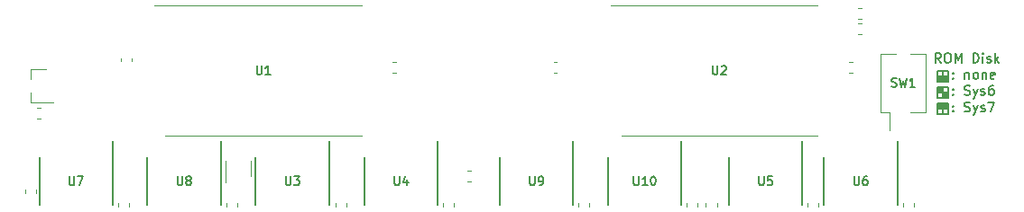
<source format=gto>
G04 #@! TF.GenerationSoftware,KiCad,Pcbnew,(5.1.5-0-10_14)*
G04 #@! TF.CreationDate,2021-04-03T03:28:34-04:00*
G04 #@! TF.ProjectId,ROMSIMM,524f4d53-494d-44d2-9e6b-696361645f70,1.0*
G04 #@! TF.SameCoordinates,Original*
G04 #@! TF.FileFunction,Legend,Top*
G04 #@! TF.FilePolarity,Positive*
%FSLAX46Y46*%
G04 Gerber Fmt 4.6, Leading zero omitted, Abs format (unit mm)*
G04 Created by KiCad (PCBNEW (5.1.5-0-10_14)) date 2021-04-03 03:28:34*
%MOMM*%
%LPD*%
G04 APERTURE LIST*
%ADD10C,0.203200*%
%ADD11C,0.100000*%
%ADD12C,0.150000*%
%ADD13C,0.120000*%
%ADD14C,0.175000*%
%ADD15C,2.000000*%
%ADD16C,1.448000*%
G04 APERTURE END LIST*
D10*
X163038142Y-108992142D02*
X162738142Y-108563571D01*
X162523857Y-108992142D02*
X162523857Y-108092142D01*
X162866714Y-108092142D01*
X162952428Y-108135000D01*
X162995285Y-108177857D01*
X163038142Y-108263571D01*
X163038142Y-108392142D01*
X162995285Y-108477857D01*
X162952428Y-108520714D01*
X162866714Y-108563571D01*
X162523857Y-108563571D01*
X163595285Y-108092142D02*
X163766714Y-108092142D01*
X163852428Y-108135000D01*
X163938142Y-108220714D01*
X163981000Y-108392142D01*
X163981000Y-108692142D01*
X163938142Y-108863571D01*
X163852428Y-108949285D01*
X163766714Y-108992142D01*
X163595285Y-108992142D01*
X163509571Y-108949285D01*
X163423857Y-108863571D01*
X163381000Y-108692142D01*
X163381000Y-108392142D01*
X163423857Y-108220714D01*
X163509571Y-108135000D01*
X163595285Y-108092142D01*
X164366714Y-108992142D02*
X164366714Y-108092142D01*
X164666714Y-108735000D01*
X164966714Y-108092142D01*
X164966714Y-108992142D01*
X166081000Y-108992142D02*
X166081000Y-108092142D01*
X166295285Y-108092142D01*
X166423857Y-108135000D01*
X166509571Y-108220714D01*
X166552428Y-108306428D01*
X166595285Y-108477857D01*
X166595285Y-108606428D01*
X166552428Y-108777857D01*
X166509571Y-108863571D01*
X166423857Y-108949285D01*
X166295285Y-108992142D01*
X166081000Y-108992142D01*
X166981000Y-108992142D02*
X166981000Y-108392142D01*
X166981000Y-108092142D02*
X166938142Y-108135000D01*
X166981000Y-108177857D01*
X167023857Y-108135000D01*
X166981000Y-108092142D01*
X166981000Y-108177857D01*
X167366714Y-108949285D02*
X167452428Y-108992142D01*
X167623857Y-108992142D01*
X167709571Y-108949285D01*
X167752428Y-108863571D01*
X167752428Y-108820714D01*
X167709571Y-108735000D01*
X167623857Y-108692142D01*
X167495285Y-108692142D01*
X167409571Y-108649285D01*
X167366714Y-108563571D01*
X167366714Y-108520714D01*
X167409571Y-108435000D01*
X167495285Y-108392142D01*
X167623857Y-108392142D01*
X167709571Y-108435000D01*
X168138142Y-108992142D02*
X168138142Y-108092142D01*
X168223857Y-108649285D02*
X168481000Y-108992142D01*
X168481000Y-108392142D02*
X168138142Y-108735000D01*
D11*
G36*
X163195000Y-113284000D02*
G01*
X162687000Y-113284000D01*
X162687000Y-112776000D01*
X163195000Y-112776000D01*
X163195000Y-113284000D01*
G37*
X163195000Y-113284000D02*
X162687000Y-113284000D01*
X162687000Y-112776000D01*
X163195000Y-112776000D01*
X163195000Y-113284000D01*
G36*
X163703000Y-113284000D02*
G01*
X163195000Y-113284000D01*
X163195000Y-112776000D01*
X163703000Y-112776000D01*
X163703000Y-113284000D01*
G37*
X163703000Y-113284000D02*
X163195000Y-113284000D01*
X163195000Y-112776000D01*
X163703000Y-112776000D01*
X163703000Y-113284000D01*
G36*
X163703000Y-112268000D02*
G01*
X163195000Y-112268000D01*
X163195000Y-111760000D01*
X163703000Y-111760000D01*
X163703000Y-112268000D01*
G37*
X163703000Y-112268000D02*
X163195000Y-112268000D01*
X163195000Y-111760000D01*
X163703000Y-111760000D01*
X163703000Y-112268000D01*
G36*
X163195000Y-111760000D02*
G01*
X162687000Y-111760000D01*
X162687000Y-111252000D01*
X163195000Y-111252000D01*
X163195000Y-111760000D01*
G37*
X163195000Y-111760000D02*
X162687000Y-111760000D01*
X162687000Y-111252000D01*
X163195000Y-111252000D01*
X163195000Y-111760000D01*
G36*
X163703000Y-110744000D02*
G01*
X163195000Y-110744000D01*
X163195000Y-110236000D01*
X163703000Y-110236000D01*
X163703000Y-110744000D01*
G37*
X163703000Y-110744000D02*
X163195000Y-110744000D01*
X163195000Y-110236000D01*
X163703000Y-110236000D01*
X163703000Y-110744000D01*
D12*
X163703000Y-113792000D02*
X163703000Y-112776000D01*
X163195000Y-113284000D02*
X163703000Y-113284000D01*
X163195000Y-112776000D02*
X163195000Y-113792000D01*
X162687000Y-113792000D02*
X163703000Y-113792000D01*
X162687000Y-112776000D02*
X162687000Y-113792000D01*
X162687000Y-113284000D02*
X163195000Y-113284000D01*
X163703000Y-112776000D02*
X162687000Y-112776000D01*
X163195000Y-111252000D02*
X163195000Y-112268000D01*
X162687000Y-111252000D02*
X162687000Y-112268000D01*
X163703000Y-111252000D02*
X162687000Y-111252000D01*
X162687000Y-111760000D02*
X163195000Y-111760000D01*
X162687000Y-112268000D02*
X163703000Y-112268000D01*
X163195000Y-111760000D02*
X163703000Y-111760000D01*
X163703000Y-112268000D02*
X163703000Y-111252000D01*
D11*
G36*
X163195000Y-110744000D02*
G01*
X162687000Y-110744000D01*
X162687000Y-110236000D01*
X163195000Y-110236000D01*
X163195000Y-110744000D01*
G37*
X163195000Y-110744000D02*
X162687000Y-110744000D01*
X162687000Y-110236000D01*
X163195000Y-110236000D01*
X163195000Y-110744000D01*
D12*
X163195000Y-110236000D02*
X163703000Y-110236000D01*
X162687000Y-110236000D02*
X163195000Y-110236000D01*
X163195000Y-109728000D02*
X163195000Y-110744000D01*
X163703000Y-109728000D02*
X162687000Y-109728000D01*
X163703000Y-110744000D02*
X163703000Y-109728000D01*
X162687000Y-110744000D02*
X163703000Y-110744000D01*
X162687000Y-109728000D02*
X162687000Y-110744000D01*
D10*
X164176365Y-110401228D02*
X164219222Y-110444085D01*
X164176365Y-110486942D01*
X164133508Y-110444085D01*
X164176365Y-110401228D01*
X164176365Y-110486942D01*
X164176365Y-109929800D02*
X164219222Y-109972657D01*
X164176365Y-110015514D01*
X164133508Y-109972657D01*
X164176365Y-109929800D01*
X164176365Y-110015514D01*
X165290651Y-109886942D02*
X165290651Y-110486942D01*
X165290651Y-109972657D02*
X165333508Y-109929800D01*
X165419222Y-109886942D01*
X165547794Y-109886942D01*
X165633508Y-109929800D01*
X165676365Y-110015514D01*
X165676365Y-110486942D01*
X166233508Y-110486942D02*
X166147794Y-110444085D01*
X166104937Y-110401228D01*
X166062080Y-110315514D01*
X166062080Y-110058371D01*
X166104937Y-109972657D01*
X166147794Y-109929800D01*
X166233508Y-109886942D01*
X166362080Y-109886942D01*
X166447794Y-109929800D01*
X166490651Y-109972657D01*
X166533508Y-110058371D01*
X166533508Y-110315514D01*
X166490651Y-110401228D01*
X166447794Y-110444085D01*
X166362080Y-110486942D01*
X166233508Y-110486942D01*
X166919222Y-109886942D02*
X166919222Y-110486942D01*
X166919222Y-109972657D02*
X166962080Y-109929800D01*
X167047794Y-109886942D01*
X167176365Y-109886942D01*
X167262080Y-109929800D01*
X167304937Y-110015514D01*
X167304937Y-110486942D01*
X168076365Y-110444085D02*
X167990651Y-110486942D01*
X167819222Y-110486942D01*
X167733508Y-110444085D01*
X167690651Y-110358371D01*
X167690651Y-110015514D01*
X167733508Y-109929800D01*
X167819222Y-109886942D01*
X167990651Y-109886942D01*
X168076365Y-109929800D01*
X168119222Y-110015514D01*
X168119222Y-110101228D01*
X167690651Y-110186942D01*
X164176365Y-111954428D02*
X164219222Y-111997285D01*
X164176365Y-112040142D01*
X164133508Y-111997285D01*
X164176365Y-111954428D01*
X164176365Y-112040142D01*
X164176365Y-111483000D02*
X164219222Y-111525857D01*
X164176365Y-111568714D01*
X164133508Y-111525857D01*
X164176365Y-111483000D01*
X164176365Y-111568714D01*
X165247794Y-111997285D02*
X165376365Y-112040142D01*
X165590651Y-112040142D01*
X165676365Y-111997285D01*
X165719222Y-111954428D01*
X165762080Y-111868714D01*
X165762080Y-111783000D01*
X165719222Y-111697285D01*
X165676365Y-111654428D01*
X165590651Y-111611571D01*
X165419222Y-111568714D01*
X165333508Y-111525857D01*
X165290651Y-111483000D01*
X165247794Y-111397285D01*
X165247794Y-111311571D01*
X165290651Y-111225857D01*
X165333508Y-111183000D01*
X165419222Y-111140142D01*
X165633508Y-111140142D01*
X165762080Y-111183000D01*
X166062080Y-111440142D02*
X166276365Y-112040142D01*
X166490651Y-111440142D02*
X166276365Y-112040142D01*
X166190651Y-112254428D01*
X166147794Y-112297285D01*
X166062080Y-112340142D01*
X166790651Y-111997285D02*
X166876365Y-112040142D01*
X167047794Y-112040142D01*
X167133508Y-111997285D01*
X167176365Y-111911571D01*
X167176365Y-111868714D01*
X167133508Y-111783000D01*
X167047794Y-111740142D01*
X166919222Y-111740142D01*
X166833508Y-111697285D01*
X166790651Y-111611571D01*
X166790651Y-111568714D01*
X166833508Y-111483000D01*
X166919222Y-111440142D01*
X167047794Y-111440142D01*
X167133508Y-111483000D01*
X167947794Y-111140142D02*
X167776365Y-111140142D01*
X167690651Y-111183000D01*
X167647794Y-111225857D01*
X167562080Y-111354428D01*
X167519222Y-111525857D01*
X167519222Y-111868714D01*
X167562080Y-111954428D01*
X167604937Y-111997285D01*
X167690651Y-112040142D01*
X167862080Y-112040142D01*
X167947794Y-111997285D01*
X167990651Y-111954428D01*
X168033508Y-111868714D01*
X168033508Y-111654428D01*
X167990651Y-111568714D01*
X167947794Y-111525857D01*
X167862080Y-111483000D01*
X167690651Y-111483000D01*
X167604937Y-111525857D01*
X167562080Y-111568714D01*
X167519222Y-111654428D01*
X164176365Y-113507628D02*
X164219222Y-113550485D01*
X164176365Y-113593342D01*
X164133508Y-113550485D01*
X164176365Y-113507628D01*
X164176365Y-113593342D01*
X164176365Y-113036200D02*
X164219222Y-113079057D01*
X164176365Y-113121914D01*
X164133508Y-113079057D01*
X164176365Y-113036200D01*
X164176365Y-113121914D01*
X165247794Y-113550485D02*
X165376365Y-113593342D01*
X165590651Y-113593342D01*
X165676365Y-113550485D01*
X165719222Y-113507628D01*
X165762080Y-113421914D01*
X165762080Y-113336200D01*
X165719222Y-113250485D01*
X165676365Y-113207628D01*
X165590651Y-113164771D01*
X165419222Y-113121914D01*
X165333508Y-113079057D01*
X165290651Y-113036200D01*
X165247794Y-112950485D01*
X165247794Y-112864771D01*
X165290651Y-112779057D01*
X165333508Y-112736200D01*
X165419222Y-112693342D01*
X165633508Y-112693342D01*
X165762080Y-112736200D01*
X166062080Y-112993342D02*
X166276365Y-113593342D01*
X166490651Y-112993342D02*
X166276365Y-113593342D01*
X166190651Y-113807628D01*
X166147794Y-113850485D01*
X166062080Y-113893342D01*
X166790651Y-113550485D02*
X166876365Y-113593342D01*
X167047794Y-113593342D01*
X167133508Y-113550485D01*
X167176365Y-113464771D01*
X167176365Y-113421914D01*
X167133508Y-113336200D01*
X167047794Y-113293342D01*
X166919222Y-113293342D01*
X166833508Y-113250485D01*
X166790651Y-113164771D01*
X166790651Y-113121914D01*
X166833508Y-113036200D01*
X166919222Y-112993342D01*
X167047794Y-112993342D01*
X167133508Y-113036200D01*
X167476365Y-112693342D02*
X168076365Y-112693342D01*
X167690651Y-113593342D01*
D13*
X90250000Y-115820000D02*
X108650000Y-115820000D01*
D11*
X108650000Y-103580000D02*
X89250000Y-103580000D01*
D13*
X133040000Y-115820000D02*
X151440000Y-115820000D01*
D11*
X151440000Y-103580000D02*
X132040000Y-103580000D01*
D12*
X105625000Y-116400000D02*
X105625000Y-122375000D01*
X98725000Y-117925000D02*
X98725000Y-122375000D01*
X150025000Y-116400000D02*
X150025000Y-122375000D01*
X143125000Y-117925000D02*
X143125000Y-122375000D01*
X115825000Y-116400000D02*
X115825000Y-122375000D01*
X108925000Y-117925000D02*
X108925000Y-122375000D01*
X158975000Y-116400000D02*
X158975000Y-122375000D01*
X152075000Y-117925000D02*
X152075000Y-122375000D01*
X85325000Y-116400000D02*
X85325000Y-122375000D01*
X78425000Y-117925000D02*
X78425000Y-122375000D01*
X95475000Y-116400000D02*
X95475000Y-122375000D01*
X88575000Y-117925000D02*
X88575000Y-122375000D01*
X128525000Y-116400000D02*
X128525000Y-122375000D01*
X121625000Y-117925000D02*
X121625000Y-122375000D01*
X138675000Y-116400000D02*
X138675000Y-122375000D01*
X131775000Y-117925000D02*
X131775000Y-122375000D01*
D13*
X95940000Y-118220000D02*
X95940000Y-120250000D01*
X98260000Y-119630000D02*
X98260000Y-118220000D01*
X97010000Y-122512779D02*
X97010000Y-122187221D01*
X95990000Y-122512779D02*
X95990000Y-122187221D01*
X87110000Y-108862779D02*
X87110000Y-108537221D01*
X86090000Y-108862779D02*
X86090000Y-108537221D01*
X78110000Y-121285779D02*
X78110000Y-120960221D01*
X77090000Y-121285779D02*
X77090000Y-120960221D01*
X142010000Y-122512779D02*
X142010000Y-122187221D01*
X140990000Y-122512779D02*
X140990000Y-122187221D01*
X78187221Y-114260000D02*
X78512779Y-114260000D01*
X78187221Y-113240000D02*
X78512779Y-113240000D01*
X111587221Y-109960000D02*
X111912779Y-109960000D01*
X111587221Y-108940000D02*
X111912779Y-108940000D01*
X154387221Y-109960000D02*
X154712779Y-109960000D01*
X154387221Y-108940000D02*
X154712779Y-108940000D01*
X86860000Y-122512779D02*
X86860000Y-122187221D01*
X85840000Y-122512779D02*
X85840000Y-122187221D01*
X117360000Y-122512779D02*
X117360000Y-122187221D01*
X116340000Y-122512779D02*
X116340000Y-122187221D01*
X130060000Y-122512779D02*
X130060000Y-122187221D01*
X129040000Y-122512779D02*
X129040000Y-122187221D01*
X140210000Y-122512779D02*
X140210000Y-122187221D01*
X139190000Y-122512779D02*
X139190000Y-122187221D01*
X151560000Y-122512779D02*
X151560000Y-122187221D01*
X150540000Y-122512779D02*
X150540000Y-122187221D01*
X160510000Y-122512779D02*
X160510000Y-122187221D01*
X159490000Y-122512779D02*
X159490000Y-122187221D01*
X107223500Y-122512779D02*
X107223500Y-122187221D01*
X106203500Y-122512779D02*
X106203500Y-122187221D01*
X126687221Y-109910000D02*
X127012779Y-109910000D01*
X126687221Y-108890000D02*
X127012779Y-108890000D01*
X155612779Y-104860000D02*
X155287221Y-104860000D01*
X155612779Y-103840000D02*
X155287221Y-103840000D01*
X155612779Y-105290000D02*
X155287221Y-105290000D01*
X155612779Y-106310000D02*
X155287221Y-106310000D01*
X118912779Y-119190000D02*
X118587221Y-119190000D01*
X118912779Y-120210000D02*
X118587221Y-120210000D01*
X160207000Y-108111000D02*
X161642000Y-108111000D01*
X160207000Y-113631000D02*
X161642000Y-113631000D01*
X157381000Y-108111000D02*
X158816000Y-108111000D01*
X157381000Y-113631000D02*
X157381000Y-108111000D01*
X157381000Y-113631000D02*
X158197000Y-113631000D01*
X158197000Y-115317000D02*
X158197000Y-113631000D01*
X161642000Y-113631000D02*
X161642000Y-108111000D01*
X77590000Y-109570000D02*
X79050000Y-109570000D01*
X77590000Y-112730000D02*
X79750000Y-112730000D01*
X77590000Y-112730000D02*
X77590000Y-111800000D01*
X77590000Y-109570000D02*
X77590000Y-110500000D01*
D10*
X98830723Y-109254895D02*
X98830723Y-109912876D01*
X98869428Y-109990285D01*
X98908133Y-110028990D01*
X98985542Y-110067695D01*
X99140361Y-110067695D01*
X99217771Y-110028990D01*
X99256476Y-109990285D01*
X99295180Y-109912876D01*
X99295180Y-109254895D01*
X100107980Y-110067695D02*
X99643523Y-110067695D01*
X99875752Y-110067695D02*
X99875752Y-109254895D01*
X99798342Y-109371009D01*
X99720933Y-109448419D01*
X99643523Y-109487123D01*
X141620723Y-109254895D02*
X141620723Y-109912876D01*
X141659428Y-109990285D01*
X141698133Y-110028990D01*
X141775542Y-110067695D01*
X141930361Y-110067695D01*
X142007771Y-110028990D01*
X142046476Y-109990285D01*
X142085180Y-109912876D01*
X142085180Y-109254895D01*
X142433523Y-109332304D02*
X142472228Y-109293600D01*
X142549638Y-109254895D01*
X142743161Y-109254895D01*
X142820571Y-109293600D01*
X142859276Y-109332304D01*
X142897980Y-109409714D01*
X142897980Y-109487123D01*
X142859276Y-109603238D01*
X142394819Y-110067695D01*
X142897980Y-110067695D01*
X101555723Y-119704895D02*
X101555723Y-120362876D01*
X101594428Y-120440285D01*
X101633133Y-120478990D01*
X101710542Y-120517695D01*
X101865361Y-120517695D01*
X101942771Y-120478990D01*
X101981476Y-120440285D01*
X102020180Y-120362876D01*
X102020180Y-119704895D01*
X102329819Y-119704895D02*
X102832980Y-119704895D01*
X102562047Y-120014533D01*
X102678161Y-120014533D01*
X102755571Y-120053238D01*
X102794276Y-120091942D01*
X102832980Y-120169352D01*
X102832980Y-120362876D01*
X102794276Y-120440285D01*
X102755571Y-120478990D01*
X102678161Y-120517695D01*
X102445933Y-120517695D01*
X102368523Y-120478990D01*
X102329819Y-120440285D01*
X145955723Y-119704895D02*
X145955723Y-120362876D01*
X145994428Y-120440285D01*
X146033133Y-120478990D01*
X146110542Y-120517695D01*
X146265361Y-120517695D01*
X146342771Y-120478990D01*
X146381476Y-120440285D01*
X146420180Y-120362876D01*
X146420180Y-119704895D01*
X147194276Y-119704895D02*
X146807228Y-119704895D01*
X146768523Y-120091942D01*
X146807228Y-120053238D01*
X146884638Y-120014533D01*
X147078161Y-120014533D01*
X147155571Y-120053238D01*
X147194276Y-120091942D01*
X147232980Y-120169352D01*
X147232980Y-120362876D01*
X147194276Y-120440285D01*
X147155571Y-120478990D01*
X147078161Y-120517695D01*
X146884638Y-120517695D01*
X146807228Y-120478990D01*
X146768523Y-120440285D01*
X111755723Y-119704895D02*
X111755723Y-120362876D01*
X111794428Y-120440285D01*
X111833133Y-120478990D01*
X111910542Y-120517695D01*
X112065361Y-120517695D01*
X112142771Y-120478990D01*
X112181476Y-120440285D01*
X112220180Y-120362876D01*
X112220180Y-119704895D01*
X112955571Y-119975828D02*
X112955571Y-120517695D01*
X112762047Y-119666190D02*
X112568523Y-120246761D01*
X113071685Y-120246761D01*
X154905723Y-119704895D02*
X154905723Y-120362876D01*
X154944428Y-120440285D01*
X154983133Y-120478990D01*
X155060542Y-120517695D01*
X155215361Y-120517695D01*
X155292771Y-120478990D01*
X155331476Y-120440285D01*
X155370180Y-120362876D01*
X155370180Y-119704895D01*
X156105571Y-119704895D02*
X155950752Y-119704895D01*
X155873342Y-119743600D01*
X155834638Y-119782304D01*
X155757228Y-119898419D01*
X155718523Y-120053238D01*
X155718523Y-120362876D01*
X155757228Y-120440285D01*
X155795933Y-120478990D01*
X155873342Y-120517695D01*
X156028161Y-120517695D01*
X156105571Y-120478990D01*
X156144276Y-120440285D01*
X156182980Y-120362876D01*
X156182980Y-120169352D01*
X156144276Y-120091942D01*
X156105571Y-120053238D01*
X156028161Y-120014533D01*
X155873342Y-120014533D01*
X155795933Y-120053238D01*
X155757228Y-120091942D01*
X155718523Y-120169352D01*
X81255723Y-119704895D02*
X81255723Y-120362876D01*
X81294428Y-120440285D01*
X81333133Y-120478990D01*
X81410542Y-120517695D01*
X81565361Y-120517695D01*
X81642771Y-120478990D01*
X81681476Y-120440285D01*
X81720180Y-120362876D01*
X81720180Y-119704895D01*
X82029819Y-119704895D02*
X82571685Y-119704895D01*
X82223342Y-120517695D01*
X91405723Y-119704895D02*
X91405723Y-120362876D01*
X91444428Y-120440285D01*
X91483133Y-120478990D01*
X91560542Y-120517695D01*
X91715361Y-120517695D01*
X91792771Y-120478990D01*
X91831476Y-120440285D01*
X91870180Y-120362876D01*
X91870180Y-119704895D01*
X92373342Y-120053238D02*
X92295933Y-120014533D01*
X92257228Y-119975828D01*
X92218523Y-119898419D01*
X92218523Y-119859714D01*
X92257228Y-119782304D01*
X92295933Y-119743600D01*
X92373342Y-119704895D01*
X92528161Y-119704895D01*
X92605571Y-119743600D01*
X92644276Y-119782304D01*
X92682980Y-119859714D01*
X92682980Y-119898419D01*
X92644276Y-119975828D01*
X92605571Y-120014533D01*
X92528161Y-120053238D01*
X92373342Y-120053238D01*
X92295933Y-120091942D01*
X92257228Y-120130647D01*
X92218523Y-120208057D01*
X92218523Y-120362876D01*
X92257228Y-120440285D01*
X92295933Y-120478990D01*
X92373342Y-120517695D01*
X92528161Y-120517695D01*
X92605571Y-120478990D01*
X92644276Y-120440285D01*
X92682980Y-120362876D01*
X92682980Y-120208057D01*
X92644276Y-120130647D01*
X92605571Y-120091942D01*
X92528161Y-120053238D01*
X124455723Y-119704895D02*
X124455723Y-120362876D01*
X124494428Y-120440285D01*
X124533133Y-120478990D01*
X124610542Y-120517695D01*
X124765361Y-120517695D01*
X124842771Y-120478990D01*
X124881476Y-120440285D01*
X124920180Y-120362876D01*
X124920180Y-119704895D01*
X125345933Y-120517695D02*
X125500752Y-120517695D01*
X125578161Y-120478990D01*
X125616866Y-120440285D01*
X125694276Y-120324171D01*
X125732980Y-120169352D01*
X125732980Y-119859714D01*
X125694276Y-119782304D01*
X125655571Y-119743600D01*
X125578161Y-119704895D01*
X125423342Y-119704895D01*
X125345933Y-119743600D01*
X125307228Y-119782304D01*
X125268523Y-119859714D01*
X125268523Y-120053238D01*
X125307228Y-120130647D01*
X125345933Y-120169352D01*
X125423342Y-120208057D01*
X125578161Y-120208057D01*
X125655571Y-120169352D01*
X125694276Y-120130647D01*
X125732980Y-120053238D01*
X134218676Y-119704895D02*
X134218676Y-120362876D01*
X134257380Y-120440285D01*
X134296085Y-120478990D01*
X134373495Y-120517695D01*
X134528314Y-120517695D01*
X134605723Y-120478990D01*
X134644428Y-120440285D01*
X134683133Y-120362876D01*
X134683133Y-119704895D01*
X135495933Y-120517695D02*
X135031476Y-120517695D01*
X135263704Y-120517695D02*
X135263704Y-119704895D01*
X135186295Y-119821009D01*
X135108885Y-119898419D01*
X135031476Y-119937123D01*
X135999095Y-119704895D02*
X136076504Y-119704895D01*
X136153914Y-119743600D01*
X136192619Y-119782304D01*
X136231323Y-119859714D01*
X136270028Y-120014533D01*
X136270028Y-120208057D01*
X136231323Y-120362876D01*
X136192619Y-120440285D01*
X136153914Y-120478990D01*
X136076504Y-120517695D01*
X135999095Y-120517695D01*
X135921685Y-120478990D01*
X135882980Y-120440285D01*
X135844276Y-120362876D01*
X135805571Y-120208057D01*
X135805571Y-120014533D01*
X135844276Y-119859714D01*
X135882980Y-119782304D01*
X135921685Y-119743600D01*
X135999095Y-119704895D01*
X158428266Y-111199990D02*
X158544380Y-111238695D01*
X158737904Y-111238695D01*
X158815314Y-111199990D01*
X158854019Y-111161285D01*
X158892723Y-111083876D01*
X158892723Y-111006466D01*
X158854019Y-110929057D01*
X158815314Y-110890352D01*
X158737904Y-110851647D01*
X158583085Y-110812942D01*
X158505676Y-110774238D01*
X158466971Y-110735533D01*
X158428266Y-110658123D01*
X158428266Y-110580714D01*
X158466971Y-110503304D01*
X158505676Y-110464600D01*
X158583085Y-110425895D01*
X158776609Y-110425895D01*
X158892723Y-110464600D01*
X159163657Y-110425895D02*
X159357180Y-111238695D01*
X159512000Y-110658123D01*
X159666819Y-111238695D01*
X159860342Y-110425895D01*
X160595733Y-111238695D02*
X160131276Y-111238695D01*
X160363504Y-111238695D02*
X160363504Y-110425895D01*
X160286095Y-110542009D01*
X160208685Y-110619419D01*
X160131276Y-110658123D01*
%LPC*%
D14*
G36*
X163195000Y-127635000D02*
G01*
X123825000Y-127635000D01*
X123317000Y-125031500D01*
X163703000Y-125031500D01*
X163195000Y-127635000D01*
G37*
X163195000Y-127635000D02*
X123825000Y-127635000D01*
X123317000Y-125031500D01*
X163703000Y-125031500D01*
X163195000Y-127635000D01*
G36*
X117475000Y-127635000D02*
G01*
X78105000Y-127635000D01*
X77597000Y-125031500D01*
X117983000Y-125031500D01*
X117475000Y-127635000D01*
G37*
X117475000Y-127635000D02*
X78105000Y-127635000D01*
X77597000Y-125031500D01*
X117983000Y-125031500D01*
X117475000Y-127635000D01*
D11*
G36*
X90195527Y-103776419D02*
G01*
X90203973Y-103777672D01*
X90212255Y-103779746D01*
X90220293Y-103782622D01*
X90228012Y-103786273D01*
X90235335Y-103790662D01*
X90242192Y-103795748D01*
X90248518Y-103801482D01*
X90254252Y-103807808D01*
X90259338Y-103814665D01*
X90263727Y-103821988D01*
X90267378Y-103829707D01*
X90270254Y-103837745D01*
X90272328Y-103846027D01*
X90273581Y-103854473D01*
X90274000Y-103863000D01*
X90274000Y-104037000D01*
X90273581Y-104045527D01*
X90272328Y-104053973D01*
X90270254Y-104062255D01*
X90267378Y-104070293D01*
X90263727Y-104078012D01*
X90259338Y-104085335D01*
X90254252Y-104092192D01*
X90248518Y-104098518D01*
X90242192Y-104104252D01*
X90235335Y-104109338D01*
X90228012Y-104113727D01*
X90220293Y-104117378D01*
X90212255Y-104120254D01*
X90203973Y-104122328D01*
X90195527Y-104123581D01*
X90187000Y-104124000D01*
X89213000Y-104124000D01*
X89204473Y-104123581D01*
X89196027Y-104122328D01*
X89187745Y-104120254D01*
X89179707Y-104117378D01*
X89171988Y-104113727D01*
X89164665Y-104109338D01*
X89157808Y-104104252D01*
X89151482Y-104098518D01*
X89145748Y-104092192D01*
X89140662Y-104085335D01*
X89136273Y-104078012D01*
X89132622Y-104070293D01*
X89129746Y-104062255D01*
X89127672Y-104053973D01*
X89126419Y-104045527D01*
X89126000Y-104037000D01*
X89126000Y-103863000D01*
X89126419Y-103854473D01*
X89127672Y-103846027D01*
X89129746Y-103837745D01*
X89132622Y-103829707D01*
X89136273Y-103821988D01*
X89140662Y-103814665D01*
X89145748Y-103807808D01*
X89151482Y-103801482D01*
X89157808Y-103795748D01*
X89164665Y-103790662D01*
X89171988Y-103786273D01*
X89179707Y-103782622D01*
X89187745Y-103779746D01*
X89196027Y-103777672D01*
X89204473Y-103776419D01*
X89213000Y-103776000D01*
X90187000Y-103776000D01*
X90195527Y-103776419D01*
G37*
G36*
X109695527Y-115276419D02*
G01*
X109703973Y-115277672D01*
X109712255Y-115279746D01*
X109720293Y-115282622D01*
X109728012Y-115286273D01*
X109735335Y-115290662D01*
X109742192Y-115295748D01*
X109748518Y-115301482D01*
X109754252Y-115307808D01*
X109759338Y-115314665D01*
X109763727Y-115321988D01*
X109767378Y-115329707D01*
X109770254Y-115337745D01*
X109772328Y-115346027D01*
X109773581Y-115354473D01*
X109774000Y-115363000D01*
X109774000Y-115537000D01*
X109773581Y-115545527D01*
X109772328Y-115553973D01*
X109770254Y-115562255D01*
X109767378Y-115570293D01*
X109763727Y-115578012D01*
X109759338Y-115585335D01*
X109754252Y-115592192D01*
X109748518Y-115598518D01*
X109742192Y-115604252D01*
X109735335Y-115609338D01*
X109728012Y-115613727D01*
X109720293Y-115617378D01*
X109712255Y-115620254D01*
X109703973Y-115622328D01*
X109695527Y-115623581D01*
X109687000Y-115624000D01*
X108713000Y-115624000D01*
X108704473Y-115623581D01*
X108696027Y-115622328D01*
X108687745Y-115620254D01*
X108679707Y-115617378D01*
X108671988Y-115613727D01*
X108664665Y-115609338D01*
X108657808Y-115604252D01*
X108651482Y-115598518D01*
X108645748Y-115592192D01*
X108640662Y-115585335D01*
X108636273Y-115578012D01*
X108632622Y-115570293D01*
X108629746Y-115562255D01*
X108627672Y-115553973D01*
X108626419Y-115545527D01*
X108626000Y-115537000D01*
X108626000Y-115363000D01*
X108626419Y-115354473D01*
X108627672Y-115346027D01*
X108629746Y-115337745D01*
X108632622Y-115329707D01*
X108636273Y-115321988D01*
X108640662Y-115314665D01*
X108645748Y-115307808D01*
X108651482Y-115301482D01*
X108657808Y-115295748D01*
X108664665Y-115290662D01*
X108671988Y-115286273D01*
X108679707Y-115282622D01*
X108687745Y-115279746D01*
X108696027Y-115277672D01*
X108704473Y-115276419D01*
X108713000Y-115276000D01*
X109687000Y-115276000D01*
X109695527Y-115276419D01*
G37*
G36*
X90195527Y-104276419D02*
G01*
X90203973Y-104277672D01*
X90212255Y-104279746D01*
X90220293Y-104282622D01*
X90228012Y-104286273D01*
X90235335Y-104290662D01*
X90242192Y-104295748D01*
X90248518Y-104301482D01*
X90254252Y-104307808D01*
X90259338Y-104314665D01*
X90263727Y-104321988D01*
X90267378Y-104329707D01*
X90270254Y-104337745D01*
X90272328Y-104346027D01*
X90273581Y-104354473D01*
X90274000Y-104363000D01*
X90274000Y-104537000D01*
X90273581Y-104545527D01*
X90272328Y-104553973D01*
X90270254Y-104562255D01*
X90267378Y-104570293D01*
X90263727Y-104578012D01*
X90259338Y-104585335D01*
X90254252Y-104592192D01*
X90248518Y-104598518D01*
X90242192Y-104604252D01*
X90235335Y-104609338D01*
X90228012Y-104613727D01*
X90220293Y-104617378D01*
X90212255Y-104620254D01*
X90203973Y-104622328D01*
X90195527Y-104623581D01*
X90187000Y-104624000D01*
X89213000Y-104624000D01*
X89204473Y-104623581D01*
X89196027Y-104622328D01*
X89187745Y-104620254D01*
X89179707Y-104617378D01*
X89171988Y-104613727D01*
X89164665Y-104609338D01*
X89157808Y-104604252D01*
X89151482Y-104598518D01*
X89145748Y-104592192D01*
X89140662Y-104585335D01*
X89136273Y-104578012D01*
X89132622Y-104570293D01*
X89129746Y-104562255D01*
X89127672Y-104553973D01*
X89126419Y-104545527D01*
X89126000Y-104537000D01*
X89126000Y-104363000D01*
X89126419Y-104354473D01*
X89127672Y-104346027D01*
X89129746Y-104337745D01*
X89132622Y-104329707D01*
X89136273Y-104321988D01*
X89140662Y-104314665D01*
X89145748Y-104307808D01*
X89151482Y-104301482D01*
X89157808Y-104295748D01*
X89164665Y-104290662D01*
X89171988Y-104286273D01*
X89179707Y-104282622D01*
X89187745Y-104279746D01*
X89196027Y-104277672D01*
X89204473Y-104276419D01*
X89213000Y-104276000D01*
X90187000Y-104276000D01*
X90195527Y-104276419D01*
G37*
G36*
X90195527Y-104776419D02*
G01*
X90203973Y-104777672D01*
X90212255Y-104779746D01*
X90220293Y-104782622D01*
X90228012Y-104786273D01*
X90235335Y-104790662D01*
X90242192Y-104795748D01*
X90248518Y-104801482D01*
X90254252Y-104807808D01*
X90259338Y-104814665D01*
X90263727Y-104821988D01*
X90267378Y-104829707D01*
X90270254Y-104837745D01*
X90272328Y-104846027D01*
X90273581Y-104854473D01*
X90274000Y-104863000D01*
X90274000Y-105037000D01*
X90273581Y-105045527D01*
X90272328Y-105053973D01*
X90270254Y-105062255D01*
X90267378Y-105070293D01*
X90263727Y-105078012D01*
X90259338Y-105085335D01*
X90254252Y-105092192D01*
X90248518Y-105098518D01*
X90242192Y-105104252D01*
X90235335Y-105109338D01*
X90228012Y-105113727D01*
X90220293Y-105117378D01*
X90212255Y-105120254D01*
X90203973Y-105122328D01*
X90195527Y-105123581D01*
X90187000Y-105124000D01*
X89213000Y-105124000D01*
X89204473Y-105123581D01*
X89196027Y-105122328D01*
X89187745Y-105120254D01*
X89179707Y-105117378D01*
X89171988Y-105113727D01*
X89164665Y-105109338D01*
X89157808Y-105104252D01*
X89151482Y-105098518D01*
X89145748Y-105092192D01*
X89140662Y-105085335D01*
X89136273Y-105078012D01*
X89132622Y-105070293D01*
X89129746Y-105062255D01*
X89127672Y-105053973D01*
X89126419Y-105045527D01*
X89126000Y-105037000D01*
X89126000Y-104863000D01*
X89126419Y-104854473D01*
X89127672Y-104846027D01*
X89129746Y-104837745D01*
X89132622Y-104829707D01*
X89136273Y-104821988D01*
X89140662Y-104814665D01*
X89145748Y-104807808D01*
X89151482Y-104801482D01*
X89157808Y-104795748D01*
X89164665Y-104790662D01*
X89171988Y-104786273D01*
X89179707Y-104782622D01*
X89187745Y-104779746D01*
X89196027Y-104777672D01*
X89204473Y-104776419D01*
X89213000Y-104776000D01*
X90187000Y-104776000D01*
X90195527Y-104776419D01*
G37*
G36*
X90195527Y-105276419D02*
G01*
X90203973Y-105277672D01*
X90212255Y-105279746D01*
X90220293Y-105282622D01*
X90228012Y-105286273D01*
X90235335Y-105290662D01*
X90242192Y-105295748D01*
X90248518Y-105301482D01*
X90254252Y-105307808D01*
X90259338Y-105314665D01*
X90263727Y-105321988D01*
X90267378Y-105329707D01*
X90270254Y-105337745D01*
X90272328Y-105346027D01*
X90273581Y-105354473D01*
X90274000Y-105363000D01*
X90274000Y-105537000D01*
X90273581Y-105545527D01*
X90272328Y-105553973D01*
X90270254Y-105562255D01*
X90267378Y-105570293D01*
X90263727Y-105578012D01*
X90259338Y-105585335D01*
X90254252Y-105592192D01*
X90248518Y-105598518D01*
X90242192Y-105604252D01*
X90235335Y-105609338D01*
X90228012Y-105613727D01*
X90220293Y-105617378D01*
X90212255Y-105620254D01*
X90203973Y-105622328D01*
X90195527Y-105623581D01*
X90187000Y-105624000D01*
X89213000Y-105624000D01*
X89204473Y-105623581D01*
X89196027Y-105622328D01*
X89187745Y-105620254D01*
X89179707Y-105617378D01*
X89171988Y-105613727D01*
X89164665Y-105609338D01*
X89157808Y-105604252D01*
X89151482Y-105598518D01*
X89145748Y-105592192D01*
X89140662Y-105585335D01*
X89136273Y-105578012D01*
X89132622Y-105570293D01*
X89129746Y-105562255D01*
X89127672Y-105553973D01*
X89126419Y-105545527D01*
X89126000Y-105537000D01*
X89126000Y-105363000D01*
X89126419Y-105354473D01*
X89127672Y-105346027D01*
X89129746Y-105337745D01*
X89132622Y-105329707D01*
X89136273Y-105321988D01*
X89140662Y-105314665D01*
X89145748Y-105307808D01*
X89151482Y-105301482D01*
X89157808Y-105295748D01*
X89164665Y-105290662D01*
X89171988Y-105286273D01*
X89179707Y-105282622D01*
X89187745Y-105279746D01*
X89196027Y-105277672D01*
X89204473Y-105276419D01*
X89213000Y-105276000D01*
X90187000Y-105276000D01*
X90195527Y-105276419D01*
G37*
G36*
X90195527Y-105776419D02*
G01*
X90203973Y-105777672D01*
X90212255Y-105779746D01*
X90220293Y-105782622D01*
X90228012Y-105786273D01*
X90235335Y-105790662D01*
X90242192Y-105795748D01*
X90248518Y-105801482D01*
X90254252Y-105807808D01*
X90259338Y-105814665D01*
X90263727Y-105821988D01*
X90267378Y-105829707D01*
X90270254Y-105837745D01*
X90272328Y-105846027D01*
X90273581Y-105854473D01*
X90274000Y-105863000D01*
X90274000Y-106037000D01*
X90273581Y-106045527D01*
X90272328Y-106053973D01*
X90270254Y-106062255D01*
X90267378Y-106070293D01*
X90263727Y-106078012D01*
X90259338Y-106085335D01*
X90254252Y-106092192D01*
X90248518Y-106098518D01*
X90242192Y-106104252D01*
X90235335Y-106109338D01*
X90228012Y-106113727D01*
X90220293Y-106117378D01*
X90212255Y-106120254D01*
X90203973Y-106122328D01*
X90195527Y-106123581D01*
X90187000Y-106124000D01*
X89213000Y-106124000D01*
X89204473Y-106123581D01*
X89196027Y-106122328D01*
X89187745Y-106120254D01*
X89179707Y-106117378D01*
X89171988Y-106113727D01*
X89164665Y-106109338D01*
X89157808Y-106104252D01*
X89151482Y-106098518D01*
X89145748Y-106092192D01*
X89140662Y-106085335D01*
X89136273Y-106078012D01*
X89132622Y-106070293D01*
X89129746Y-106062255D01*
X89127672Y-106053973D01*
X89126419Y-106045527D01*
X89126000Y-106037000D01*
X89126000Y-105863000D01*
X89126419Y-105854473D01*
X89127672Y-105846027D01*
X89129746Y-105837745D01*
X89132622Y-105829707D01*
X89136273Y-105821988D01*
X89140662Y-105814665D01*
X89145748Y-105807808D01*
X89151482Y-105801482D01*
X89157808Y-105795748D01*
X89164665Y-105790662D01*
X89171988Y-105786273D01*
X89179707Y-105782622D01*
X89187745Y-105779746D01*
X89196027Y-105777672D01*
X89204473Y-105776419D01*
X89213000Y-105776000D01*
X90187000Y-105776000D01*
X90195527Y-105776419D01*
G37*
G36*
X90195527Y-106276419D02*
G01*
X90203973Y-106277672D01*
X90212255Y-106279746D01*
X90220293Y-106282622D01*
X90228012Y-106286273D01*
X90235335Y-106290662D01*
X90242192Y-106295748D01*
X90248518Y-106301482D01*
X90254252Y-106307808D01*
X90259338Y-106314665D01*
X90263727Y-106321988D01*
X90267378Y-106329707D01*
X90270254Y-106337745D01*
X90272328Y-106346027D01*
X90273581Y-106354473D01*
X90274000Y-106363000D01*
X90274000Y-106537000D01*
X90273581Y-106545527D01*
X90272328Y-106553973D01*
X90270254Y-106562255D01*
X90267378Y-106570293D01*
X90263727Y-106578012D01*
X90259338Y-106585335D01*
X90254252Y-106592192D01*
X90248518Y-106598518D01*
X90242192Y-106604252D01*
X90235335Y-106609338D01*
X90228012Y-106613727D01*
X90220293Y-106617378D01*
X90212255Y-106620254D01*
X90203973Y-106622328D01*
X90195527Y-106623581D01*
X90187000Y-106624000D01*
X89213000Y-106624000D01*
X89204473Y-106623581D01*
X89196027Y-106622328D01*
X89187745Y-106620254D01*
X89179707Y-106617378D01*
X89171988Y-106613727D01*
X89164665Y-106609338D01*
X89157808Y-106604252D01*
X89151482Y-106598518D01*
X89145748Y-106592192D01*
X89140662Y-106585335D01*
X89136273Y-106578012D01*
X89132622Y-106570293D01*
X89129746Y-106562255D01*
X89127672Y-106553973D01*
X89126419Y-106545527D01*
X89126000Y-106537000D01*
X89126000Y-106363000D01*
X89126419Y-106354473D01*
X89127672Y-106346027D01*
X89129746Y-106337745D01*
X89132622Y-106329707D01*
X89136273Y-106321988D01*
X89140662Y-106314665D01*
X89145748Y-106307808D01*
X89151482Y-106301482D01*
X89157808Y-106295748D01*
X89164665Y-106290662D01*
X89171988Y-106286273D01*
X89179707Y-106282622D01*
X89187745Y-106279746D01*
X89196027Y-106277672D01*
X89204473Y-106276419D01*
X89213000Y-106276000D01*
X90187000Y-106276000D01*
X90195527Y-106276419D01*
G37*
G36*
X90195527Y-106776419D02*
G01*
X90203973Y-106777672D01*
X90212255Y-106779746D01*
X90220293Y-106782622D01*
X90228012Y-106786273D01*
X90235335Y-106790662D01*
X90242192Y-106795748D01*
X90248518Y-106801482D01*
X90254252Y-106807808D01*
X90259338Y-106814665D01*
X90263727Y-106821988D01*
X90267378Y-106829707D01*
X90270254Y-106837745D01*
X90272328Y-106846027D01*
X90273581Y-106854473D01*
X90274000Y-106863000D01*
X90274000Y-107037000D01*
X90273581Y-107045527D01*
X90272328Y-107053973D01*
X90270254Y-107062255D01*
X90267378Y-107070293D01*
X90263727Y-107078012D01*
X90259338Y-107085335D01*
X90254252Y-107092192D01*
X90248518Y-107098518D01*
X90242192Y-107104252D01*
X90235335Y-107109338D01*
X90228012Y-107113727D01*
X90220293Y-107117378D01*
X90212255Y-107120254D01*
X90203973Y-107122328D01*
X90195527Y-107123581D01*
X90187000Y-107124000D01*
X89213000Y-107124000D01*
X89204473Y-107123581D01*
X89196027Y-107122328D01*
X89187745Y-107120254D01*
X89179707Y-107117378D01*
X89171988Y-107113727D01*
X89164665Y-107109338D01*
X89157808Y-107104252D01*
X89151482Y-107098518D01*
X89145748Y-107092192D01*
X89140662Y-107085335D01*
X89136273Y-107078012D01*
X89132622Y-107070293D01*
X89129746Y-107062255D01*
X89127672Y-107053973D01*
X89126419Y-107045527D01*
X89126000Y-107037000D01*
X89126000Y-106863000D01*
X89126419Y-106854473D01*
X89127672Y-106846027D01*
X89129746Y-106837745D01*
X89132622Y-106829707D01*
X89136273Y-106821988D01*
X89140662Y-106814665D01*
X89145748Y-106807808D01*
X89151482Y-106801482D01*
X89157808Y-106795748D01*
X89164665Y-106790662D01*
X89171988Y-106786273D01*
X89179707Y-106782622D01*
X89187745Y-106779746D01*
X89196027Y-106777672D01*
X89204473Y-106776419D01*
X89213000Y-106776000D01*
X90187000Y-106776000D01*
X90195527Y-106776419D01*
G37*
G36*
X90195527Y-107276419D02*
G01*
X90203973Y-107277672D01*
X90212255Y-107279746D01*
X90220293Y-107282622D01*
X90228012Y-107286273D01*
X90235335Y-107290662D01*
X90242192Y-107295748D01*
X90248518Y-107301482D01*
X90254252Y-107307808D01*
X90259338Y-107314665D01*
X90263727Y-107321988D01*
X90267378Y-107329707D01*
X90270254Y-107337745D01*
X90272328Y-107346027D01*
X90273581Y-107354473D01*
X90274000Y-107363000D01*
X90274000Y-107537000D01*
X90273581Y-107545527D01*
X90272328Y-107553973D01*
X90270254Y-107562255D01*
X90267378Y-107570293D01*
X90263727Y-107578012D01*
X90259338Y-107585335D01*
X90254252Y-107592192D01*
X90248518Y-107598518D01*
X90242192Y-107604252D01*
X90235335Y-107609338D01*
X90228012Y-107613727D01*
X90220293Y-107617378D01*
X90212255Y-107620254D01*
X90203973Y-107622328D01*
X90195527Y-107623581D01*
X90187000Y-107624000D01*
X89213000Y-107624000D01*
X89204473Y-107623581D01*
X89196027Y-107622328D01*
X89187745Y-107620254D01*
X89179707Y-107617378D01*
X89171988Y-107613727D01*
X89164665Y-107609338D01*
X89157808Y-107604252D01*
X89151482Y-107598518D01*
X89145748Y-107592192D01*
X89140662Y-107585335D01*
X89136273Y-107578012D01*
X89132622Y-107570293D01*
X89129746Y-107562255D01*
X89127672Y-107553973D01*
X89126419Y-107545527D01*
X89126000Y-107537000D01*
X89126000Y-107363000D01*
X89126419Y-107354473D01*
X89127672Y-107346027D01*
X89129746Y-107337745D01*
X89132622Y-107329707D01*
X89136273Y-107321988D01*
X89140662Y-107314665D01*
X89145748Y-107307808D01*
X89151482Y-107301482D01*
X89157808Y-107295748D01*
X89164665Y-107290662D01*
X89171988Y-107286273D01*
X89179707Y-107282622D01*
X89187745Y-107279746D01*
X89196027Y-107277672D01*
X89204473Y-107276419D01*
X89213000Y-107276000D01*
X90187000Y-107276000D01*
X90195527Y-107276419D01*
G37*
G36*
X90195527Y-107776419D02*
G01*
X90203973Y-107777672D01*
X90212255Y-107779746D01*
X90220293Y-107782622D01*
X90228012Y-107786273D01*
X90235335Y-107790662D01*
X90242192Y-107795748D01*
X90248518Y-107801482D01*
X90254252Y-107807808D01*
X90259338Y-107814665D01*
X90263727Y-107821988D01*
X90267378Y-107829707D01*
X90270254Y-107837745D01*
X90272328Y-107846027D01*
X90273581Y-107854473D01*
X90274000Y-107863000D01*
X90274000Y-108037000D01*
X90273581Y-108045527D01*
X90272328Y-108053973D01*
X90270254Y-108062255D01*
X90267378Y-108070293D01*
X90263727Y-108078012D01*
X90259338Y-108085335D01*
X90254252Y-108092192D01*
X90248518Y-108098518D01*
X90242192Y-108104252D01*
X90235335Y-108109338D01*
X90228012Y-108113727D01*
X90220293Y-108117378D01*
X90212255Y-108120254D01*
X90203973Y-108122328D01*
X90195527Y-108123581D01*
X90187000Y-108124000D01*
X89213000Y-108124000D01*
X89204473Y-108123581D01*
X89196027Y-108122328D01*
X89187745Y-108120254D01*
X89179707Y-108117378D01*
X89171988Y-108113727D01*
X89164665Y-108109338D01*
X89157808Y-108104252D01*
X89151482Y-108098518D01*
X89145748Y-108092192D01*
X89140662Y-108085335D01*
X89136273Y-108078012D01*
X89132622Y-108070293D01*
X89129746Y-108062255D01*
X89127672Y-108053973D01*
X89126419Y-108045527D01*
X89126000Y-108037000D01*
X89126000Y-107863000D01*
X89126419Y-107854473D01*
X89127672Y-107846027D01*
X89129746Y-107837745D01*
X89132622Y-107829707D01*
X89136273Y-107821988D01*
X89140662Y-107814665D01*
X89145748Y-107807808D01*
X89151482Y-107801482D01*
X89157808Y-107795748D01*
X89164665Y-107790662D01*
X89171988Y-107786273D01*
X89179707Y-107782622D01*
X89187745Y-107779746D01*
X89196027Y-107777672D01*
X89204473Y-107776419D01*
X89213000Y-107776000D01*
X90187000Y-107776000D01*
X90195527Y-107776419D01*
G37*
G36*
X90195527Y-108276419D02*
G01*
X90203973Y-108277672D01*
X90212255Y-108279746D01*
X90220293Y-108282622D01*
X90228012Y-108286273D01*
X90235335Y-108290662D01*
X90242192Y-108295748D01*
X90248518Y-108301482D01*
X90254252Y-108307808D01*
X90259338Y-108314665D01*
X90263727Y-108321988D01*
X90267378Y-108329707D01*
X90270254Y-108337745D01*
X90272328Y-108346027D01*
X90273581Y-108354473D01*
X90274000Y-108363000D01*
X90274000Y-108537000D01*
X90273581Y-108545527D01*
X90272328Y-108553973D01*
X90270254Y-108562255D01*
X90267378Y-108570293D01*
X90263727Y-108578012D01*
X90259338Y-108585335D01*
X90254252Y-108592192D01*
X90248518Y-108598518D01*
X90242192Y-108604252D01*
X90235335Y-108609338D01*
X90228012Y-108613727D01*
X90220293Y-108617378D01*
X90212255Y-108620254D01*
X90203973Y-108622328D01*
X90195527Y-108623581D01*
X90187000Y-108624000D01*
X89213000Y-108624000D01*
X89204473Y-108623581D01*
X89196027Y-108622328D01*
X89187745Y-108620254D01*
X89179707Y-108617378D01*
X89171988Y-108613727D01*
X89164665Y-108609338D01*
X89157808Y-108604252D01*
X89151482Y-108598518D01*
X89145748Y-108592192D01*
X89140662Y-108585335D01*
X89136273Y-108578012D01*
X89132622Y-108570293D01*
X89129746Y-108562255D01*
X89127672Y-108553973D01*
X89126419Y-108545527D01*
X89126000Y-108537000D01*
X89126000Y-108363000D01*
X89126419Y-108354473D01*
X89127672Y-108346027D01*
X89129746Y-108337745D01*
X89132622Y-108329707D01*
X89136273Y-108321988D01*
X89140662Y-108314665D01*
X89145748Y-108307808D01*
X89151482Y-108301482D01*
X89157808Y-108295748D01*
X89164665Y-108290662D01*
X89171988Y-108286273D01*
X89179707Y-108282622D01*
X89187745Y-108279746D01*
X89196027Y-108277672D01*
X89204473Y-108276419D01*
X89213000Y-108276000D01*
X90187000Y-108276000D01*
X90195527Y-108276419D01*
G37*
G36*
X90195527Y-108776419D02*
G01*
X90203973Y-108777672D01*
X90212255Y-108779746D01*
X90220293Y-108782622D01*
X90228012Y-108786273D01*
X90235335Y-108790662D01*
X90242192Y-108795748D01*
X90248518Y-108801482D01*
X90254252Y-108807808D01*
X90259338Y-108814665D01*
X90263727Y-108821988D01*
X90267378Y-108829707D01*
X90270254Y-108837745D01*
X90272328Y-108846027D01*
X90273581Y-108854473D01*
X90274000Y-108863000D01*
X90274000Y-109037000D01*
X90273581Y-109045527D01*
X90272328Y-109053973D01*
X90270254Y-109062255D01*
X90267378Y-109070293D01*
X90263727Y-109078012D01*
X90259338Y-109085335D01*
X90254252Y-109092192D01*
X90248518Y-109098518D01*
X90242192Y-109104252D01*
X90235335Y-109109338D01*
X90228012Y-109113727D01*
X90220293Y-109117378D01*
X90212255Y-109120254D01*
X90203973Y-109122328D01*
X90195527Y-109123581D01*
X90187000Y-109124000D01*
X89213000Y-109124000D01*
X89204473Y-109123581D01*
X89196027Y-109122328D01*
X89187745Y-109120254D01*
X89179707Y-109117378D01*
X89171988Y-109113727D01*
X89164665Y-109109338D01*
X89157808Y-109104252D01*
X89151482Y-109098518D01*
X89145748Y-109092192D01*
X89140662Y-109085335D01*
X89136273Y-109078012D01*
X89132622Y-109070293D01*
X89129746Y-109062255D01*
X89127672Y-109053973D01*
X89126419Y-109045527D01*
X89126000Y-109037000D01*
X89126000Y-108863000D01*
X89126419Y-108854473D01*
X89127672Y-108846027D01*
X89129746Y-108837745D01*
X89132622Y-108829707D01*
X89136273Y-108821988D01*
X89140662Y-108814665D01*
X89145748Y-108807808D01*
X89151482Y-108801482D01*
X89157808Y-108795748D01*
X89164665Y-108790662D01*
X89171988Y-108786273D01*
X89179707Y-108782622D01*
X89187745Y-108779746D01*
X89196027Y-108777672D01*
X89204473Y-108776419D01*
X89213000Y-108776000D01*
X90187000Y-108776000D01*
X90195527Y-108776419D01*
G37*
G36*
X90195527Y-109276419D02*
G01*
X90203973Y-109277672D01*
X90212255Y-109279746D01*
X90220293Y-109282622D01*
X90228012Y-109286273D01*
X90235335Y-109290662D01*
X90242192Y-109295748D01*
X90248518Y-109301482D01*
X90254252Y-109307808D01*
X90259338Y-109314665D01*
X90263727Y-109321988D01*
X90267378Y-109329707D01*
X90270254Y-109337745D01*
X90272328Y-109346027D01*
X90273581Y-109354473D01*
X90274000Y-109363000D01*
X90274000Y-109537000D01*
X90273581Y-109545527D01*
X90272328Y-109553973D01*
X90270254Y-109562255D01*
X90267378Y-109570293D01*
X90263727Y-109578012D01*
X90259338Y-109585335D01*
X90254252Y-109592192D01*
X90248518Y-109598518D01*
X90242192Y-109604252D01*
X90235335Y-109609338D01*
X90228012Y-109613727D01*
X90220293Y-109617378D01*
X90212255Y-109620254D01*
X90203973Y-109622328D01*
X90195527Y-109623581D01*
X90187000Y-109624000D01*
X89213000Y-109624000D01*
X89204473Y-109623581D01*
X89196027Y-109622328D01*
X89187745Y-109620254D01*
X89179707Y-109617378D01*
X89171988Y-109613727D01*
X89164665Y-109609338D01*
X89157808Y-109604252D01*
X89151482Y-109598518D01*
X89145748Y-109592192D01*
X89140662Y-109585335D01*
X89136273Y-109578012D01*
X89132622Y-109570293D01*
X89129746Y-109562255D01*
X89127672Y-109553973D01*
X89126419Y-109545527D01*
X89126000Y-109537000D01*
X89126000Y-109363000D01*
X89126419Y-109354473D01*
X89127672Y-109346027D01*
X89129746Y-109337745D01*
X89132622Y-109329707D01*
X89136273Y-109321988D01*
X89140662Y-109314665D01*
X89145748Y-109307808D01*
X89151482Y-109301482D01*
X89157808Y-109295748D01*
X89164665Y-109290662D01*
X89171988Y-109286273D01*
X89179707Y-109282622D01*
X89187745Y-109279746D01*
X89196027Y-109277672D01*
X89204473Y-109276419D01*
X89213000Y-109276000D01*
X90187000Y-109276000D01*
X90195527Y-109276419D01*
G37*
G36*
X90195527Y-109776419D02*
G01*
X90203973Y-109777672D01*
X90212255Y-109779746D01*
X90220293Y-109782622D01*
X90228012Y-109786273D01*
X90235335Y-109790662D01*
X90242192Y-109795748D01*
X90248518Y-109801482D01*
X90254252Y-109807808D01*
X90259338Y-109814665D01*
X90263727Y-109821988D01*
X90267378Y-109829707D01*
X90270254Y-109837745D01*
X90272328Y-109846027D01*
X90273581Y-109854473D01*
X90274000Y-109863000D01*
X90274000Y-110037000D01*
X90273581Y-110045527D01*
X90272328Y-110053973D01*
X90270254Y-110062255D01*
X90267378Y-110070293D01*
X90263727Y-110078012D01*
X90259338Y-110085335D01*
X90254252Y-110092192D01*
X90248518Y-110098518D01*
X90242192Y-110104252D01*
X90235335Y-110109338D01*
X90228012Y-110113727D01*
X90220293Y-110117378D01*
X90212255Y-110120254D01*
X90203973Y-110122328D01*
X90195527Y-110123581D01*
X90187000Y-110124000D01*
X89213000Y-110124000D01*
X89204473Y-110123581D01*
X89196027Y-110122328D01*
X89187745Y-110120254D01*
X89179707Y-110117378D01*
X89171988Y-110113727D01*
X89164665Y-110109338D01*
X89157808Y-110104252D01*
X89151482Y-110098518D01*
X89145748Y-110092192D01*
X89140662Y-110085335D01*
X89136273Y-110078012D01*
X89132622Y-110070293D01*
X89129746Y-110062255D01*
X89127672Y-110053973D01*
X89126419Y-110045527D01*
X89126000Y-110037000D01*
X89126000Y-109863000D01*
X89126419Y-109854473D01*
X89127672Y-109846027D01*
X89129746Y-109837745D01*
X89132622Y-109829707D01*
X89136273Y-109821988D01*
X89140662Y-109814665D01*
X89145748Y-109807808D01*
X89151482Y-109801482D01*
X89157808Y-109795748D01*
X89164665Y-109790662D01*
X89171988Y-109786273D01*
X89179707Y-109782622D01*
X89187745Y-109779746D01*
X89196027Y-109777672D01*
X89204473Y-109776419D01*
X89213000Y-109776000D01*
X90187000Y-109776000D01*
X90195527Y-109776419D01*
G37*
G36*
X90195527Y-110276419D02*
G01*
X90203973Y-110277672D01*
X90212255Y-110279746D01*
X90220293Y-110282622D01*
X90228012Y-110286273D01*
X90235335Y-110290662D01*
X90242192Y-110295748D01*
X90248518Y-110301482D01*
X90254252Y-110307808D01*
X90259338Y-110314665D01*
X90263727Y-110321988D01*
X90267378Y-110329707D01*
X90270254Y-110337745D01*
X90272328Y-110346027D01*
X90273581Y-110354473D01*
X90274000Y-110363000D01*
X90274000Y-110537000D01*
X90273581Y-110545527D01*
X90272328Y-110553973D01*
X90270254Y-110562255D01*
X90267378Y-110570293D01*
X90263727Y-110578012D01*
X90259338Y-110585335D01*
X90254252Y-110592192D01*
X90248518Y-110598518D01*
X90242192Y-110604252D01*
X90235335Y-110609338D01*
X90228012Y-110613727D01*
X90220293Y-110617378D01*
X90212255Y-110620254D01*
X90203973Y-110622328D01*
X90195527Y-110623581D01*
X90187000Y-110624000D01*
X89213000Y-110624000D01*
X89204473Y-110623581D01*
X89196027Y-110622328D01*
X89187745Y-110620254D01*
X89179707Y-110617378D01*
X89171988Y-110613727D01*
X89164665Y-110609338D01*
X89157808Y-110604252D01*
X89151482Y-110598518D01*
X89145748Y-110592192D01*
X89140662Y-110585335D01*
X89136273Y-110578012D01*
X89132622Y-110570293D01*
X89129746Y-110562255D01*
X89127672Y-110553973D01*
X89126419Y-110545527D01*
X89126000Y-110537000D01*
X89126000Y-110363000D01*
X89126419Y-110354473D01*
X89127672Y-110346027D01*
X89129746Y-110337745D01*
X89132622Y-110329707D01*
X89136273Y-110321988D01*
X89140662Y-110314665D01*
X89145748Y-110307808D01*
X89151482Y-110301482D01*
X89157808Y-110295748D01*
X89164665Y-110290662D01*
X89171988Y-110286273D01*
X89179707Y-110282622D01*
X89187745Y-110279746D01*
X89196027Y-110277672D01*
X89204473Y-110276419D01*
X89213000Y-110276000D01*
X90187000Y-110276000D01*
X90195527Y-110276419D01*
G37*
G36*
X90195527Y-110776419D02*
G01*
X90203973Y-110777672D01*
X90212255Y-110779746D01*
X90220293Y-110782622D01*
X90228012Y-110786273D01*
X90235335Y-110790662D01*
X90242192Y-110795748D01*
X90248518Y-110801482D01*
X90254252Y-110807808D01*
X90259338Y-110814665D01*
X90263727Y-110821988D01*
X90267378Y-110829707D01*
X90270254Y-110837745D01*
X90272328Y-110846027D01*
X90273581Y-110854473D01*
X90274000Y-110863000D01*
X90274000Y-111037000D01*
X90273581Y-111045527D01*
X90272328Y-111053973D01*
X90270254Y-111062255D01*
X90267378Y-111070293D01*
X90263727Y-111078012D01*
X90259338Y-111085335D01*
X90254252Y-111092192D01*
X90248518Y-111098518D01*
X90242192Y-111104252D01*
X90235335Y-111109338D01*
X90228012Y-111113727D01*
X90220293Y-111117378D01*
X90212255Y-111120254D01*
X90203973Y-111122328D01*
X90195527Y-111123581D01*
X90187000Y-111124000D01*
X89213000Y-111124000D01*
X89204473Y-111123581D01*
X89196027Y-111122328D01*
X89187745Y-111120254D01*
X89179707Y-111117378D01*
X89171988Y-111113727D01*
X89164665Y-111109338D01*
X89157808Y-111104252D01*
X89151482Y-111098518D01*
X89145748Y-111092192D01*
X89140662Y-111085335D01*
X89136273Y-111078012D01*
X89132622Y-111070293D01*
X89129746Y-111062255D01*
X89127672Y-111053973D01*
X89126419Y-111045527D01*
X89126000Y-111037000D01*
X89126000Y-110863000D01*
X89126419Y-110854473D01*
X89127672Y-110846027D01*
X89129746Y-110837745D01*
X89132622Y-110829707D01*
X89136273Y-110821988D01*
X89140662Y-110814665D01*
X89145748Y-110807808D01*
X89151482Y-110801482D01*
X89157808Y-110795748D01*
X89164665Y-110790662D01*
X89171988Y-110786273D01*
X89179707Y-110782622D01*
X89187745Y-110779746D01*
X89196027Y-110777672D01*
X89204473Y-110776419D01*
X89213000Y-110776000D01*
X90187000Y-110776000D01*
X90195527Y-110776419D01*
G37*
G36*
X90195527Y-111276419D02*
G01*
X90203973Y-111277672D01*
X90212255Y-111279746D01*
X90220293Y-111282622D01*
X90228012Y-111286273D01*
X90235335Y-111290662D01*
X90242192Y-111295748D01*
X90248518Y-111301482D01*
X90254252Y-111307808D01*
X90259338Y-111314665D01*
X90263727Y-111321988D01*
X90267378Y-111329707D01*
X90270254Y-111337745D01*
X90272328Y-111346027D01*
X90273581Y-111354473D01*
X90274000Y-111363000D01*
X90274000Y-111537000D01*
X90273581Y-111545527D01*
X90272328Y-111553973D01*
X90270254Y-111562255D01*
X90267378Y-111570293D01*
X90263727Y-111578012D01*
X90259338Y-111585335D01*
X90254252Y-111592192D01*
X90248518Y-111598518D01*
X90242192Y-111604252D01*
X90235335Y-111609338D01*
X90228012Y-111613727D01*
X90220293Y-111617378D01*
X90212255Y-111620254D01*
X90203973Y-111622328D01*
X90195527Y-111623581D01*
X90187000Y-111624000D01*
X89213000Y-111624000D01*
X89204473Y-111623581D01*
X89196027Y-111622328D01*
X89187745Y-111620254D01*
X89179707Y-111617378D01*
X89171988Y-111613727D01*
X89164665Y-111609338D01*
X89157808Y-111604252D01*
X89151482Y-111598518D01*
X89145748Y-111592192D01*
X89140662Y-111585335D01*
X89136273Y-111578012D01*
X89132622Y-111570293D01*
X89129746Y-111562255D01*
X89127672Y-111553973D01*
X89126419Y-111545527D01*
X89126000Y-111537000D01*
X89126000Y-111363000D01*
X89126419Y-111354473D01*
X89127672Y-111346027D01*
X89129746Y-111337745D01*
X89132622Y-111329707D01*
X89136273Y-111321988D01*
X89140662Y-111314665D01*
X89145748Y-111307808D01*
X89151482Y-111301482D01*
X89157808Y-111295748D01*
X89164665Y-111290662D01*
X89171988Y-111286273D01*
X89179707Y-111282622D01*
X89187745Y-111279746D01*
X89196027Y-111277672D01*
X89204473Y-111276419D01*
X89213000Y-111276000D01*
X90187000Y-111276000D01*
X90195527Y-111276419D01*
G37*
G36*
X90195527Y-111776419D02*
G01*
X90203973Y-111777672D01*
X90212255Y-111779746D01*
X90220293Y-111782622D01*
X90228012Y-111786273D01*
X90235335Y-111790662D01*
X90242192Y-111795748D01*
X90248518Y-111801482D01*
X90254252Y-111807808D01*
X90259338Y-111814665D01*
X90263727Y-111821988D01*
X90267378Y-111829707D01*
X90270254Y-111837745D01*
X90272328Y-111846027D01*
X90273581Y-111854473D01*
X90274000Y-111863000D01*
X90274000Y-112037000D01*
X90273581Y-112045527D01*
X90272328Y-112053973D01*
X90270254Y-112062255D01*
X90267378Y-112070293D01*
X90263727Y-112078012D01*
X90259338Y-112085335D01*
X90254252Y-112092192D01*
X90248518Y-112098518D01*
X90242192Y-112104252D01*
X90235335Y-112109338D01*
X90228012Y-112113727D01*
X90220293Y-112117378D01*
X90212255Y-112120254D01*
X90203973Y-112122328D01*
X90195527Y-112123581D01*
X90187000Y-112124000D01*
X89213000Y-112124000D01*
X89204473Y-112123581D01*
X89196027Y-112122328D01*
X89187745Y-112120254D01*
X89179707Y-112117378D01*
X89171988Y-112113727D01*
X89164665Y-112109338D01*
X89157808Y-112104252D01*
X89151482Y-112098518D01*
X89145748Y-112092192D01*
X89140662Y-112085335D01*
X89136273Y-112078012D01*
X89132622Y-112070293D01*
X89129746Y-112062255D01*
X89127672Y-112053973D01*
X89126419Y-112045527D01*
X89126000Y-112037000D01*
X89126000Y-111863000D01*
X89126419Y-111854473D01*
X89127672Y-111846027D01*
X89129746Y-111837745D01*
X89132622Y-111829707D01*
X89136273Y-111821988D01*
X89140662Y-111814665D01*
X89145748Y-111807808D01*
X89151482Y-111801482D01*
X89157808Y-111795748D01*
X89164665Y-111790662D01*
X89171988Y-111786273D01*
X89179707Y-111782622D01*
X89187745Y-111779746D01*
X89196027Y-111777672D01*
X89204473Y-111776419D01*
X89213000Y-111776000D01*
X90187000Y-111776000D01*
X90195527Y-111776419D01*
G37*
G36*
X90195527Y-112276419D02*
G01*
X90203973Y-112277672D01*
X90212255Y-112279746D01*
X90220293Y-112282622D01*
X90228012Y-112286273D01*
X90235335Y-112290662D01*
X90242192Y-112295748D01*
X90248518Y-112301482D01*
X90254252Y-112307808D01*
X90259338Y-112314665D01*
X90263727Y-112321988D01*
X90267378Y-112329707D01*
X90270254Y-112337745D01*
X90272328Y-112346027D01*
X90273581Y-112354473D01*
X90274000Y-112363000D01*
X90274000Y-112537000D01*
X90273581Y-112545527D01*
X90272328Y-112553973D01*
X90270254Y-112562255D01*
X90267378Y-112570293D01*
X90263727Y-112578012D01*
X90259338Y-112585335D01*
X90254252Y-112592192D01*
X90248518Y-112598518D01*
X90242192Y-112604252D01*
X90235335Y-112609338D01*
X90228012Y-112613727D01*
X90220293Y-112617378D01*
X90212255Y-112620254D01*
X90203973Y-112622328D01*
X90195527Y-112623581D01*
X90187000Y-112624000D01*
X89213000Y-112624000D01*
X89204473Y-112623581D01*
X89196027Y-112622328D01*
X89187745Y-112620254D01*
X89179707Y-112617378D01*
X89171988Y-112613727D01*
X89164665Y-112609338D01*
X89157808Y-112604252D01*
X89151482Y-112598518D01*
X89145748Y-112592192D01*
X89140662Y-112585335D01*
X89136273Y-112578012D01*
X89132622Y-112570293D01*
X89129746Y-112562255D01*
X89127672Y-112553973D01*
X89126419Y-112545527D01*
X89126000Y-112537000D01*
X89126000Y-112363000D01*
X89126419Y-112354473D01*
X89127672Y-112346027D01*
X89129746Y-112337745D01*
X89132622Y-112329707D01*
X89136273Y-112321988D01*
X89140662Y-112314665D01*
X89145748Y-112307808D01*
X89151482Y-112301482D01*
X89157808Y-112295748D01*
X89164665Y-112290662D01*
X89171988Y-112286273D01*
X89179707Y-112282622D01*
X89187745Y-112279746D01*
X89196027Y-112277672D01*
X89204473Y-112276419D01*
X89213000Y-112276000D01*
X90187000Y-112276000D01*
X90195527Y-112276419D01*
G37*
G36*
X90195527Y-112776419D02*
G01*
X90203973Y-112777672D01*
X90212255Y-112779746D01*
X90220293Y-112782622D01*
X90228012Y-112786273D01*
X90235335Y-112790662D01*
X90242192Y-112795748D01*
X90248518Y-112801482D01*
X90254252Y-112807808D01*
X90259338Y-112814665D01*
X90263727Y-112821988D01*
X90267378Y-112829707D01*
X90270254Y-112837745D01*
X90272328Y-112846027D01*
X90273581Y-112854473D01*
X90274000Y-112863000D01*
X90274000Y-113037000D01*
X90273581Y-113045527D01*
X90272328Y-113053973D01*
X90270254Y-113062255D01*
X90267378Y-113070293D01*
X90263727Y-113078012D01*
X90259338Y-113085335D01*
X90254252Y-113092192D01*
X90248518Y-113098518D01*
X90242192Y-113104252D01*
X90235335Y-113109338D01*
X90228012Y-113113727D01*
X90220293Y-113117378D01*
X90212255Y-113120254D01*
X90203973Y-113122328D01*
X90195527Y-113123581D01*
X90187000Y-113124000D01*
X89213000Y-113124000D01*
X89204473Y-113123581D01*
X89196027Y-113122328D01*
X89187745Y-113120254D01*
X89179707Y-113117378D01*
X89171988Y-113113727D01*
X89164665Y-113109338D01*
X89157808Y-113104252D01*
X89151482Y-113098518D01*
X89145748Y-113092192D01*
X89140662Y-113085335D01*
X89136273Y-113078012D01*
X89132622Y-113070293D01*
X89129746Y-113062255D01*
X89127672Y-113053973D01*
X89126419Y-113045527D01*
X89126000Y-113037000D01*
X89126000Y-112863000D01*
X89126419Y-112854473D01*
X89127672Y-112846027D01*
X89129746Y-112837745D01*
X89132622Y-112829707D01*
X89136273Y-112821988D01*
X89140662Y-112814665D01*
X89145748Y-112807808D01*
X89151482Y-112801482D01*
X89157808Y-112795748D01*
X89164665Y-112790662D01*
X89171988Y-112786273D01*
X89179707Y-112782622D01*
X89187745Y-112779746D01*
X89196027Y-112777672D01*
X89204473Y-112776419D01*
X89213000Y-112776000D01*
X90187000Y-112776000D01*
X90195527Y-112776419D01*
G37*
G36*
X90195527Y-113276419D02*
G01*
X90203973Y-113277672D01*
X90212255Y-113279746D01*
X90220293Y-113282622D01*
X90228012Y-113286273D01*
X90235335Y-113290662D01*
X90242192Y-113295748D01*
X90248518Y-113301482D01*
X90254252Y-113307808D01*
X90259338Y-113314665D01*
X90263727Y-113321988D01*
X90267378Y-113329707D01*
X90270254Y-113337745D01*
X90272328Y-113346027D01*
X90273581Y-113354473D01*
X90274000Y-113363000D01*
X90274000Y-113537000D01*
X90273581Y-113545527D01*
X90272328Y-113553973D01*
X90270254Y-113562255D01*
X90267378Y-113570293D01*
X90263727Y-113578012D01*
X90259338Y-113585335D01*
X90254252Y-113592192D01*
X90248518Y-113598518D01*
X90242192Y-113604252D01*
X90235335Y-113609338D01*
X90228012Y-113613727D01*
X90220293Y-113617378D01*
X90212255Y-113620254D01*
X90203973Y-113622328D01*
X90195527Y-113623581D01*
X90187000Y-113624000D01*
X89213000Y-113624000D01*
X89204473Y-113623581D01*
X89196027Y-113622328D01*
X89187745Y-113620254D01*
X89179707Y-113617378D01*
X89171988Y-113613727D01*
X89164665Y-113609338D01*
X89157808Y-113604252D01*
X89151482Y-113598518D01*
X89145748Y-113592192D01*
X89140662Y-113585335D01*
X89136273Y-113578012D01*
X89132622Y-113570293D01*
X89129746Y-113562255D01*
X89127672Y-113553973D01*
X89126419Y-113545527D01*
X89126000Y-113537000D01*
X89126000Y-113363000D01*
X89126419Y-113354473D01*
X89127672Y-113346027D01*
X89129746Y-113337745D01*
X89132622Y-113329707D01*
X89136273Y-113321988D01*
X89140662Y-113314665D01*
X89145748Y-113307808D01*
X89151482Y-113301482D01*
X89157808Y-113295748D01*
X89164665Y-113290662D01*
X89171988Y-113286273D01*
X89179707Y-113282622D01*
X89187745Y-113279746D01*
X89196027Y-113277672D01*
X89204473Y-113276419D01*
X89213000Y-113276000D01*
X90187000Y-113276000D01*
X90195527Y-113276419D01*
G37*
G36*
X90195527Y-113776419D02*
G01*
X90203973Y-113777672D01*
X90212255Y-113779746D01*
X90220293Y-113782622D01*
X90228012Y-113786273D01*
X90235335Y-113790662D01*
X90242192Y-113795748D01*
X90248518Y-113801482D01*
X90254252Y-113807808D01*
X90259338Y-113814665D01*
X90263727Y-113821988D01*
X90267378Y-113829707D01*
X90270254Y-113837745D01*
X90272328Y-113846027D01*
X90273581Y-113854473D01*
X90274000Y-113863000D01*
X90274000Y-114037000D01*
X90273581Y-114045527D01*
X90272328Y-114053973D01*
X90270254Y-114062255D01*
X90267378Y-114070293D01*
X90263727Y-114078012D01*
X90259338Y-114085335D01*
X90254252Y-114092192D01*
X90248518Y-114098518D01*
X90242192Y-114104252D01*
X90235335Y-114109338D01*
X90228012Y-114113727D01*
X90220293Y-114117378D01*
X90212255Y-114120254D01*
X90203973Y-114122328D01*
X90195527Y-114123581D01*
X90187000Y-114124000D01*
X89213000Y-114124000D01*
X89204473Y-114123581D01*
X89196027Y-114122328D01*
X89187745Y-114120254D01*
X89179707Y-114117378D01*
X89171988Y-114113727D01*
X89164665Y-114109338D01*
X89157808Y-114104252D01*
X89151482Y-114098518D01*
X89145748Y-114092192D01*
X89140662Y-114085335D01*
X89136273Y-114078012D01*
X89132622Y-114070293D01*
X89129746Y-114062255D01*
X89127672Y-114053973D01*
X89126419Y-114045527D01*
X89126000Y-114037000D01*
X89126000Y-113863000D01*
X89126419Y-113854473D01*
X89127672Y-113846027D01*
X89129746Y-113837745D01*
X89132622Y-113829707D01*
X89136273Y-113821988D01*
X89140662Y-113814665D01*
X89145748Y-113807808D01*
X89151482Y-113801482D01*
X89157808Y-113795748D01*
X89164665Y-113790662D01*
X89171988Y-113786273D01*
X89179707Y-113782622D01*
X89187745Y-113779746D01*
X89196027Y-113777672D01*
X89204473Y-113776419D01*
X89213000Y-113776000D01*
X90187000Y-113776000D01*
X90195527Y-113776419D01*
G37*
G36*
X90195527Y-114276419D02*
G01*
X90203973Y-114277672D01*
X90212255Y-114279746D01*
X90220293Y-114282622D01*
X90228012Y-114286273D01*
X90235335Y-114290662D01*
X90242192Y-114295748D01*
X90248518Y-114301482D01*
X90254252Y-114307808D01*
X90259338Y-114314665D01*
X90263727Y-114321988D01*
X90267378Y-114329707D01*
X90270254Y-114337745D01*
X90272328Y-114346027D01*
X90273581Y-114354473D01*
X90274000Y-114363000D01*
X90274000Y-114537000D01*
X90273581Y-114545527D01*
X90272328Y-114553973D01*
X90270254Y-114562255D01*
X90267378Y-114570293D01*
X90263727Y-114578012D01*
X90259338Y-114585335D01*
X90254252Y-114592192D01*
X90248518Y-114598518D01*
X90242192Y-114604252D01*
X90235335Y-114609338D01*
X90228012Y-114613727D01*
X90220293Y-114617378D01*
X90212255Y-114620254D01*
X90203973Y-114622328D01*
X90195527Y-114623581D01*
X90187000Y-114624000D01*
X89213000Y-114624000D01*
X89204473Y-114623581D01*
X89196027Y-114622328D01*
X89187745Y-114620254D01*
X89179707Y-114617378D01*
X89171988Y-114613727D01*
X89164665Y-114609338D01*
X89157808Y-114604252D01*
X89151482Y-114598518D01*
X89145748Y-114592192D01*
X89140662Y-114585335D01*
X89136273Y-114578012D01*
X89132622Y-114570293D01*
X89129746Y-114562255D01*
X89127672Y-114553973D01*
X89126419Y-114545527D01*
X89126000Y-114537000D01*
X89126000Y-114363000D01*
X89126419Y-114354473D01*
X89127672Y-114346027D01*
X89129746Y-114337745D01*
X89132622Y-114329707D01*
X89136273Y-114321988D01*
X89140662Y-114314665D01*
X89145748Y-114307808D01*
X89151482Y-114301482D01*
X89157808Y-114295748D01*
X89164665Y-114290662D01*
X89171988Y-114286273D01*
X89179707Y-114282622D01*
X89187745Y-114279746D01*
X89196027Y-114277672D01*
X89204473Y-114276419D01*
X89213000Y-114276000D01*
X90187000Y-114276000D01*
X90195527Y-114276419D01*
G37*
G36*
X90195527Y-114776419D02*
G01*
X90203973Y-114777672D01*
X90212255Y-114779746D01*
X90220293Y-114782622D01*
X90228012Y-114786273D01*
X90235335Y-114790662D01*
X90242192Y-114795748D01*
X90248518Y-114801482D01*
X90254252Y-114807808D01*
X90259338Y-114814665D01*
X90263727Y-114821988D01*
X90267378Y-114829707D01*
X90270254Y-114837745D01*
X90272328Y-114846027D01*
X90273581Y-114854473D01*
X90274000Y-114863000D01*
X90274000Y-115037000D01*
X90273581Y-115045527D01*
X90272328Y-115053973D01*
X90270254Y-115062255D01*
X90267378Y-115070293D01*
X90263727Y-115078012D01*
X90259338Y-115085335D01*
X90254252Y-115092192D01*
X90248518Y-115098518D01*
X90242192Y-115104252D01*
X90235335Y-115109338D01*
X90228012Y-115113727D01*
X90220293Y-115117378D01*
X90212255Y-115120254D01*
X90203973Y-115122328D01*
X90195527Y-115123581D01*
X90187000Y-115124000D01*
X89213000Y-115124000D01*
X89204473Y-115123581D01*
X89196027Y-115122328D01*
X89187745Y-115120254D01*
X89179707Y-115117378D01*
X89171988Y-115113727D01*
X89164665Y-115109338D01*
X89157808Y-115104252D01*
X89151482Y-115098518D01*
X89145748Y-115092192D01*
X89140662Y-115085335D01*
X89136273Y-115078012D01*
X89132622Y-115070293D01*
X89129746Y-115062255D01*
X89127672Y-115053973D01*
X89126419Y-115045527D01*
X89126000Y-115037000D01*
X89126000Y-114863000D01*
X89126419Y-114854473D01*
X89127672Y-114846027D01*
X89129746Y-114837745D01*
X89132622Y-114829707D01*
X89136273Y-114821988D01*
X89140662Y-114814665D01*
X89145748Y-114807808D01*
X89151482Y-114801482D01*
X89157808Y-114795748D01*
X89164665Y-114790662D01*
X89171988Y-114786273D01*
X89179707Y-114782622D01*
X89187745Y-114779746D01*
X89196027Y-114777672D01*
X89204473Y-114776419D01*
X89213000Y-114776000D01*
X90187000Y-114776000D01*
X90195527Y-114776419D01*
G37*
G36*
X90195527Y-115276419D02*
G01*
X90203973Y-115277672D01*
X90212255Y-115279746D01*
X90220293Y-115282622D01*
X90228012Y-115286273D01*
X90235335Y-115290662D01*
X90242192Y-115295748D01*
X90248518Y-115301482D01*
X90254252Y-115307808D01*
X90259338Y-115314665D01*
X90263727Y-115321988D01*
X90267378Y-115329707D01*
X90270254Y-115337745D01*
X90272328Y-115346027D01*
X90273581Y-115354473D01*
X90274000Y-115363000D01*
X90274000Y-115537000D01*
X90273581Y-115545527D01*
X90272328Y-115553973D01*
X90270254Y-115562255D01*
X90267378Y-115570293D01*
X90263727Y-115578012D01*
X90259338Y-115585335D01*
X90254252Y-115592192D01*
X90248518Y-115598518D01*
X90242192Y-115604252D01*
X90235335Y-115609338D01*
X90228012Y-115613727D01*
X90220293Y-115617378D01*
X90212255Y-115620254D01*
X90203973Y-115622328D01*
X90195527Y-115623581D01*
X90187000Y-115624000D01*
X89213000Y-115624000D01*
X89204473Y-115623581D01*
X89196027Y-115622328D01*
X89187745Y-115620254D01*
X89179707Y-115617378D01*
X89171988Y-115613727D01*
X89164665Y-115609338D01*
X89157808Y-115604252D01*
X89151482Y-115598518D01*
X89145748Y-115592192D01*
X89140662Y-115585335D01*
X89136273Y-115578012D01*
X89132622Y-115570293D01*
X89129746Y-115562255D01*
X89127672Y-115553973D01*
X89126419Y-115545527D01*
X89126000Y-115537000D01*
X89126000Y-115363000D01*
X89126419Y-115354473D01*
X89127672Y-115346027D01*
X89129746Y-115337745D01*
X89132622Y-115329707D01*
X89136273Y-115321988D01*
X89140662Y-115314665D01*
X89145748Y-115307808D01*
X89151482Y-115301482D01*
X89157808Y-115295748D01*
X89164665Y-115290662D01*
X89171988Y-115286273D01*
X89179707Y-115282622D01*
X89187745Y-115279746D01*
X89196027Y-115277672D01*
X89204473Y-115276419D01*
X89213000Y-115276000D01*
X90187000Y-115276000D01*
X90195527Y-115276419D01*
G37*
G36*
X109695527Y-114776419D02*
G01*
X109703973Y-114777672D01*
X109712255Y-114779746D01*
X109720293Y-114782622D01*
X109728012Y-114786273D01*
X109735335Y-114790662D01*
X109742192Y-114795748D01*
X109748518Y-114801482D01*
X109754252Y-114807808D01*
X109759338Y-114814665D01*
X109763727Y-114821988D01*
X109767378Y-114829707D01*
X109770254Y-114837745D01*
X109772328Y-114846027D01*
X109773581Y-114854473D01*
X109774000Y-114863000D01*
X109774000Y-115037000D01*
X109773581Y-115045527D01*
X109772328Y-115053973D01*
X109770254Y-115062255D01*
X109767378Y-115070293D01*
X109763727Y-115078012D01*
X109759338Y-115085335D01*
X109754252Y-115092192D01*
X109748518Y-115098518D01*
X109742192Y-115104252D01*
X109735335Y-115109338D01*
X109728012Y-115113727D01*
X109720293Y-115117378D01*
X109712255Y-115120254D01*
X109703973Y-115122328D01*
X109695527Y-115123581D01*
X109687000Y-115124000D01*
X108713000Y-115124000D01*
X108704473Y-115123581D01*
X108696027Y-115122328D01*
X108687745Y-115120254D01*
X108679707Y-115117378D01*
X108671988Y-115113727D01*
X108664665Y-115109338D01*
X108657808Y-115104252D01*
X108651482Y-115098518D01*
X108645748Y-115092192D01*
X108640662Y-115085335D01*
X108636273Y-115078012D01*
X108632622Y-115070293D01*
X108629746Y-115062255D01*
X108627672Y-115053973D01*
X108626419Y-115045527D01*
X108626000Y-115037000D01*
X108626000Y-114863000D01*
X108626419Y-114854473D01*
X108627672Y-114846027D01*
X108629746Y-114837745D01*
X108632622Y-114829707D01*
X108636273Y-114821988D01*
X108640662Y-114814665D01*
X108645748Y-114807808D01*
X108651482Y-114801482D01*
X108657808Y-114795748D01*
X108664665Y-114790662D01*
X108671988Y-114786273D01*
X108679707Y-114782622D01*
X108687745Y-114779746D01*
X108696027Y-114777672D01*
X108704473Y-114776419D01*
X108713000Y-114776000D01*
X109687000Y-114776000D01*
X109695527Y-114776419D01*
G37*
G36*
X109695527Y-114276419D02*
G01*
X109703973Y-114277672D01*
X109712255Y-114279746D01*
X109720293Y-114282622D01*
X109728012Y-114286273D01*
X109735335Y-114290662D01*
X109742192Y-114295748D01*
X109748518Y-114301482D01*
X109754252Y-114307808D01*
X109759338Y-114314665D01*
X109763727Y-114321988D01*
X109767378Y-114329707D01*
X109770254Y-114337745D01*
X109772328Y-114346027D01*
X109773581Y-114354473D01*
X109774000Y-114363000D01*
X109774000Y-114537000D01*
X109773581Y-114545527D01*
X109772328Y-114553973D01*
X109770254Y-114562255D01*
X109767378Y-114570293D01*
X109763727Y-114578012D01*
X109759338Y-114585335D01*
X109754252Y-114592192D01*
X109748518Y-114598518D01*
X109742192Y-114604252D01*
X109735335Y-114609338D01*
X109728012Y-114613727D01*
X109720293Y-114617378D01*
X109712255Y-114620254D01*
X109703973Y-114622328D01*
X109695527Y-114623581D01*
X109687000Y-114624000D01*
X108713000Y-114624000D01*
X108704473Y-114623581D01*
X108696027Y-114622328D01*
X108687745Y-114620254D01*
X108679707Y-114617378D01*
X108671988Y-114613727D01*
X108664665Y-114609338D01*
X108657808Y-114604252D01*
X108651482Y-114598518D01*
X108645748Y-114592192D01*
X108640662Y-114585335D01*
X108636273Y-114578012D01*
X108632622Y-114570293D01*
X108629746Y-114562255D01*
X108627672Y-114553973D01*
X108626419Y-114545527D01*
X108626000Y-114537000D01*
X108626000Y-114363000D01*
X108626419Y-114354473D01*
X108627672Y-114346027D01*
X108629746Y-114337745D01*
X108632622Y-114329707D01*
X108636273Y-114321988D01*
X108640662Y-114314665D01*
X108645748Y-114307808D01*
X108651482Y-114301482D01*
X108657808Y-114295748D01*
X108664665Y-114290662D01*
X108671988Y-114286273D01*
X108679707Y-114282622D01*
X108687745Y-114279746D01*
X108696027Y-114277672D01*
X108704473Y-114276419D01*
X108713000Y-114276000D01*
X109687000Y-114276000D01*
X109695527Y-114276419D01*
G37*
G36*
X109695527Y-113776419D02*
G01*
X109703973Y-113777672D01*
X109712255Y-113779746D01*
X109720293Y-113782622D01*
X109728012Y-113786273D01*
X109735335Y-113790662D01*
X109742192Y-113795748D01*
X109748518Y-113801482D01*
X109754252Y-113807808D01*
X109759338Y-113814665D01*
X109763727Y-113821988D01*
X109767378Y-113829707D01*
X109770254Y-113837745D01*
X109772328Y-113846027D01*
X109773581Y-113854473D01*
X109774000Y-113863000D01*
X109774000Y-114037000D01*
X109773581Y-114045527D01*
X109772328Y-114053973D01*
X109770254Y-114062255D01*
X109767378Y-114070293D01*
X109763727Y-114078012D01*
X109759338Y-114085335D01*
X109754252Y-114092192D01*
X109748518Y-114098518D01*
X109742192Y-114104252D01*
X109735335Y-114109338D01*
X109728012Y-114113727D01*
X109720293Y-114117378D01*
X109712255Y-114120254D01*
X109703973Y-114122328D01*
X109695527Y-114123581D01*
X109687000Y-114124000D01*
X108713000Y-114124000D01*
X108704473Y-114123581D01*
X108696027Y-114122328D01*
X108687745Y-114120254D01*
X108679707Y-114117378D01*
X108671988Y-114113727D01*
X108664665Y-114109338D01*
X108657808Y-114104252D01*
X108651482Y-114098518D01*
X108645748Y-114092192D01*
X108640662Y-114085335D01*
X108636273Y-114078012D01*
X108632622Y-114070293D01*
X108629746Y-114062255D01*
X108627672Y-114053973D01*
X108626419Y-114045527D01*
X108626000Y-114037000D01*
X108626000Y-113863000D01*
X108626419Y-113854473D01*
X108627672Y-113846027D01*
X108629746Y-113837745D01*
X108632622Y-113829707D01*
X108636273Y-113821988D01*
X108640662Y-113814665D01*
X108645748Y-113807808D01*
X108651482Y-113801482D01*
X108657808Y-113795748D01*
X108664665Y-113790662D01*
X108671988Y-113786273D01*
X108679707Y-113782622D01*
X108687745Y-113779746D01*
X108696027Y-113777672D01*
X108704473Y-113776419D01*
X108713000Y-113776000D01*
X109687000Y-113776000D01*
X109695527Y-113776419D01*
G37*
G36*
X109695527Y-113276419D02*
G01*
X109703973Y-113277672D01*
X109712255Y-113279746D01*
X109720293Y-113282622D01*
X109728012Y-113286273D01*
X109735335Y-113290662D01*
X109742192Y-113295748D01*
X109748518Y-113301482D01*
X109754252Y-113307808D01*
X109759338Y-113314665D01*
X109763727Y-113321988D01*
X109767378Y-113329707D01*
X109770254Y-113337745D01*
X109772328Y-113346027D01*
X109773581Y-113354473D01*
X109774000Y-113363000D01*
X109774000Y-113537000D01*
X109773581Y-113545527D01*
X109772328Y-113553973D01*
X109770254Y-113562255D01*
X109767378Y-113570293D01*
X109763727Y-113578012D01*
X109759338Y-113585335D01*
X109754252Y-113592192D01*
X109748518Y-113598518D01*
X109742192Y-113604252D01*
X109735335Y-113609338D01*
X109728012Y-113613727D01*
X109720293Y-113617378D01*
X109712255Y-113620254D01*
X109703973Y-113622328D01*
X109695527Y-113623581D01*
X109687000Y-113624000D01*
X108713000Y-113624000D01*
X108704473Y-113623581D01*
X108696027Y-113622328D01*
X108687745Y-113620254D01*
X108679707Y-113617378D01*
X108671988Y-113613727D01*
X108664665Y-113609338D01*
X108657808Y-113604252D01*
X108651482Y-113598518D01*
X108645748Y-113592192D01*
X108640662Y-113585335D01*
X108636273Y-113578012D01*
X108632622Y-113570293D01*
X108629746Y-113562255D01*
X108627672Y-113553973D01*
X108626419Y-113545527D01*
X108626000Y-113537000D01*
X108626000Y-113363000D01*
X108626419Y-113354473D01*
X108627672Y-113346027D01*
X108629746Y-113337745D01*
X108632622Y-113329707D01*
X108636273Y-113321988D01*
X108640662Y-113314665D01*
X108645748Y-113307808D01*
X108651482Y-113301482D01*
X108657808Y-113295748D01*
X108664665Y-113290662D01*
X108671988Y-113286273D01*
X108679707Y-113282622D01*
X108687745Y-113279746D01*
X108696027Y-113277672D01*
X108704473Y-113276419D01*
X108713000Y-113276000D01*
X109687000Y-113276000D01*
X109695527Y-113276419D01*
G37*
G36*
X109695527Y-112776419D02*
G01*
X109703973Y-112777672D01*
X109712255Y-112779746D01*
X109720293Y-112782622D01*
X109728012Y-112786273D01*
X109735335Y-112790662D01*
X109742192Y-112795748D01*
X109748518Y-112801482D01*
X109754252Y-112807808D01*
X109759338Y-112814665D01*
X109763727Y-112821988D01*
X109767378Y-112829707D01*
X109770254Y-112837745D01*
X109772328Y-112846027D01*
X109773581Y-112854473D01*
X109774000Y-112863000D01*
X109774000Y-113037000D01*
X109773581Y-113045527D01*
X109772328Y-113053973D01*
X109770254Y-113062255D01*
X109767378Y-113070293D01*
X109763727Y-113078012D01*
X109759338Y-113085335D01*
X109754252Y-113092192D01*
X109748518Y-113098518D01*
X109742192Y-113104252D01*
X109735335Y-113109338D01*
X109728012Y-113113727D01*
X109720293Y-113117378D01*
X109712255Y-113120254D01*
X109703973Y-113122328D01*
X109695527Y-113123581D01*
X109687000Y-113124000D01*
X108713000Y-113124000D01*
X108704473Y-113123581D01*
X108696027Y-113122328D01*
X108687745Y-113120254D01*
X108679707Y-113117378D01*
X108671988Y-113113727D01*
X108664665Y-113109338D01*
X108657808Y-113104252D01*
X108651482Y-113098518D01*
X108645748Y-113092192D01*
X108640662Y-113085335D01*
X108636273Y-113078012D01*
X108632622Y-113070293D01*
X108629746Y-113062255D01*
X108627672Y-113053973D01*
X108626419Y-113045527D01*
X108626000Y-113037000D01*
X108626000Y-112863000D01*
X108626419Y-112854473D01*
X108627672Y-112846027D01*
X108629746Y-112837745D01*
X108632622Y-112829707D01*
X108636273Y-112821988D01*
X108640662Y-112814665D01*
X108645748Y-112807808D01*
X108651482Y-112801482D01*
X108657808Y-112795748D01*
X108664665Y-112790662D01*
X108671988Y-112786273D01*
X108679707Y-112782622D01*
X108687745Y-112779746D01*
X108696027Y-112777672D01*
X108704473Y-112776419D01*
X108713000Y-112776000D01*
X109687000Y-112776000D01*
X109695527Y-112776419D01*
G37*
G36*
X109695527Y-112276419D02*
G01*
X109703973Y-112277672D01*
X109712255Y-112279746D01*
X109720293Y-112282622D01*
X109728012Y-112286273D01*
X109735335Y-112290662D01*
X109742192Y-112295748D01*
X109748518Y-112301482D01*
X109754252Y-112307808D01*
X109759338Y-112314665D01*
X109763727Y-112321988D01*
X109767378Y-112329707D01*
X109770254Y-112337745D01*
X109772328Y-112346027D01*
X109773581Y-112354473D01*
X109774000Y-112363000D01*
X109774000Y-112537000D01*
X109773581Y-112545527D01*
X109772328Y-112553973D01*
X109770254Y-112562255D01*
X109767378Y-112570293D01*
X109763727Y-112578012D01*
X109759338Y-112585335D01*
X109754252Y-112592192D01*
X109748518Y-112598518D01*
X109742192Y-112604252D01*
X109735335Y-112609338D01*
X109728012Y-112613727D01*
X109720293Y-112617378D01*
X109712255Y-112620254D01*
X109703973Y-112622328D01*
X109695527Y-112623581D01*
X109687000Y-112624000D01*
X108713000Y-112624000D01*
X108704473Y-112623581D01*
X108696027Y-112622328D01*
X108687745Y-112620254D01*
X108679707Y-112617378D01*
X108671988Y-112613727D01*
X108664665Y-112609338D01*
X108657808Y-112604252D01*
X108651482Y-112598518D01*
X108645748Y-112592192D01*
X108640662Y-112585335D01*
X108636273Y-112578012D01*
X108632622Y-112570293D01*
X108629746Y-112562255D01*
X108627672Y-112553973D01*
X108626419Y-112545527D01*
X108626000Y-112537000D01*
X108626000Y-112363000D01*
X108626419Y-112354473D01*
X108627672Y-112346027D01*
X108629746Y-112337745D01*
X108632622Y-112329707D01*
X108636273Y-112321988D01*
X108640662Y-112314665D01*
X108645748Y-112307808D01*
X108651482Y-112301482D01*
X108657808Y-112295748D01*
X108664665Y-112290662D01*
X108671988Y-112286273D01*
X108679707Y-112282622D01*
X108687745Y-112279746D01*
X108696027Y-112277672D01*
X108704473Y-112276419D01*
X108713000Y-112276000D01*
X109687000Y-112276000D01*
X109695527Y-112276419D01*
G37*
G36*
X109695527Y-111776419D02*
G01*
X109703973Y-111777672D01*
X109712255Y-111779746D01*
X109720293Y-111782622D01*
X109728012Y-111786273D01*
X109735335Y-111790662D01*
X109742192Y-111795748D01*
X109748518Y-111801482D01*
X109754252Y-111807808D01*
X109759338Y-111814665D01*
X109763727Y-111821988D01*
X109767378Y-111829707D01*
X109770254Y-111837745D01*
X109772328Y-111846027D01*
X109773581Y-111854473D01*
X109774000Y-111863000D01*
X109774000Y-112037000D01*
X109773581Y-112045527D01*
X109772328Y-112053973D01*
X109770254Y-112062255D01*
X109767378Y-112070293D01*
X109763727Y-112078012D01*
X109759338Y-112085335D01*
X109754252Y-112092192D01*
X109748518Y-112098518D01*
X109742192Y-112104252D01*
X109735335Y-112109338D01*
X109728012Y-112113727D01*
X109720293Y-112117378D01*
X109712255Y-112120254D01*
X109703973Y-112122328D01*
X109695527Y-112123581D01*
X109687000Y-112124000D01*
X108713000Y-112124000D01*
X108704473Y-112123581D01*
X108696027Y-112122328D01*
X108687745Y-112120254D01*
X108679707Y-112117378D01*
X108671988Y-112113727D01*
X108664665Y-112109338D01*
X108657808Y-112104252D01*
X108651482Y-112098518D01*
X108645748Y-112092192D01*
X108640662Y-112085335D01*
X108636273Y-112078012D01*
X108632622Y-112070293D01*
X108629746Y-112062255D01*
X108627672Y-112053973D01*
X108626419Y-112045527D01*
X108626000Y-112037000D01*
X108626000Y-111863000D01*
X108626419Y-111854473D01*
X108627672Y-111846027D01*
X108629746Y-111837745D01*
X108632622Y-111829707D01*
X108636273Y-111821988D01*
X108640662Y-111814665D01*
X108645748Y-111807808D01*
X108651482Y-111801482D01*
X108657808Y-111795748D01*
X108664665Y-111790662D01*
X108671988Y-111786273D01*
X108679707Y-111782622D01*
X108687745Y-111779746D01*
X108696027Y-111777672D01*
X108704473Y-111776419D01*
X108713000Y-111776000D01*
X109687000Y-111776000D01*
X109695527Y-111776419D01*
G37*
G36*
X109695527Y-111276419D02*
G01*
X109703973Y-111277672D01*
X109712255Y-111279746D01*
X109720293Y-111282622D01*
X109728012Y-111286273D01*
X109735335Y-111290662D01*
X109742192Y-111295748D01*
X109748518Y-111301482D01*
X109754252Y-111307808D01*
X109759338Y-111314665D01*
X109763727Y-111321988D01*
X109767378Y-111329707D01*
X109770254Y-111337745D01*
X109772328Y-111346027D01*
X109773581Y-111354473D01*
X109774000Y-111363000D01*
X109774000Y-111537000D01*
X109773581Y-111545527D01*
X109772328Y-111553973D01*
X109770254Y-111562255D01*
X109767378Y-111570293D01*
X109763727Y-111578012D01*
X109759338Y-111585335D01*
X109754252Y-111592192D01*
X109748518Y-111598518D01*
X109742192Y-111604252D01*
X109735335Y-111609338D01*
X109728012Y-111613727D01*
X109720293Y-111617378D01*
X109712255Y-111620254D01*
X109703973Y-111622328D01*
X109695527Y-111623581D01*
X109687000Y-111624000D01*
X108713000Y-111624000D01*
X108704473Y-111623581D01*
X108696027Y-111622328D01*
X108687745Y-111620254D01*
X108679707Y-111617378D01*
X108671988Y-111613727D01*
X108664665Y-111609338D01*
X108657808Y-111604252D01*
X108651482Y-111598518D01*
X108645748Y-111592192D01*
X108640662Y-111585335D01*
X108636273Y-111578012D01*
X108632622Y-111570293D01*
X108629746Y-111562255D01*
X108627672Y-111553973D01*
X108626419Y-111545527D01*
X108626000Y-111537000D01*
X108626000Y-111363000D01*
X108626419Y-111354473D01*
X108627672Y-111346027D01*
X108629746Y-111337745D01*
X108632622Y-111329707D01*
X108636273Y-111321988D01*
X108640662Y-111314665D01*
X108645748Y-111307808D01*
X108651482Y-111301482D01*
X108657808Y-111295748D01*
X108664665Y-111290662D01*
X108671988Y-111286273D01*
X108679707Y-111282622D01*
X108687745Y-111279746D01*
X108696027Y-111277672D01*
X108704473Y-111276419D01*
X108713000Y-111276000D01*
X109687000Y-111276000D01*
X109695527Y-111276419D01*
G37*
G36*
X109695527Y-110776419D02*
G01*
X109703973Y-110777672D01*
X109712255Y-110779746D01*
X109720293Y-110782622D01*
X109728012Y-110786273D01*
X109735335Y-110790662D01*
X109742192Y-110795748D01*
X109748518Y-110801482D01*
X109754252Y-110807808D01*
X109759338Y-110814665D01*
X109763727Y-110821988D01*
X109767378Y-110829707D01*
X109770254Y-110837745D01*
X109772328Y-110846027D01*
X109773581Y-110854473D01*
X109774000Y-110863000D01*
X109774000Y-111037000D01*
X109773581Y-111045527D01*
X109772328Y-111053973D01*
X109770254Y-111062255D01*
X109767378Y-111070293D01*
X109763727Y-111078012D01*
X109759338Y-111085335D01*
X109754252Y-111092192D01*
X109748518Y-111098518D01*
X109742192Y-111104252D01*
X109735335Y-111109338D01*
X109728012Y-111113727D01*
X109720293Y-111117378D01*
X109712255Y-111120254D01*
X109703973Y-111122328D01*
X109695527Y-111123581D01*
X109687000Y-111124000D01*
X108713000Y-111124000D01*
X108704473Y-111123581D01*
X108696027Y-111122328D01*
X108687745Y-111120254D01*
X108679707Y-111117378D01*
X108671988Y-111113727D01*
X108664665Y-111109338D01*
X108657808Y-111104252D01*
X108651482Y-111098518D01*
X108645748Y-111092192D01*
X108640662Y-111085335D01*
X108636273Y-111078012D01*
X108632622Y-111070293D01*
X108629746Y-111062255D01*
X108627672Y-111053973D01*
X108626419Y-111045527D01*
X108626000Y-111037000D01*
X108626000Y-110863000D01*
X108626419Y-110854473D01*
X108627672Y-110846027D01*
X108629746Y-110837745D01*
X108632622Y-110829707D01*
X108636273Y-110821988D01*
X108640662Y-110814665D01*
X108645748Y-110807808D01*
X108651482Y-110801482D01*
X108657808Y-110795748D01*
X108664665Y-110790662D01*
X108671988Y-110786273D01*
X108679707Y-110782622D01*
X108687745Y-110779746D01*
X108696027Y-110777672D01*
X108704473Y-110776419D01*
X108713000Y-110776000D01*
X109687000Y-110776000D01*
X109695527Y-110776419D01*
G37*
G36*
X109695527Y-110276419D02*
G01*
X109703973Y-110277672D01*
X109712255Y-110279746D01*
X109720293Y-110282622D01*
X109728012Y-110286273D01*
X109735335Y-110290662D01*
X109742192Y-110295748D01*
X109748518Y-110301482D01*
X109754252Y-110307808D01*
X109759338Y-110314665D01*
X109763727Y-110321988D01*
X109767378Y-110329707D01*
X109770254Y-110337745D01*
X109772328Y-110346027D01*
X109773581Y-110354473D01*
X109774000Y-110363000D01*
X109774000Y-110537000D01*
X109773581Y-110545527D01*
X109772328Y-110553973D01*
X109770254Y-110562255D01*
X109767378Y-110570293D01*
X109763727Y-110578012D01*
X109759338Y-110585335D01*
X109754252Y-110592192D01*
X109748518Y-110598518D01*
X109742192Y-110604252D01*
X109735335Y-110609338D01*
X109728012Y-110613727D01*
X109720293Y-110617378D01*
X109712255Y-110620254D01*
X109703973Y-110622328D01*
X109695527Y-110623581D01*
X109687000Y-110624000D01*
X108713000Y-110624000D01*
X108704473Y-110623581D01*
X108696027Y-110622328D01*
X108687745Y-110620254D01*
X108679707Y-110617378D01*
X108671988Y-110613727D01*
X108664665Y-110609338D01*
X108657808Y-110604252D01*
X108651482Y-110598518D01*
X108645748Y-110592192D01*
X108640662Y-110585335D01*
X108636273Y-110578012D01*
X108632622Y-110570293D01*
X108629746Y-110562255D01*
X108627672Y-110553973D01*
X108626419Y-110545527D01*
X108626000Y-110537000D01*
X108626000Y-110363000D01*
X108626419Y-110354473D01*
X108627672Y-110346027D01*
X108629746Y-110337745D01*
X108632622Y-110329707D01*
X108636273Y-110321988D01*
X108640662Y-110314665D01*
X108645748Y-110307808D01*
X108651482Y-110301482D01*
X108657808Y-110295748D01*
X108664665Y-110290662D01*
X108671988Y-110286273D01*
X108679707Y-110282622D01*
X108687745Y-110279746D01*
X108696027Y-110277672D01*
X108704473Y-110276419D01*
X108713000Y-110276000D01*
X109687000Y-110276000D01*
X109695527Y-110276419D01*
G37*
G36*
X109695527Y-109776419D02*
G01*
X109703973Y-109777672D01*
X109712255Y-109779746D01*
X109720293Y-109782622D01*
X109728012Y-109786273D01*
X109735335Y-109790662D01*
X109742192Y-109795748D01*
X109748518Y-109801482D01*
X109754252Y-109807808D01*
X109759338Y-109814665D01*
X109763727Y-109821988D01*
X109767378Y-109829707D01*
X109770254Y-109837745D01*
X109772328Y-109846027D01*
X109773581Y-109854473D01*
X109774000Y-109863000D01*
X109774000Y-110037000D01*
X109773581Y-110045527D01*
X109772328Y-110053973D01*
X109770254Y-110062255D01*
X109767378Y-110070293D01*
X109763727Y-110078012D01*
X109759338Y-110085335D01*
X109754252Y-110092192D01*
X109748518Y-110098518D01*
X109742192Y-110104252D01*
X109735335Y-110109338D01*
X109728012Y-110113727D01*
X109720293Y-110117378D01*
X109712255Y-110120254D01*
X109703973Y-110122328D01*
X109695527Y-110123581D01*
X109687000Y-110124000D01*
X108713000Y-110124000D01*
X108704473Y-110123581D01*
X108696027Y-110122328D01*
X108687745Y-110120254D01*
X108679707Y-110117378D01*
X108671988Y-110113727D01*
X108664665Y-110109338D01*
X108657808Y-110104252D01*
X108651482Y-110098518D01*
X108645748Y-110092192D01*
X108640662Y-110085335D01*
X108636273Y-110078012D01*
X108632622Y-110070293D01*
X108629746Y-110062255D01*
X108627672Y-110053973D01*
X108626419Y-110045527D01*
X108626000Y-110037000D01*
X108626000Y-109863000D01*
X108626419Y-109854473D01*
X108627672Y-109846027D01*
X108629746Y-109837745D01*
X108632622Y-109829707D01*
X108636273Y-109821988D01*
X108640662Y-109814665D01*
X108645748Y-109807808D01*
X108651482Y-109801482D01*
X108657808Y-109795748D01*
X108664665Y-109790662D01*
X108671988Y-109786273D01*
X108679707Y-109782622D01*
X108687745Y-109779746D01*
X108696027Y-109777672D01*
X108704473Y-109776419D01*
X108713000Y-109776000D01*
X109687000Y-109776000D01*
X109695527Y-109776419D01*
G37*
G36*
X109695527Y-109276419D02*
G01*
X109703973Y-109277672D01*
X109712255Y-109279746D01*
X109720293Y-109282622D01*
X109728012Y-109286273D01*
X109735335Y-109290662D01*
X109742192Y-109295748D01*
X109748518Y-109301482D01*
X109754252Y-109307808D01*
X109759338Y-109314665D01*
X109763727Y-109321988D01*
X109767378Y-109329707D01*
X109770254Y-109337745D01*
X109772328Y-109346027D01*
X109773581Y-109354473D01*
X109774000Y-109363000D01*
X109774000Y-109537000D01*
X109773581Y-109545527D01*
X109772328Y-109553973D01*
X109770254Y-109562255D01*
X109767378Y-109570293D01*
X109763727Y-109578012D01*
X109759338Y-109585335D01*
X109754252Y-109592192D01*
X109748518Y-109598518D01*
X109742192Y-109604252D01*
X109735335Y-109609338D01*
X109728012Y-109613727D01*
X109720293Y-109617378D01*
X109712255Y-109620254D01*
X109703973Y-109622328D01*
X109695527Y-109623581D01*
X109687000Y-109624000D01*
X108713000Y-109624000D01*
X108704473Y-109623581D01*
X108696027Y-109622328D01*
X108687745Y-109620254D01*
X108679707Y-109617378D01*
X108671988Y-109613727D01*
X108664665Y-109609338D01*
X108657808Y-109604252D01*
X108651482Y-109598518D01*
X108645748Y-109592192D01*
X108640662Y-109585335D01*
X108636273Y-109578012D01*
X108632622Y-109570293D01*
X108629746Y-109562255D01*
X108627672Y-109553973D01*
X108626419Y-109545527D01*
X108626000Y-109537000D01*
X108626000Y-109363000D01*
X108626419Y-109354473D01*
X108627672Y-109346027D01*
X108629746Y-109337745D01*
X108632622Y-109329707D01*
X108636273Y-109321988D01*
X108640662Y-109314665D01*
X108645748Y-109307808D01*
X108651482Y-109301482D01*
X108657808Y-109295748D01*
X108664665Y-109290662D01*
X108671988Y-109286273D01*
X108679707Y-109282622D01*
X108687745Y-109279746D01*
X108696027Y-109277672D01*
X108704473Y-109276419D01*
X108713000Y-109276000D01*
X109687000Y-109276000D01*
X109695527Y-109276419D01*
G37*
G36*
X109695527Y-108776419D02*
G01*
X109703973Y-108777672D01*
X109712255Y-108779746D01*
X109720293Y-108782622D01*
X109728012Y-108786273D01*
X109735335Y-108790662D01*
X109742192Y-108795748D01*
X109748518Y-108801482D01*
X109754252Y-108807808D01*
X109759338Y-108814665D01*
X109763727Y-108821988D01*
X109767378Y-108829707D01*
X109770254Y-108837745D01*
X109772328Y-108846027D01*
X109773581Y-108854473D01*
X109774000Y-108863000D01*
X109774000Y-109037000D01*
X109773581Y-109045527D01*
X109772328Y-109053973D01*
X109770254Y-109062255D01*
X109767378Y-109070293D01*
X109763727Y-109078012D01*
X109759338Y-109085335D01*
X109754252Y-109092192D01*
X109748518Y-109098518D01*
X109742192Y-109104252D01*
X109735335Y-109109338D01*
X109728012Y-109113727D01*
X109720293Y-109117378D01*
X109712255Y-109120254D01*
X109703973Y-109122328D01*
X109695527Y-109123581D01*
X109687000Y-109124000D01*
X108713000Y-109124000D01*
X108704473Y-109123581D01*
X108696027Y-109122328D01*
X108687745Y-109120254D01*
X108679707Y-109117378D01*
X108671988Y-109113727D01*
X108664665Y-109109338D01*
X108657808Y-109104252D01*
X108651482Y-109098518D01*
X108645748Y-109092192D01*
X108640662Y-109085335D01*
X108636273Y-109078012D01*
X108632622Y-109070293D01*
X108629746Y-109062255D01*
X108627672Y-109053973D01*
X108626419Y-109045527D01*
X108626000Y-109037000D01*
X108626000Y-108863000D01*
X108626419Y-108854473D01*
X108627672Y-108846027D01*
X108629746Y-108837745D01*
X108632622Y-108829707D01*
X108636273Y-108821988D01*
X108640662Y-108814665D01*
X108645748Y-108807808D01*
X108651482Y-108801482D01*
X108657808Y-108795748D01*
X108664665Y-108790662D01*
X108671988Y-108786273D01*
X108679707Y-108782622D01*
X108687745Y-108779746D01*
X108696027Y-108777672D01*
X108704473Y-108776419D01*
X108713000Y-108776000D01*
X109687000Y-108776000D01*
X109695527Y-108776419D01*
G37*
G36*
X109695527Y-108276419D02*
G01*
X109703973Y-108277672D01*
X109712255Y-108279746D01*
X109720293Y-108282622D01*
X109728012Y-108286273D01*
X109735335Y-108290662D01*
X109742192Y-108295748D01*
X109748518Y-108301482D01*
X109754252Y-108307808D01*
X109759338Y-108314665D01*
X109763727Y-108321988D01*
X109767378Y-108329707D01*
X109770254Y-108337745D01*
X109772328Y-108346027D01*
X109773581Y-108354473D01*
X109774000Y-108363000D01*
X109774000Y-108537000D01*
X109773581Y-108545527D01*
X109772328Y-108553973D01*
X109770254Y-108562255D01*
X109767378Y-108570293D01*
X109763727Y-108578012D01*
X109759338Y-108585335D01*
X109754252Y-108592192D01*
X109748518Y-108598518D01*
X109742192Y-108604252D01*
X109735335Y-108609338D01*
X109728012Y-108613727D01*
X109720293Y-108617378D01*
X109712255Y-108620254D01*
X109703973Y-108622328D01*
X109695527Y-108623581D01*
X109687000Y-108624000D01*
X108713000Y-108624000D01*
X108704473Y-108623581D01*
X108696027Y-108622328D01*
X108687745Y-108620254D01*
X108679707Y-108617378D01*
X108671988Y-108613727D01*
X108664665Y-108609338D01*
X108657808Y-108604252D01*
X108651482Y-108598518D01*
X108645748Y-108592192D01*
X108640662Y-108585335D01*
X108636273Y-108578012D01*
X108632622Y-108570293D01*
X108629746Y-108562255D01*
X108627672Y-108553973D01*
X108626419Y-108545527D01*
X108626000Y-108537000D01*
X108626000Y-108363000D01*
X108626419Y-108354473D01*
X108627672Y-108346027D01*
X108629746Y-108337745D01*
X108632622Y-108329707D01*
X108636273Y-108321988D01*
X108640662Y-108314665D01*
X108645748Y-108307808D01*
X108651482Y-108301482D01*
X108657808Y-108295748D01*
X108664665Y-108290662D01*
X108671988Y-108286273D01*
X108679707Y-108282622D01*
X108687745Y-108279746D01*
X108696027Y-108277672D01*
X108704473Y-108276419D01*
X108713000Y-108276000D01*
X109687000Y-108276000D01*
X109695527Y-108276419D01*
G37*
G36*
X109695527Y-107776419D02*
G01*
X109703973Y-107777672D01*
X109712255Y-107779746D01*
X109720293Y-107782622D01*
X109728012Y-107786273D01*
X109735335Y-107790662D01*
X109742192Y-107795748D01*
X109748518Y-107801482D01*
X109754252Y-107807808D01*
X109759338Y-107814665D01*
X109763727Y-107821988D01*
X109767378Y-107829707D01*
X109770254Y-107837745D01*
X109772328Y-107846027D01*
X109773581Y-107854473D01*
X109774000Y-107863000D01*
X109774000Y-108037000D01*
X109773581Y-108045527D01*
X109772328Y-108053973D01*
X109770254Y-108062255D01*
X109767378Y-108070293D01*
X109763727Y-108078012D01*
X109759338Y-108085335D01*
X109754252Y-108092192D01*
X109748518Y-108098518D01*
X109742192Y-108104252D01*
X109735335Y-108109338D01*
X109728012Y-108113727D01*
X109720293Y-108117378D01*
X109712255Y-108120254D01*
X109703973Y-108122328D01*
X109695527Y-108123581D01*
X109687000Y-108124000D01*
X108713000Y-108124000D01*
X108704473Y-108123581D01*
X108696027Y-108122328D01*
X108687745Y-108120254D01*
X108679707Y-108117378D01*
X108671988Y-108113727D01*
X108664665Y-108109338D01*
X108657808Y-108104252D01*
X108651482Y-108098518D01*
X108645748Y-108092192D01*
X108640662Y-108085335D01*
X108636273Y-108078012D01*
X108632622Y-108070293D01*
X108629746Y-108062255D01*
X108627672Y-108053973D01*
X108626419Y-108045527D01*
X108626000Y-108037000D01*
X108626000Y-107863000D01*
X108626419Y-107854473D01*
X108627672Y-107846027D01*
X108629746Y-107837745D01*
X108632622Y-107829707D01*
X108636273Y-107821988D01*
X108640662Y-107814665D01*
X108645748Y-107807808D01*
X108651482Y-107801482D01*
X108657808Y-107795748D01*
X108664665Y-107790662D01*
X108671988Y-107786273D01*
X108679707Y-107782622D01*
X108687745Y-107779746D01*
X108696027Y-107777672D01*
X108704473Y-107776419D01*
X108713000Y-107776000D01*
X109687000Y-107776000D01*
X109695527Y-107776419D01*
G37*
G36*
X109695527Y-107276419D02*
G01*
X109703973Y-107277672D01*
X109712255Y-107279746D01*
X109720293Y-107282622D01*
X109728012Y-107286273D01*
X109735335Y-107290662D01*
X109742192Y-107295748D01*
X109748518Y-107301482D01*
X109754252Y-107307808D01*
X109759338Y-107314665D01*
X109763727Y-107321988D01*
X109767378Y-107329707D01*
X109770254Y-107337745D01*
X109772328Y-107346027D01*
X109773581Y-107354473D01*
X109774000Y-107363000D01*
X109774000Y-107537000D01*
X109773581Y-107545527D01*
X109772328Y-107553973D01*
X109770254Y-107562255D01*
X109767378Y-107570293D01*
X109763727Y-107578012D01*
X109759338Y-107585335D01*
X109754252Y-107592192D01*
X109748518Y-107598518D01*
X109742192Y-107604252D01*
X109735335Y-107609338D01*
X109728012Y-107613727D01*
X109720293Y-107617378D01*
X109712255Y-107620254D01*
X109703973Y-107622328D01*
X109695527Y-107623581D01*
X109687000Y-107624000D01*
X108713000Y-107624000D01*
X108704473Y-107623581D01*
X108696027Y-107622328D01*
X108687745Y-107620254D01*
X108679707Y-107617378D01*
X108671988Y-107613727D01*
X108664665Y-107609338D01*
X108657808Y-107604252D01*
X108651482Y-107598518D01*
X108645748Y-107592192D01*
X108640662Y-107585335D01*
X108636273Y-107578012D01*
X108632622Y-107570293D01*
X108629746Y-107562255D01*
X108627672Y-107553973D01*
X108626419Y-107545527D01*
X108626000Y-107537000D01*
X108626000Y-107363000D01*
X108626419Y-107354473D01*
X108627672Y-107346027D01*
X108629746Y-107337745D01*
X108632622Y-107329707D01*
X108636273Y-107321988D01*
X108640662Y-107314665D01*
X108645748Y-107307808D01*
X108651482Y-107301482D01*
X108657808Y-107295748D01*
X108664665Y-107290662D01*
X108671988Y-107286273D01*
X108679707Y-107282622D01*
X108687745Y-107279746D01*
X108696027Y-107277672D01*
X108704473Y-107276419D01*
X108713000Y-107276000D01*
X109687000Y-107276000D01*
X109695527Y-107276419D01*
G37*
G36*
X109695527Y-106776419D02*
G01*
X109703973Y-106777672D01*
X109712255Y-106779746D01*
X109720293Y-106782622D01*
X109728012Y-106786273D01*
X109735335Y-106790662D01*
X109742192Y-106795748D01*
X109748518Y-106801482D01*
X109754252Y-106807808D01*
X109759338Y-106814665D01*
X109763727Y-106821988D01*
X109767378Y-106829707D01*
X109770254Y-106837745D01*
X109772328Y-106846027D01*
X109773581Y-106854473D01*
X109774000Y-106863000D01*
X109774000Y-107037000D01*
X109773581Y-107045527D01*
X109772328Y-107053973D01*
X109770254Y-107062255D01*
X109767378Y-107070293D01*
X109763727Y-107078012D01*
X109759338Y-107085335D01*
X109754252Y-107092192D01*
X109748518Y-107098518D01*
X109742192Y-107104252D01*
X109735335Y-107109338D01*
X109728012Y-107113727D01*
X109720293Y-107117378D01*
X109712255Y-107120254D01*
X109703973Y-107122328D01*
X109695527Y-107123581D01*
X109687000Y-107124000D01*
X108713000Y-107124000D01*
X108704473Y-107123581D01*
X108696027Y-107122328D01*
X108687745Y-107120254D01*
X108679707Y-107117378D01*
X108671988Y-107113727D01*
X108664665Y-107109338D01*
X108657808Y-107104252D01*
X108651482Y-107098518D01*
X108645748Y-107092192D01*
X108640662Y-107085335D01*
X108636273Y-107078012D01*
X108632622Y-107070293D01*
X108629746Y-107062255D01*
X108627672Y-107053973D01*
X108626419Y-107045527D01*
X108626000Y-107037000D01*
X108626000Y-106863000D01*
X108626419Y-106854473D01*
X108627672Y-106846027D01*
X108629746Y-106837745D01*
X108632622Y-106829707D01*
X108636273Y-106821988D01*
X108640662Y-106814665D01*
X108645748Y-106807808D01*
X108651482Y-106801482D01*
X108657808Y-106795748D01*
X108664665Y-106790662D01*
X108671988Y-106786273D01*
X108679707Y-106782622D01*
X108687745Y-106779746D01*
X108696027Y-106777672D01*
X108704473Y-106776419D01*
X108713000Y-106776000D01*
X109687000Y-106776000D01*
X109695527Y-106776419D01*
G37*
G36*
X109695527Y-106276419D02*
G01*
X109703973Y-106277672D01*
X109712255Y-106279746D01*
X109720293Y-106282622D01*
X109728012Y-106286273D01*
X109735335Y-106290662D01*
X109742192Y-106295748D01*
X109748518Y-106301482D01*
X109754252Y-106307808D01*
X109759338Y-106314665D01*
X109763727Y-106321988D01*
X109767378Y-106329707D01*
X109770254Y-106337745D01*
X109772328Y-106346027D01*
X109773581Y-106354473D01*
X109774000Y-106363000D01*
X109774000Y-106537000D01*
X109773581Y-106545527D01*
X109772328Y-106553973D01*
X109770254Y-106562255D01*
X109767378Y-106570293D01*
X109763727Y-106578012D01*
X109759338Y-106585335D01*
X109754252Y-106592192D01*
X109748518Y-106598518D01*
X109742192Y-106604252D01*
X109735335Y-106609338D01*
X109728012Y-106613727D01*
X109720293Y-106617378D01*
X109712255Y-106620254D01*
X109703973Y-106622328D01*
X109695527Y-106623581D01*
X109687000Y-106624000D01*
X108713000Y-106624000D01*
X108704473Y-106623581D01*
X108696027Y-106622328D01*
X108687745Y-106620254D01*
X108679707Y-106617378D01*
X108671988Y-106613727D01*
X108664665Y-106609338D01*
X108657808Y-106604252D01*
X108651482Y-106598518D01*
X108645748Y-106592192D01*
X108640662Y-106585335D01*
X108636273Y-106578012D01*
X108632622Y-106570293D01*
X108629746Y-106562255D01*
X108627672Y-106553973D01*
X108626419Y-106545527D01*
X108626000Y-106537000D01*
X108626000Y-106363000D01*
X108626419Y-106354473D01*
X108627672Y-106346027D01*
X108629746Y-106337745D01*
X108632622Y-106329707D01*
X108636273Y-106321988D01*
X108640662Y-106314665D01*
X108645748Y-106307808D01*
X108651482Y-106301482D01*
X108657808Y-106295748D01*
X108664665Y-106290662D01*
X108671988Y-106286273D01*
X108679707Y-106282622D01*
X108687745Y-106279746D01*
X108696027Y-106277672D01*
X108704473Y-106276419D01*
X108713000Y-106276000D01*
X109687000Y-106276000D01*
X109695527Y-106276419D01*
G37*
G36*
X109695527Y-105776419D02*
G01*
X109703973Y-105777672D01*
X109712255Y-105779746D01*
X109720293Y-105782622D01*
X109728012Y-105786273D01*
X109735335Y-105790662D01*
X109742192Y-105795748D01*
X109748518Y-105801482D01*
X109754252Y-105807808D01*
X109759338Y-105814665D01*
X109763727Y-105821988D01*
X109767378Y-105829707D01*
X109770254Y-105837745D01*
X109772328Y-105846027D01*
X109773581Y-105854473D01*
X109774000Y-105863000D01*
X109774000Y-106037000D01*
X109773581Y-106045527D01*
X109772328Y-106053973D01*
X109770254Y-106062255D01*
X109767378Y-106070293D01*
X109763727Y-106078012D01*
X109759338Y-106085335D01*
X109754252Y-106092192D01*
X109748518Y-106098518D01*
X109742192Y-106104252D01*
X109735335Y-106109338D01*
X109728012Y-106113727D01*
X109720293Y-106117378D01*
X109712255Y-106120254D01*
X109703973Y-106122328D01*
X109695527Y-106123581D01*
X109687000Y-106124000D01*
X108713000Y-106124000D01*
X108704473Y-106123581D01*
X108696027Y-106122328D01*
X108687745Y-106120254D01*
X108679707Y-106117378D01*
X108671988Y-106113727D01*
X108664665Y-106109338D01*
X108657808Y-106104252D01*
X108651482Y-106098518D01*
X108645748Y-106092192D01*
X108640662Y-106085335D01*
X108636273Y-106078012D01*
X108632622Y-106070293D01*
X108629746Y-106062255D01*
X108627672Y-106053973D01*
X108626419Y-106045527D01*
X108626000Y-106037000D01*
X108626000Y-105863000D01*
X108626419Y-105854473D01*
X108627672Y-105846027D01*
X108629746Y-105837745D01*
X108632622Y-105829707D01*
X108636273Y-105821988D01*
X108640662Y-105814665D01*
X108645748Y-105807808D01*
X108651482Y-105801482D01*
X108657808Y-105795748D01*
X108664665Y-105790662D01*
X108671988Y-105786273D01*
X108679707Y-105782622D01*
X108687745Y-105779746D01*
X108696027Y-105777672D01*
X108704473Y-105776419D01*
X108713000Y-105776000D01*
X109687000Y-105776000D01*
X109695527Y-105776419D01*
G37*
G36*
X109695527Y-105276419D02*
G01*
X109703973Y-105277672D01*
X109712255Y-105279746D01*
X109720293Y-105282622D01*
X109728012Y-105286273D01*
X109735335Y-105290662D01*
X109742192Y-105295748D01*
X109748518Y-105301482D01*
X109754252Y-105307808D01*
X109759338Y-105314665D01*
X109763727Y-105321988D01*
X109767378Y-105329707D01*
X109770254Y-105337745D01*
X109772328Y-105346027D01*
X109773581Y-105354473D01*
X109774000Y-105363000D01*
X109774000Y-105537000D01*
X109773581Y-105545527D01*
X109772328Y-105553973D01*
X109770254Y-105562255D01*
X109767378Y-105570293D01*
X109763727Y-105578012D01*
X109759338Y-105585335D01*
X109754252Y-105592192D01*
X109748518Y-105598518D01*
X109742192Y-105604252D01*
X109735335Y-105609338D01*
X109728012Y-105613727D01*
X109720293Y-105617378D01*
X109712255Y-105620254D01*
X109703973Y-105622328D01*
X109695527Y-105623581D01*
X109687000Y-105624000D01*
X108713000Y-105624000D01*
X108704473Y-105623581D01*
X108696027Y-105622328D01*
X108687745Y-105620254D01*
X108679707Y-105617378D01*
X108671988Y-105613727D01*
X108664665Y-105609338D01*
X108657808Y-105604252D01*
X108651482Y-105598518D01*
X108645748Y-105592192D01*
X108640662Y-105585335D01*
X108636273Y-105578012D01*
X108632622Y-105570293D01*
X108629746Y-105562255D01*
X108627672Y-105553973D01*
X108626419Y-105545527D01*
X108626000Y-105537000D01*
X108626000Y-105363000D01*
X108626419Y-105354473D01*
X108627672Y-105346027D01*
X108629746Y-105337745D01*
X108632622Y-105329707D01*
X108636273Y-105321988D01*
X108640662Y-105314665D01*
X108645748Y-105307808D01*
X108651482Y-105301482D01*
X108657808Y-105295748D01*
X108664665Y-105290662D01*
X108671988Y-105286273D01*
X108679707Y-105282622D01*
X108687745Y-105279746D01*
X108696027Y-105277672D01*
X108704473Y-105276419D01*
X108713000Y-105276000D01*
X109687000Y-105276000D01*
X109695527Y-105276419D01*
G37*
G36*
X109695527Y-104776419D02*
G01*
X109703973Y-104777672D01*
X109712255Y-104779746D01*
X109720293Y-104782622D01*
X109728012Y-104786273D01*
X109735335Y-104790662D01*
X109742192Y-104795748D01*
X109748518Y-104801482D01*
X109754252Y-104807808D01*
X109759338Y-104814665D01*
X109763727Y-104821988D01*
X109767378Y-104829707D01*
X109770254Y-104837745D01*
X109772328Y-104846027D01*
X109773581Y-104854473D01*
X109774000Y-104863000D01*
X109774000Y-105037000D01*
X109773581Y-105045527D01*
X109772328Y-105053973D01*
X109770254Y-105062255D01*
X109767378Y-105070293D01*
X109763727Y-105078012D01*
X109759338Y-105085335D01*
X109754252Y-105092192D01*
X109748518Y-105098518D01*
X109742192Y-105104252D01*
X109735335Y-105109338D01*
X109728012Y-105113727D01*
X109720293Y-105117378D01*
X109712255Y-105120254D01*
X109703973Y-105122328D01*
X109695527Y-105123581D01*
X109687000Y-105124000D01*
X108713000Y-105124000D01*
X108704473Y-105123581D01*
X108696027Y-105122328D01*
X108687745Y-105120254D01*
X108679707Y-105117378D01*
X108671988Y-105113727D01*
X108664665Y-105109338D01*
X108657808Y-105104252D01*
X108651482Y-105098518D01*
X108645748Y-105092192D01*
X108640662Y-105085335D01*
X108636273Y-105078012D01*
X108632622Y-105070293D01*
X108629746Y-105062255D01*
X108627672Y-105053973D01*
X108626419Y-105045527D01*
X108626000Y-105037000D01*
X108626000Y-104863000D01*
X108626419Y-104854473D01*
X108627672Y-104846027D01*
X108629746Y-104837745D01*
X108632622Y-104829707D01*
X108636273Y-104821988D01*
X108640662Y-104814665D01*
X108645748Y-104807808D01*
X108651482Y-104801482D01*
X108657808Y-104795748D01*
X108664665Y-104790662D01*
X108671988Y-104786273D01*
X108679707Y-104782622D01*
X108687745Y-104779746D01*
X108696027Y-104777672D01*
X108704473Y-104776419D01*
X108713000Y-104776000D01*
X109687000Y-104776000D01*
X109695527Y-104776419D01*
G37*
G36*
X109695527Y-104276419D02*
G01*
X109703973Y-104277672D01*
X109712255Y-104279746D01*
X109720293Y-104282622D01*
X109728012Y-104286273D01*
X109735335Y-104290662D01*
X109742192Y-104295748D01*
X109748518Y-104301482D01*
X109754252Y-104307808D01*
X109759338Y-104314665D01*
X109763727Y-104321988D01*
X109767378Y-104329707D01*
X109770254Y-104337745D01*
X109772328Y-104346027D01*
X109773581Y-104354473D01*
X109774000Y-104363000D01*
X109774000Y-104537000D01*
X109773581Y-104545527D01*
X109772328Y-104553973D01*
X109770254Y-104562255D01*
X109767378Y-104570293D01*
X109763727Y-104578012D01*
X109759338Y-104585335D01*
X109754252Y-104592192D01*
X109748518Y-104598518D01*
X109742192Y-104604252D01*
X109735335Y-104609338D01*
X109728012Y-104613727D01*
X109720293Y-104617378D01*
X109712255Y-104620254D01*
X109703973Y-104622328D01*
X109695527Y-104623581D01*
X109687000Y-104624000D01*
X108713000Y-104624000D01*
X108704473Y-104623581D01*
X108696027Y-104622328D01*
X108687745Y-104620254D01*
X108679707Y-104617378D01*
X108671988Y-104613727D01*
X108664665Y-104609338D01*
X108657808Y-104604252D01*
X108651482Y-104598518D01*
X108645748Y-104592192D01*
X108640662Y-104585335D01*
X108636273Y-104578012D01*
X108632622Y-104570293D01*
X108629746Y-104562255D01*
X108627672Y-104553973D01*
X108626419Y-104545527D01*
X108626000Y-104537000D01*
X108626000Y-104363000D01*
X108626419Y-104354473D01*
X108627672Y-104346027D01*
X108629746Y-104337745D01*
X108632622Y-104329707D01*
X108636273Y-104321988D01*
X108640662Y-104314665D01*
X108645748Y-104307808D01*
X108651482Y-104301482D01*
X108657808Y-104295748D01*
X108664665Y-104290662D01*
X108671988Y-104286273D01*
X108679707Y-104282622D01*
X108687745Y-104279746D01*
X108696027Y-104277672D01*
X108704473Y-104276419D01*
X108713000Y-104276000D01*
X109687000Y-104276000D01*
X109695527Y-104276419D01*
G37*
G36*
X109695527Y-103776419D02*
G01*
X109703973Y-103777672D01*
X109712255Y-103779746D01*
X109720293Y-103782622D01*
X109728012Y-103786273D01*
X109735335Y-103790662D01*
X109742192Y-103795748D01*
X109748518Y-103801482D01*
X109754252Y-103807808D01*
X109759338Y-103814665D01*
X109763727Y-103821988D01*
X109767378Y-103829707D01*
X109770254Y-103837745D01*
X109772328Y-103846027D01*
X109773581Y-103854473D01*
X109774000Y-103863000D01*
X109774000Y-104037000D01*
X109773581Y-104045527D01*
X109772328Y-104053973D01*
X109770254Y-104062255D01*
X109767378Y-104070293D01*
X109763727Y-104078012D01*
X109759338Y-104085335D01*
X109754252Y-104092192D01*
X109748518Y-104098518D01*
X109742192Y-104104252D01*
X109735335Y-104109338D01*
X109728012Y-104113727D01*
X109720293Y-104117378D01*
X109712255Y-104120254D01*
X109703973Y-104122328D01*
X109695527Y-104123581D01*
X109687000Y-104124000D01*
X108713000Y-104124000D01*
X108704473Y-104123581D01*
X108696027Y-104122328D01*
X108687745Y-104120254D01*
X108679707Y-104117378D01*
X108671988Y-104113727D01*
X108664665Y-104109338D01*
X108657808Y-104104252D01*
X108651482Y-104098518D01*
X108645748Y-104092192D01*
X108640662Y-104085335D01*
X108636273Y-104078012D01*
X108632622Y-104070293D01*
X108629746Y-104062255D01*
X108627672Y-104053973D01*
X108626419Y-104045527D01*
X108626000Y-104037000D01*
X108626000Y-103863000D01*
X108626419Y-103854473D01*
X108627672Y-103846027D01*
X108629746Y-103837745D01*
X108632622Y-103829707D01*
X108636273Y-103821988D01*
X108640662Y-103814665D01*
X108645748Y-103807808D01*
X108651482Y-103801482D01*
X108657808Y-103795748D01*
X108664665Y-103790662D01*
X108671988Y-103786273D01*
X108679707Y-103782622D01*
X108687745Y-103779746D01*
X108696027Y-103777672D01*
X108704473Y-103776419D01*
X108713000Y-103776000D01*
X109687000Y-103776000D01*
X109695527Y-103776419D01*
G37*
G36*
X132985527Y-103776419D02*
G01*
X132993973Y-103777672D01*
X133002255Y-103779746D01*
X133010293Y-103782622D01*
X133018012Y-103786273D01*
X133025335Y-103790662D01*
X133032192Y-103795748D01*
X133038518Y-103801482D01*
X133044252Y-103807808D01*
X133049338Y-103814665D01*
X133053727Y-103821988D01*
X133057378Y-103829707D01*
X133060254Y-103837745D01*
X133062328Y-103846027D01*
X133063581Y-103854473D01*
X133064000Y-103863000D01*
X133064000Y-104037000D01*
X133063581Y-104045527D01*
X133062328Y-104053973D01*
X133060254Y-104062255D01*
X133057378Y-104070293D01*
X133053727Y-104078012D01*
X133049338Y-104085335D01*
X133044252Y-104092192D01*
X133038518Y-104098518D01*
X133032192Y-104104252D01*
X133025335Y-104109338D01*
X133018012Y-104113727D01*
X133010293Y-104117378D01*
X133002255Y-104120254D01*
X132993973Y-104122328D01*
X132985527Y-104123581D01*
X132977000Y-104124000D01*
X132003000Y-104124000D01*
X131994473Y-104123581D01*
X131986027Y-104122328D01*
X131977745Y-104120254D01*
X131969707Y-104117378D01*
X131961988Y-104113727D01*
X131954665Y-104109338D01*
X131947808Y-104104252D01*
X131941482Y-104098518D01*
X131935748Y-104092192D01*
X131930662Y-104085335D01*
X131926273Y-104078012D01*
X131922622Y-104070293D01*
X131919746Y-104062255D01*
X131917672Y-104053973D01*
X131916419Y-104045527D01*
X131916000Y-104037000D01*
X131916000Y-103863000D01*
X131916419Y-103854473D01*
X131917672Y-103846027D01*
X131919746Y-103837745D01*
X131922622Y-103829707D01*
X131926273Y-103821988D01*
X131930662Y-103814665D01*
X131935748Y-103807808D01*
X131941482Y-103801482D01*
X131947808Y-103795748D01*
X131954665Y-103790662D01*
X131961988Y-103786273D01*
X131969707Y-103782622D01*
X131977745Y-103779746D01*
X131986027Y-103777672D01*
X131994473Y-103776419D01*
X132003000Y-103776000D01*
X132977000Y-103776000D01*
X132985527Y-103776419D01*
G37*
G36*
X152485527Y-115276419D02*
G01*
X152493973Y-115277672D01*
X152502255Y-115279746D01*
X152510293Y-115282622D01*
X152518012Y-115286273D01*
X152525335Y-115290662D01*
X152532192Y-115295748D01*
X152538518Y-115301482D01*
X152544252Y-115307808D01*
X152549338Y-115314665D01*
X152553727Y-115321988D01*
X152557378Y-115329707D01*
X152560254Y-115337745D01*
X152562328Y-115346027D01*
X152563581Y-115354473D01*
X152564000Y-115363000D01*
X152564000Y-115537000D01*
X152563581Y-115545527D01*
X152562328Y-115553973D01*
X152560254Y-115562255D01*
X152557378Y-115570293D01*
X152553727Y-115578012D01*
X152549338Y-115585335D01*
X152544252Y-115592192D01*
X152538518Y-115598518D01*
X152532192Y-115604252D01*
X152525335Y-115609338D01*
X152518012Y-115613727D01*
X152510293Y-115617378D01*
X152502255Y-115620254D01*
X152493973Y-115622328D01*
X152485527Y-115623581D01*
X152477000Y-115624000D01*
X151503000Y-115624000D01*
X151494473Y-115623581D01*
X151486027Y-115622328D01*
X151477745Y-115620254D01*
X151469707Y-115617378D01*
X151461988Y-115613727D01*
X151454665Y-115609338D01*
X151447808Y-115604252D01*
X151441482Y-115598518D01*
X151435748Y-115592192D01*
X151430662Y-115585335D01*
X151426273Y-115578012D01*
X151422622Y-115570293D01*
X151419746Y-115562255D01*
X151417672Y-115553973D01*
X151416419Y-115545527D01*
X151416000Y-115537000D01*
X151416000Y-115363000D01*
X151416419Y-115354473D01*
X151417672Y-115346027D01*
X151419746Y-115337745D01*
X151422622Y-115329707D01*
X151426273Y-115321988D01*
X151430662Y-115314665D01*
X151435748Y-115307808D01*
X151441482Y-115301482D01*
X151447808Y-115295748D01*
X151454665Y-115290662D01*
X151461988Y-115286273D01*
X151469707Y-115282622D01*
X151477745Y-115279746D01*
X151486027Y-115277672D01*
X151494473Y-115276419D01*
X151503000Y-115276000D01*
X152477000Y-115276000D01*
X152485527Y-115276419D01*
G37*
G36*
X132985527Y-104276419D02*
G01*
X132993973Y-104277672D01*
X133002255Y-104279746D01*
X133010293Y-104282622D01*
X133018012Y-104286273D01*
X133025335Y-104290662D01*
X133032192Y-104295748D01*
X133038518Y-104301482D01*
X133044252Y-104307808D01*
X133049338Y-104314665D01*
X133053727Y-104321988D01*
X133057378Y-104329707D01*
X133060254Y-104337745D01*
X133062328Y-104346027D01*
X133063581Y-104354473D01*
X133064000Y-104363000D01*
X133064000Y-104537000D01*
X133063581Y-104545527D01*
X133062328Y-104553973D01*
X133060254Y-104562255D01*
X133057378Y-104570293D01*
X133053727Y-104578012D01*
X133049338Y-104585335D01*
X133044252Y-104592192D01*
X133038518Y-104598518D01*
X133032192Y-104604252D01*
X133025335Y-104609338D01*
X133018012Y-104613727D01*
X133010293Y-104617378D01*
X133002255Y-104620254D01*
X132993973Y-104622328D01*
X132985527Y-104623581D01*
X132977000Y-104624000D01*
X132003000Y-104624000D01*
X131994473Y-104623581D01*
X131986027Y-104622328D01*
X131977745Y-104620254D01*
X131969707Y-104617378D01*
X131961988Y-104613727D01*
X131954665Y-104609338D01*
X131947808Y-104604252D01*
X131941482Y-104598518D01*
X131935748Y-104592192D01*
X131930662Y-104585335D01*
X131926273Y-104578012D01*
X131922622Y-104570293D01*
X131919746Y-104562255D01*
X131917672Y-104553973D01*
X131916419Y-104545527D01*
X131916000Y-104537000D01*
X131916000Y-104363000D01*
X131916419Y-104354473D01*
X131917672Y-104346027D01*
X131919746Y-104337745D01*
X131922622Y-104329707D01*
X131926273Y-104321988D01*
X131930662Y-104314665D01*
X131935748Y-104307808D01*
X131941482Y-104301482D01*
X131947808Y-104295748D01*
X131954665Y-104290662D01*
X131961988Y-104286273D01*
X131969707Y-104282622D01*
X131977745Y-104279746D01*
X131986027Y-104277672D01*
X131994473Y-104276419D01*
X132003000Y-104276000D01*
X132977000Y-104276000D01*
X132985527Y-104276419D01*
G37*
G36*
X132985527Y-104776419D02*
G01*
X132993973Y-104777672D01*
X133002255Y-104779746D01*
X133010293Y-104782622D01*
X133018012Y-104786273D01*
X133025335Y-104790662D01*
X133032192Y-104795748D01*
X133038518Y-104801482D01*
X133044252Y-104807808D01*
X133049338Y-104814665D01*
X133053727Y-104821988D01*
X133057378Y-104829707D01*
X133060254Y-104837745D01*
X133062328Y-104846027D01*
X133063581Y-104854473D01*
X133064000Y-104863000D01*
X133064000Y-105037000D01*
X133063581Y-105045527D01*
X133062328Y-105053973D01*
X133060254Y-105062255D01*
X133057378Y-105070293D01*
X133053727Y-105078012D01*
X133049338Y-105085335D01*
X133044252Y-105092192D01*
X133038518Y-105098518D01*
X133032192Y-105104252D01*
X133025335Y-105109338D01*
X133018012Y-105113727D01*
X133010293Y-105117378D01*
X133002255Y-105120254D01*
X132993973Y-105122328D01*
X132985527Y-105123581D01*
X132977000Y-105124000D01*
X132003000Y-105124000D01*
X131994473Y-105123581D01*
X131986027Y-105122328D01*
X131977745Y-105120254D01*
X131969707Y-105117378D01*
X131961988Y-105113727D01*
X131954665Y-105109338D01*
X131947808Y-105104252D01*
X131941482Y-105098518D01*
X131935748Y-105092192D01*
X131930662Y-105085335D01*
X131926273Y-105078012D01*
X131922622Y-105070293D01*
X131919746Y-105062255D01*
X131917672Y-105053973D01*
X131916419Y-105045527D01*
X131916000Y-105037000D01*
X131916000Y-104863000D01*
X131916419Y-104854473D01*
X131917672Y-104846027D01*
X131919746Y-104837745D01*
X131922622Y-104829707D01*
X131926273Y-104821988D01*
X131930662Y-104814665D01*
X131935748Y-104807808D01*
X131941482Y-104801482D01*
X131947808Y-104795748D01*
X131954665Y-104790662D01*
X131961988Y-104786273D01*
X131969707Y-104782622D01*
X131977745Y-104779746D01*
X131986027Y-104777672D01*
X131994473Y-104776419D01*
X132003000Y-104776000D01*
X132977000Y-104776000D01*
X132985527Y-104776419D01*
G37*
G36*
X132985527Y-105276419D02*
G01*
X132993973Y-105277672D01*
X133002255Y-105279746D01*
X133010293Y-105282622D01*
X133018012Y-105286273D01*
X133025335Y-105290662D01*
X133032192Y-105295748D01*
X133038518Y-105301482D01*
X133044252Y-105307808D01*
X133049338Y-105314665D01*
X133053727Y-105321988D01*
X133057378Y-105329707D01*
X133060254Y-105337745D01*
X133062328Y-105346027D01*
X133063581Y-105354473D01*
X133064000Y-105363000D01*
X133064000Y-105537000D01*
X133063581Y-105545527D01*
X133062328Y-105553973D01*
X133060254Y-105562255D01*
X133057378Y-105570293D01*
X133053727Y-105578012D01*
X133049338Y-105585335D01*
X133044252Y-105592192D01*
X133038518Y-105598518D01*
X133032192Y-105604252D01*
X133025335Y-105609338D01*
X133018012Y-105613727D01*
X133010293Y-105617378D01*
X133002255Y-105620254D01*
X132993973Y-105622328D01*
X132985527Y-105623581D01*
X132977000Y-105624000D01*
X132003000Y-105624000D01*
X131994473Y-105623581D01*
X131986027Y-105622328D01*
X131977745Y-105620254D01*
X131969707Y-105617378D01*
X131961988Y-105613727D01*
X131954665Y-105609338D01*
X131947808Y-105604252D01*
X131941482Y-105598518D01*
X131935748Y-105592192D01*
X131930662Y-105585335D01*
X131926273Y-105578012D01*
X131922622Y-105570293D01*
X131919746Y-105562255D01*
X131917672Y-105553973D01*
X131916419Y-105545527D01*
X131916000Y-105537000D01*
X131916000Y-105363000D01*
X131916419Y-105354473D01*
X131917672Y-105346027D01*
X131919746Y-105337745D01*
X131922622Y-105329707D01*
X131926273Y-105321988D01*
X131930662Y-105314665D01*
X131935748Y-105307808D01*
X131941482Y-105301482D01*
X131947808Y-105295748D01*
X131954665Y-105290662D01*
X131961988Y-105286273D01*
X131969707Y-105282622D01*
X131977745Y-105279746D01*
X131986027Y-105277672D01*
X131994473Y-105276419D01*
X132003000Y-105276000D01*
X132977000Y-105276000D01*
X132985527Y-105276419D01*
G37*
G36*
X132985527Y-105776419D02*
G01*
X132993973Y-105777672D01*
X133002255Y-105779746D01*
X133010293Y-105782622D01*
X133018012Y-105786273D01*
X133025335Y-105790662D01*
X133032192Y-105795748D01*
X133038518Y-105801482D01*
X133044252Y-105807808D01*
X133049338Y-105814665D01*
X133053727Y-105821988D01*
X133057378Y-105829707D01*
X133060254Y-105837745D01*
X133062328Y-105846027D01*
X133063581Y-105854473D01*
X133064000Y-105863000D01*
X133064000Y-106037000D01*
X133063581Y-106045527D01*
X133062328Y-106053973D01*
X133060254Y-106062255D01*
X133057378Y-106070293D01*
X133053727Y-106078012D01*
X133049338Y-106085335D01*
X133044252Y-106092192D01*
X133038518Y-106098518D01*
X133032192Y-106104252D01*
X133025335Y-106109338D01*
X133018012Y-106113727D01*
X133010293Y-106117378D01*
X133002255Y-106120254D01*
X132993973Y-106122328D01*
X132985527Y-106123581D01*
X132977000Y-106124000D01*
X132003000Y-106124000D01*
X131994473Y-106123581D01*
X131986027Y-106122328D01*
X131977745Y-106120254D01*
X131969707Y-106117378D01*
X131961988Y-106113727D01*
X131954665Y-106109338D01*
X131947808Y-106104252D01*
X131941482Y-106098518D01*
X131935748Y-106092192D01*
X131930662Y-106085335D01*
X131926273Y-106078012D01*
X131922622Y-106070293D01*
X131919746Y-106062255D01*
X131917672Y-106053973D01*
X131916419Y-106045527D01*
X131916000Y-106037000D01*
X131916000Y-105863000D01*
X131916419Y-105854473D01*
X131917672Y-105846027D01*
X131919746Y-105837745D01*
X131922622Y-105829707D01*
X131926273Y-105821988D01*
X131930662Y-105814665D01*
X131935748Y-105807808D01*
X131941482Y-105801482D01*
X131947808Y-105795748D01*
X131954665Y-105790662D01*
X131961988Y-105786273D01*
X131969707Y-105782622D01*
X131977745Y-105779746D01*
X131986027Y-105777672D01*
X131994473Y-105776419D01*
X132003000Y-105776000D01*
X132977000Y-105776000D01*
X132985527Y-105776419D01*
G37*
G36*
X132985527Y-106276419D02*
G01*
X132993973Y-106277672D01*
X133002255Y-106279746D01*
X133010293Y-106282622D01*
X133018012Y-106286273D01*
X133025335Y-106290662D01*
X133032192Y-106295748D01*
X133038518Y-106301482D01*
X133044252Y-106307808D01*
X133049338Y-106314665D01*
X133053727Y-106321988D01*
X133057378Y-106329707D01*
X133060254Y-106337745D01*
X133062328Y-106346027D01*
X133063581Y-106354473D01*
X133064000Y-106363000D01*
X133064000Y-106537000D01*
X133063581Y-106545527D01*
X133062328Y-106553973D01*
X133060254Y-106562255D01*
X133057378Y-106570293D01*
X133053727Y-106578012D01*
X133049338Y-106585335D01*
X133044252Y-106592192D01*
X133038518Y-106598518D01*
X133032192Y-106604252D01*
X133025335Y-106609338D01*
X133018012Y-106613727D01*
X133010293Y-106617378D01*
X133002255Y-106620254D01*
X132993973Y-106622328D01*
X132985527Y-106623581D01*
X132977000Y-106624000D01*
X132003000Y-106624000D01*
X131994473Y-106623581D01*
X131986027Y-106622328D01*
X131977745Y-106620254D01*
X131969707Y-106617378D01*
X131961988Y-106613727D01*
X131954665Y-106609338D01*
X131947808Y-106604252D01*
X131941482Y-106598518D01*
X131935748Y-106592192D01*
X131930662Y-106585335D01*
X131926273Y-106578012D01*
X131922622Y-106570293D01*
X131919746Y-106562255D01*
X131917672Y-106553973D01*
X131916419Y-106545527D01*
X131916000Y-106537000D01*
X131916000Y-106363000D01*
X131916419Y-106354473D01*
X131917672Y-106346027D01*
X131919746Y-106337745D01*
X131922622Y-106329707D01*
X131926273Y-106321988D01*
X131930662Y-106314665D01*
X131935748Y-106307808D01*
X131941482Y-106301482D01*
X131947808Y-106295748D01*
X131954665Y-106290662D01*
X131961988Y-106286273D01*
X131969707Y-106282622D01*
X131977745Y-106279746D01*
X131986027Y-106277672D01*
X131994473Y-106276419D01*
X132003000Y-106276000D01*
X132977000Y-106276000D01*
X132985527Y-106276419D01*
G37*
G36*
X132985527Y-106776419D02*
G01*
X132993973Y-106777672D01*
X133002255Y-106779746D01*
X133010293Y-106782622D01*
X133018012Y-106786273D01*
X133025335Y-106790662D01*
X133032192Y-106795748D01*
X133038518Y-106801482D01*
X133044252Y-106807808D01*
X133049338Y-106814665D01*
X133053727Y-106821988D01*
X133057378Y-106829707D01*
X133060254Y-106837745D01*
X133062328Y-106846027D01*
X133063581Y-106854473D01*
X133064000Y-106863000D01*
X133064000Y-107037000D01*
X133063581Y-107045527D01*
X133062328Y-107053973D01*
X133060254Y-107062255D01*
X133057378Y-107070293D01*
X133053727Y-107078012D01*
X133049338Y-107085335D01*
X133044252Y-107092192D01*
X133038518Y-107098518D01*
X133032192Y-107104252D01*
X133025335Y-107109338D01*
X133018012Y-107113727D01*
X133010293Y-107117378D01*
X133002255Y-107120254D01*
X132993973Y-107122328D01*
X132985527Y-107123581D01*
X132977000Y-107124000D01*
X132003000Y-107124000D01*
X131994473Y-107123581D01*
X131986027Y-107122328D01*
X131977745Y-107120254D01*
X131969707Y-107117378D01*
X131961988Y-107113727D01*
X131954665Y-107109338D01*
X131947808Y-107104252D01*
X131941482Y-107098518D01*
X131935748Y-107092192D01*
X131930662Y-107085335D01*
X131926273Y-107078012D01*
X131922622Y-107070293D01*
X131919746Y-107062255D01*
X131917672Y-107053973D01*
X131916419Y-107045527D01*
X131916000Y-107037000D01*
X131916000Y-106863000D01*
X131916419Y-106854473D01*
X131917672Y-106846027D01*
X131919746Y-106837745D01*
X131922622Y-106829707D01*
X131926273Y-106821988D01*
X131930662Y-106814665D01*
X131935748Y-106807808D01*
X131941482Y-106801482D01*
X131947808Y-106795748D01*
X131954665Y-106790662D01*
X131961988Y-106786273D01*
X131969707Y-106782622D01*
X131977745Y-106779746D01*
X131986027Y-106777672D01*
X131994473Y-106776419D01*
X132003000Y-106776000D01*
X132977000Y-106776000D01*
X132985527Y-106776419D01*
G37*
G36*
X132985527Y-107276419D02*
G01*
X132993973Y-107277672D01*
X133002255Y-107279746D01*
X133010293Y-107282622D01*
X133018012Y-107286273D01*
X133025335Y-107290662D01*
X133032192Y-107295748D01*
X133038518Y-107301482D01*
X133044252Y-107307808D01*
X133049338Y-107314665D01*
X133053727Y-107321988D01*
X133057378Y-107329707D01*
X133060254Y-107337745D01*
X133062328Y-107346027D01*
X133063581Y-107354473D01*
X133064000Y-107363000D01*
X133064000Y-107537000D01*
X133063581Y-107545527D01*
X133062328Y-107553973D01*
X133060254Y-107562255D01*
X133057378Y-107570293D01*
X133053727Y-107578012D01*
X133049338Y-107585335D01*
X133044252Y-107592192D01*
X133038518Y-107598518D01*
X133032192Y-107604252D01*
X133025335Y-107609338D01*
X133018012Y-107613727D01*
X133010293Y-107617378D01*
X133002255Y-107620254D01*
X132993973Y-107622328D01*
X132985527Y-107623581D01*
X132977000Y-107624000D01*
X132003000Y-107624000D01*
X131994473Y-107623581D01*
X131986027Y-107622328D01*
X131977745Y-107620254D01*
X131969707Y-107617378D01*
X131961988Y-107613727D01*
X131954665Y-107609338D01*
X131947808Y-107604252D01*
X131941482Y-107598518D01*
X131935748Y-107592192D01*
X131930662Y-107585335D01*
X131926273Y-107578012D01*
X131922622Y-107570293D01*
X131919746Y-107562255D01*
X131917672Y-107553973D01*
X131916419Y-107545527D01*
X131916000Y-107537000D01*
X131916000Y-107363000D01*
X131916419Y-107354473D01*
X131917672Y-107346027D01*
X131919746Y-107337745D01*
X131922622Y-107329707D01*
X131926273Y-107321988D01*
X131930662Y-107314665D01*
X131935748Y-107307808D01*
X131941482Y-107301482D01*
X131947808Y-107295748D01*
X131954665Y-107290662D01*
X131961988Y-107286273D01*
X131969707Y-107282622D01*
X131977745Y-107279746D01*
X131986027Y-107277672D01*
X131994473Y-107276419D01*
X132003000Y-107276000D01*
X132977000Y-107276000D01*
X132985527Y-107276419D01*
G37*
G36*
X132985527Y-107776419D02*
G01*
X132993973Y-107777672D01*
X133002255Y-107779746D01*
X133010293Y-107782622D01*
X133018012Y-107786273D01*
X133025335Y-107790662D01*
X133032192Y-107795748D01*
X133038518Y-107801482D01*
X133044252Y-107807808D01*
X133049338Y-107814665D01*
X133053727Y-107821988D01*
X133057378Y-107829707D01*
X133060254Y-107837745D01*
X133062328Y-107846027D01*
X133063581Y-107854473D01*
X133064000Y-107863000D01*
X133064000Y-108037000D01*
X133063581Y-108045527D01*
X133062328Y-108053973D01*
X133060254Y-108062255D01*
X133057378Y-108070293D01*
X133053727Y-108078012D01*
X133049338Y-108085335D01*
X133044252Y-108092192D01*
X133038518Y-108098518D01*
X133032192Y-108104252D01*
X133025335Y-108109338D01*
X133018012Y-108113727D01*
X133010293Y-108117378D01*
X133002255Y-108120254D01*
X132993973Y-108122328D01*
X132985527Y-108123581D01*
X132977000Y-108124000D01*
X132003000Y-108124000D01*
X131994473Y-108123581D01*
X131986027Y-108122328D01*
X131977745Y-108120254D01*
X131969707Y-108117378D01*
X131961988Y-108113727D01*
X131954665Y-108109338D01*
X131947808Y-108104252D01*
X131941482Y-108098518D01*
X131935748Y-108092192D01*
X131930662Y-108085335D01*
X131926273Y-108078012D01*
X131922622Y-108070293D01*
X131919746Y-108062255D01*
X131917672Y-108053973D01*
X131916419Y-108045527D01*
X131916000Y-108037000D01*
X131916000Y-107863000D01*
X131916419Y-107854473D01*
X131917672Y-107846027D01*
X131919746Y-107837745D01*
X131922622Y-107829707D01*
X131926273Y-107821988D01*
X131930662Y-107814665D01*
X131935748Y-107807808D01*
X131941482Y-107801482D01*
X131947808Y-107795748D01*
X131954665Y-107790662D01*
X131961988Y-107786273D01*
X131969707Y-107782622D01*
X131977745Y-107779746D01*
X131986027Y-107777672D01*
X131994473Y-107776419D01*
X132003000Y-107776000D01*
X132977000Y-107776000D01*
X132985527Y-107776419D01*
G37*
G36*
X132985527Y-108276419D02*
G01*
X132993973Y-108277672D01*
X133002255Y-108279746D01*
X133010293Y-108282622D01*
X133018012Y-108286273D01*
X133025335Y-108290662D01*
X133032192Y-108295748D01*
X133038518Y-108301482D01*
X133044252Y-108307808D01*
X133049338Y-108314665D01*
X133053727Y-108321988D01*
X133057378Y-108329707D01*
X133060254Y-108337745D01*
X133062328Y-108346027D01*
X133063581Y-108354473D01*
X133064000Y-108363000D01*
X133064000Y-108537000D01*
X133063581Y-108545527D01*
X133062328Y-108553973D01*
X133060254Y-108562255D01*
X133057378Y-108570293D01*
X133053727Y-108578012D01*
X133049338Y-108585335D01*
X133044252Y-108592192D01*
X133038518Y-108598518D01*
X133032192Y-108604252D01*
X133025335Y-108609338D01*
X133018012Y-108613727D01*
X133010293Y-108617378D01*
X133002255Y-108620254D01*
X132993973Y-108622328D01*
X132985527Y-108623581D01*
X132977000Y-108624000D01*
X132003000Y-108624000D01*
X131994473Y-108623581D01*
X131986027Y-108622328D01*
X131977745Y-108620254D01*
X131969707Y-108617378D01*
X131961988Y-108613727D01*
X131954665Y-108609338D01*
X131947808Y-108604252D01*
X131941482Y-108598518D01*
X131935748Y-108592192D01*
X131930662Y-108585335D01*
X131926273Y-108578012D01*
X131922622Y-108570293D01*
X131919746Y-108562255D01*
X131917672Y-108553973D01*
X131916419Y-108545527D01*
X131916000Y-108537000D01*
X131916000Y-108363000D01*
X131916419Y-108354473D01*
X131917672Y-108346027D01*
X131919746Y-108337745D01*
X131922622Y-108329707D01*
X131926273Y-108321988D01*
X131930662Y-108314665D01*
X131935748Y-108307808D01*
X131941482Y-108301482D01*
X131947808Y-108295748D01*
X131954665Y-108290662D01*
X131961988Y-108286273D01*
X131969707Y-108282622D01*
X131977745Y-108279746D01*
X131986027Y-108277672D01*
X131994473Y-108276419D01*
X132003000Y-108276000D01*
X132977000Y-108276000D01*
X132985527Y-108276419D01*
G37*
G36*
X132985527Y-108776419D02*
G01*
X132993973Y-108777672D01*
X133002255Y-108779746D01*
X133010293Y-108782622D01*
X133018012Y-108786273D01*
X133025335Y-108790662D01*
X133032192Y-108795748D01*
X133038518Y-108801482D01*
X133044252Y-108807808D01*
X133049338Y-108814665D01*
X133053727Y-108821988D01*
X133057378Y-108829707D01*
X133060254Y-108837745D01*
X133062328Y-108846027D01*
X133063581Y-108854473D01*
X133064000Y-108863000D01*
X133064000Y-109037000D01*
X133063581Y-109045527D01*
X133062328Y-109053973D01*
X133060254Y-109062255D01*
X133057378Y-109070293D01*
X133053727Y-109078012D01*
X133049338Y-109085335D01*
X133044252Y-109092192D01*
X133038518Y-109098518D01*
X133032192Y-109104252D01*
X133025335Y-109109338D01*
X133018012Y-109113727D01*
X133010293Y-109117378D01*
X133002255Y-109120254D01*
X132993973Y-109122328D01*
X132985527Y-109123581D01*
X132977000Y-109124000D01*
X132003000Y-109124000D01*
X131994473Y-109123581D01*
X131986027Y-109122328D01*
X131977745Y-109120254D01*
X131969707Y-109117378D01*
X131961988Y-109113727D01*
X131954665Y-109109338D01*
X131947808Y-109104252D01*
X131941482Y-109098518D01*
X131935748Y-109092192D01*
X131930662Y-109085335D01*
X131926273Y-109078012D01*
X131922622Y-109070293D01*
X131919746Y-109062255D01*
X131917672Y-109053973D01*
X131916419Y-109045527D01*
X131916000Y-109037000D01*
X131916000Y-108863000D01*
X131916419Y-108854473D01*
X131917672Y-108846027D01*
X131919746Y-108837745D01*
X131922622Y-108829707D01*
X131926273Y-108821988D01*
X131930662Y-108814665D01*
X131935748Y-108807808D01*
X131941482Y-108801482D01*
X131947808Y-108795748D01*
X131954665Y-108790662D01*
X131961988Y-108786273D01*
X131969707Y-108782622D01*
X131977745Y-108779746D01*
X131986027Y-108777672D01*
X131994473Y-108776419D01*
X132003000Y-108776000D01*
X132977000Y-108776000D01*
X132985527Y-108776419D01*
G37*
G36*
X132985527Y-109276419D02*
G01*
X132993973Y-109277672D01*
X133002255Y-109279746D01*
X133010293Y-109282622D01*
X133018012Y-109286273D01*
X133025335Y-109290662D01*
X133032192Y-109295748D01*
X133038518Y-109301482D01*
X133044252Y-109307808D01*
X133049338Y-109314665D01*
X133053727Y-109321988D01*
X133057378Y-109329707D01*
X133060254Y-109337745D01*
X133062328Y-109346027D01*
X133063581Y-109354473D01*
X133064000Y-109363000D01*
X133064000Y-109537000D01*
X133063581Y-109545527D01*
X133062328Y-109553973D01*
X133060254Y-109562255D01*
X133057378Y-109570293D01*
X133053727Y-109578012D01*
X133049338Y-109585335D01*
X133044252Y-109592192D01*
X133038518Y-109598518D01*
X133032192Y-109604252D01*
X133025335Y-109609338D01*
X133018012Y-109613727D01*
X133010293Y-109617378D01*
X133002255Y-109620254D01*
X132993973Y-109622328D01*
X132985527Y-109623581D01*
X132977000Y-109624000D01*
X132003000Y-109624000D01*
X131994473Y-109623581D01*
X131986027Y-109622328D01*
X131977745Y-109620254D01*
X131969707Y-109617378D01*
X131961988Y-109613727D01*
X131954665Y-109609338D01*
X131947808Y-109604252D01*
X131941482Y-109598518D01*
X131935748Y-109592192D01*
X131930662Y-109585335D01*
X131926273Y-109578012D01*
X131922622Y-109570293D01*
X131919746Y-109562255D01*
X131917672Y-109553973D01*
X131916419Y-109545527D01*
X131916000Y-109537000D01*
X131916000Y-109363000D01*
X131916419Y-109354473D01*
X131917672Y-109346027D01*
X131919746Y-109337745D01*
X131922622Y-109329707D01*
X131926273Y-109321988D01*
X131930662Y-109314665D01*
X131935748Y-109307808D01*
X131941482Y-109301482D01*
X131947808Y-109295748D01*
X131954665Y-109290662D01*
X131961988Y-109286273D01*
X131969707Y-109282622D01*
X131977745Y-109279746D01*
X131986027Y-109277672D01*
X131994473Y-109276419D01*
X132003000Y-109276000D01*
X132977000Y-109276000D01*
X132985527Y-109276419D01*
G37*
G36*
X132985527Y-109776419D02*
G01*
X132993973Y-109777672D01*
X133002255Y-109779746D01*
X133010293Y-109782622D01*
X133018012Y-109786273D01*
X133025335Y-109790662D01*
X133032192Y-109795748D01*
X133038518Y-109801482D01*
X133044252Y-109807808D01*
X133049338Y-109814665D01*
X133053727Y-109821988D01*
X133057378Y-109829707D01*
X133060254Y-109837745D01*
X133062328Y-109846027D01*
X133063581Y-109854473D01*
X133064000Y-109863000D01*
X133064000Y-110037000D01*
X133063581Y-110045527D01*
X133062328Y-110053973D01*
X133060254Y-110062255D01*
X133057378Y-110070293D01*
X133053727Y-110078012D01*
X133049338Y-110085335D01*
X133044252Y-110092192D01*
X133038518Y-110098518D01*
X133032192Y-110104252D01*
X133025335Y-110109338D01*
X133018012Y-110113727D01*
X133010293Y-110117378D01*
X133002255Y-110120254D01*
X132993973Y-110122328D01*
X132985527Y-110123581D01*
X132977000Y-110124000D01*
X132003000Y-110124000D01*
X131994473Y-110123581D01*
X131986027Y-110122328D01*
X131977745Y-110120254D01*
X131969707Y-110117378D01*
X131961988Y-110113727D01*
X131954665Y-110109338D01*
X131947808Y-110104252D01*
X131941482Y-110098518D01*
X131935748Y-110092192D01*
X131930662Y-110085335D01*
X131926273Y-110078012D01*
X131922622Y-110070293D01*
X131919746Y-110062255D01*
X131917672Y-110053973D01*
X131916419Y-110045527D01*
X131916000Y-110037000D01*
X131916000Y-109863000D01*
X131916419Y-109854473D01*
X131917672Y-109846027D01*
X131919746Y-109837745D01*
X131922622Y-109829707D01*
X131926273Y-109821988D01*
X131930662Y-109814665D01*
X131935748Y-109807808D01*
X131941482Y-109801482D01*
X131947808Y-109795748D01*
X131954665Y-109790662D01*
X131961988Y-109786273D01*
X131969707Y-109782622D01*
X131977745Y-109779746D01*
X131986027Y-109777672D01*
X131994473Y-109776419D01*
X132003000Y-109776000D01*
X132977000Y-109776000D01*
X132985527Y-109776419D01*
G37*
G36*
X132985527Y-110276419D02*
G01*
X132993973Y-110277672D01*
X133002255Y-110279746D01*
X133010293Y-110282622D01*
X133018012Y-110286273D01*
X133025335Y-110290662D01*
X133032192Y-110295748D01*
X133038518Y-110301482D01*
X133044252Y-110307808D01*
X133049338Y-110314665D01*
X133053727Y-110321988D01*
X133057378Y-110329707D01*
X133060254Y-110337745D01*
X133062328Y-110346027D01*
X133063581Y-110354473D01*
X133064000Y-110363000D01*
X133064000Y-110537000D01*
X133063581Y-110545527D01*
X133062328Y-110553973D01*
X133060254Y-110562255D01*
X133057378Y-110570293D01*
X133053727Y-110578012D01*
X133049338Y-110585335D01*
X133044252Y-110592192D01*
X133038518Y-110598518D01*
X133032192Y-110604252D01*
X133025335Y-110609338D01*
X133018012Y-110613727D01*
X133010293Y-110617378D01*
X133002255Y-110620254D01*
X132993973Y-110622328D01*
X132985527Y-110623581D01*
X132977000Y-110624000D01*
X132003000Y-110624000D01*
X131994473Y-110623581D01*
X131986027Y-110622328D01*
X131977745Y-110620254D01*
X131969707Y-110617378D01*
X131961988Y-110613727D01*
X131954665Y-110609338D01*
X131947808Y-110604252D01*
X131941482Y-110598518D01*
X131935748Y-110592192D01*
X131930662Y-110585335D01*
X131926273Y-110578012D01*
X131922622Y-110570293D01*
X131919746Y-110562255D01*
X131917672Y-110553973D01*
X131916419Y-110545527D01*
X131916000Y-110537000D01*
X131916000Y-110363000D01*
X131916419Y-110354473D01*
X131917672Y-110346027D01*
X131919746Y-110337745D01*
X131922622Y-110329707D01*
X131926273Y-110321988D01*
X131930662Y-110314665D01*
X131935748Y-110307808D01*
X131941482Y-110301482D01*
X131947808Y-110295748D01*
X131954665Y-110290662D01*
X131961988Y-110286273D01*
X131969707Y-110282622D01*
X131977745Y-110279746D01*
X131986027Y-110277672D01*
X131994473Y-110276419D01*
X132003000Y-110276000D01*
X132977000Y-110276000D01*
X132985527Y-110276419D01*
G37*
G36*
X132985527Y-110776419D02*
G01*
X132993973Y-110777672D01*
X133002255Y-110779746D01*
X133010293Y-110782622D01*
X133018012Y-110786273D01*
X133025335Y-110790662D01*
X133032192Y-110795748D01*
X133038518Y-110801482D01*
X133044252Y-110807808D01*
X133049338Y-110814665D01*
X133053727Y-110821988D01*
X133057378Y-110829707D01*
X133060254Y-110837745D01*
X133062328Y-110846027D01*
X133063581Y-110854473D01*
X133064000Y-110863000D01*
X133064000Y-111037000D01*
X133063581Y-111045527D01*
X133062328Y-111053973D01*
X133060254Y-111062255D01*
X133057378Y-111070293D01*
X133053727Y-111078012D01*
X133049338Y-111085335D01*
X133044252Y-111092192D01*
X133038518Y-111098518D01*
X133032192Y-111104252D01*
X133025335Y-111109338D01*
X133018012Y-111113727D01*
X133010293Y-111117378D01*
X133002255Y-111120254D01*
X132993973Y-111122328D01*
X132985527Y-111123581D01*
X132977000Y-111124000D01*
X132003000Y-111124000D01*
X131994473Y-111123581D01*
X131986027Y-111122328D01*
X131977745Y-111120254D01*
X131969707Y-111117378D01*
X131961988Y-111113727D01*
X131954665Y-111109338D01*
X131947808Y-111104252D01*
X131941482Y-111098518D01*
X131935748Y-111092192D01*
X131930662Y-111085335D01*
X131926273Y-111078012D01*
X131922622Y-111070293D01*
X131919746Y-111062255D01*
X131917672Y-111053973D01*
X131916419Y-111045527D01*
X131916000Y-111037000D01*
X131916000Y-110863000D01*
X131916419Y-110854473D01*
X131917672Y-110846027D01*
X131919746Y-110837745D01*
X131922622Y-110829707D01*
X131926273Y-110821988D01*
X131930662Y-110814665D01*
X131935748Y-110807808D01*
X131941482Y-110801482D01*
X131947808Y-110795748D01*
X131954665Y-110790662D01*
X131961988Y-110786273D01*
X131969707Y-110782622D01*
X131977745Y-110779746D01*
X131986027Y-110777672D01*
X131994473Y-110776419D01*
X132003000Y-110776000D01*
X132977000Y-110776000D01*
X132985527Y-110776419D01*
G37*
G36*
X132985527Y-111276419D02*
G01*
X132993973Y-111277672D01*
X133002255Y-111279746D01*
X133010293Y-111282622D01*
X133018012Y-111286273D01*
X133025335Y-111290662D01*
X133032192Y-111295748D01*
X133038518Y-111301482D01*
X133044252Y-111307808D01*
X133049338Y-111314665D01*
X133053727Y-111321988D01*
X133057378Y-111329707D01*
X133060254Y-111337745D01*
X133062328Y-111346027D01*
X133063581Y-111354473D01*
X133064000Y-111363000D01*
X133064000Y-111537000D01*
X133063581Y-111545527D01*
X133062328Y-111553973D01*
X133060254Y-111562255D01*
X133057378Y-111570293D01*
X133053727Y-111578012D01*
X133049338Y-111585335D01*
X133044252Y-111592192D01*
X133038518Y-111598518D01*
X133032192Y-111604252D01*
X133025335Y-111609338D01*
X133018012Y-111613727D01*
X133010293Y-111617378D01*
X133002255Y-111620254D01*
X132993973Y-111622328D01*
X132985527Y-111623581D01*
X132977000Y-111624000D01*
X132003000Y-111624000D01*
X131994473Y-111623581D01*
X131986027Y-111622328D01*
X131977745Y-111620254D01*
X131969707Y-111617378D01*
X131961988Y-111613727D01*
X131954665Y-111609338D01*
X131947808Y-111604252D01*
X131941482Y-111598518D01*
X131935748Y-111592192D01*
X131930662Y-111585335D01*
X131926273Y-111578012D01*
X131922622Y-111570293D01*
X131919746Y-111562255D01*
X131917672Y-111553973D01*
X131916419Y-111545527D01*
X131916000Y-111537000D01*
X131916000Y-111363000D01*
X131916419Y-111354473D01*
X131917672Y-111346027D01*
X131919746Y-111337745D01*
X131922622Y-111329707D01*
X131926273Y-111321988D01*
X131930662Y-111314665D01*
X131935748Y-111307808D01*
X131941482Y-111301482D01*
X131947808Y-111295748D01*
X131954665Y-111290662D01*
X131961988Y-111286273D01*
X131969707Y-111282622D01*
X131977745Y-111279746D01*
X131986027Y-111277672D01*
X131994473Y-111276419D01*
X132003000Y-111276000D01*
X132977000Y-111276000D01*
X132985527Y-111276419D01*
G37*
G36*
X132985527Y-111776419D02*
G01*
X132993973Y-111777672D01*
X133002255Y-111779746D01*
X133010293Y-111782622D01*
X133018012Y-111786273D01*
X133025335Y-111790662D01*
X133032192Y-111795748D01*
X133038518Y-111801482D01*
X133044252Y-111807808D01*
X133049338Y-111814665D01*
X133053727Y-111821988D01*
X133057378Y-111829707D01*
X133060254Y-111837745D01*
X133062328Y-111846027D01*
X133063581Y-111854473D01*
X133064000Y-111863000D01*
X133064000Y-112037000D01*
X133063581Y-112045527D01*
X133062328Y-112053973D01*
X133060254Y-112062255D01*
X133057378Y-112070293D01*
X133053727Y-112078012D01*
X133049338Y-112085335D01*
X133044252Y-112092192D01*
X133038518Y-112098518D01*
X133032192Y-112104252D01*
X133025335Y-112109338D01*
X133018012Y-112113727D01*
X133010293Y-112117378D01*
X133002255Y-112120254D01*
X132993973Y-112122328D01*
X132985527Y-112123581D01*
X132977000Y-112124000D01*
X132003000Y-112124000D01*
X131994473Y-112123581D01*
X131986027Y-112122328D01*
X131977745Y-112120254D01*
X131969707Y-112117378D01*
X131961988Y-112113727D01*
X131954665Y-112109338D01*
X131947808Y-112104252D01*
X131941482Y-112098518D01*
X131935748Y-112092192D01*
X131930662Y-112085335D01*
X131926273Y-112078012D01*
X131922622Y-112070293D01*
X131919746Y-112062255D01*
X131917672Y-112053973D01*
X131916419Y-112045527D01*
X131916000Y-112037000D01*
X131916000Y-111863000D01*
X131916419Y-111854473D01*
X131917672Y-111846027D01*
X131919746Y-111837745D01*
X131922622Y-111829707D01*
X131926273Y-111821988D01*
X131930662Y-111814665D01*
X131935748Y-111807808D01*
X131941482Y-111801482D01*
X131947808Y-111795748D01*
X131954665Y-111790662D01*
X131961988Y-111786273D01*
X131969707Y-111782622D01*
X131977745Y-111779746D01*
X131986027Y-111777672D01*
X131994473Y-111776419D01*
X132003000Y-111776000D01*
X132977000Y-111776000D01*
X132985527Y-111776419D01*
G37*
G36*
X132985527Y-112276419D02*
G01*
X132993973Y-112277672D01*
X133002255Y-112279746D01*
X133010293Y-112282622D01*
X133018012Y-112286273D01*
X133025335Y-112290662D01*
X133032192Y-112295748D01*
X133038518Y-112301482D01*
X133044252Y-112307808D01*
X133049338Y-112314665D01*
X133053727Y-112321988D01*
X133057378Y-112329707D01*
X133060254Y-112337745D01*
X133062328Y-112346027D01*
X133063581Y-112354473D01*
X133064000Y-112363000D01*
X133064000Y-112537000D01*
X133063581Y-112545527D01*
X133062328Y-112553973D01*
X133060254Y-112562255D01*
X133057378Y-112570293D01*
X133053727Y-112578012D01*
X133049338Y-112585335D01*
X133044252Y-112592192D01*
X133038518Y-112598518D01*
X133032192Y-112604252D01*
X133025335Y-112609338D01*
X133018012Y-112613727D01*
X133010293Y-112617378D01*
X133002255Y-112620254D01*
X132993973Y-112622328D01*
X132985527Y-112623581D01*
X132977000Y-112624000D01*
X132003000Y-112624000D01*
X131994473Y-112623581D01*
X131986027Y-112622328D01*
X131977745Y-112620254D01*
X131969707Y-112617378D01*
X131961988Y-112613727D01*
X131954665Y-112609338D01*
X131947808Y-112604252D01*
X131941482Y-112598518D01*
X131935748Y-112592192D01*
X131930662Y-112585335D01*
X131926273Y-112578012D01*
X131922622Y-112570293D01*
X131919746Y-112562255D01*
X131917672Y-112553973D01*
X131916419Y-112545527D01*
X131916000Y-112537000D01*
X131916000Y-112363000D01*
X131916419Y-112354473D01*
X131917672Y-112346027D01*
X131919746Y-112337745D01*
X131922622Y-112329707D01*
X131926273Y-112321988D01*
X131930662Y-112314665D01*
X131935748Y-112307808D01*
X131941482Y-112301482D01*
X131947808Y-112295748D01*
X131954665Y-112290662D01*
X131961988Y-112286273D01*
X131969707Y-112282622D01*
X131977745Y-112279746D01*
X131986027Y-112277672D01*
X131994473Y-112276419D01*
X132003000Y-112276000D01*
X132977000Y-112276000D01*
X132985527Y-112276419D01*
G37*
G36*
X132985527Y-112776419D02*
G01*
X132993973Y-112777672D01*
X133002255Y-112779746D01*
X133010293Y-112782622D01*
X133018012Y-112786273D01*
X133025335Y-112790662D01*
X133032192Y-112795748D01*
X133038518Y-112801482D01*
X133044252Y-112807808D01*
X133049338Y-112814665D01*
X133053727Y-112821988D01*
X133057378Y-112829707D01*
X133060254Y-112837745D01*
X133062328Y-112846027D01*
X133063581Y-112854473D01*
X133064000Y-112863000D01*
X133064000Y-113037000D01*
X133063581Y-113045527D01*
X133062328Y-113053973D01*
X133060254Y-113062255D01*
X133057378Y-113070293D01*
X133053727Y-113078012D01*
X133049338Y-113085335D01*
X133044252Y-113092192D01*
X133038518Y-113098518D01*
X133032192Y-113104252D01*
X133025335Y-113109338D01*
X133018012Y-113113727D01*
X133010293Y-113117378D01*
X133002255Y-113120254D01*
X132993973Y-113122328D01*
X132985527Y-113123581D01*
X132977000Y-113124000D01*
X132003000Y-113124000D01*
X131994473Y-113123581D01*
X131986027Y-113122328D01*
X131977745Y-113120254D01*
X131969707Y-113117378D01*
X131961988Y-113113727D01*
X131954665Y-113109338D01*
X131947808Y-113104252D01*
X131941482Y-113098518D01*
X131935748Y-113092192D01*
X131930662Y-113085335D01*
X131926273Y-113078012D01*
X131922622Y-113070293D01*
X131919746Y-113062255D01*
X131917672Y-113053973D01*
X131916419Y-113045527D01*
X131916000Y-113037000D01*
X131916000Y-112863000D01*
X131916419Y-112854473D01*
X131917672Y-112846027D01*
X131919746Y-112837745D01*
X131922622Y-112829707D01*
X131926273Y-112821988D01*
X131930662Y-112814665D01*
X131935748Y-112807808D01*
X131941482Y-112801482D01*
X131947808Y-112795748D01*
X131954665Y-112790662D01*
X131961988Y-112786273D01*
X131969707Y-112782622D01*
X131977745Y-112779746D01*
X131986027Y-112777672D01*
X131994473Y-112776419D01*
X132003000Y-112776000D01*
X132977000Y-112776000D01*
X132985527Y-112776419D01*
G37*
G36*
X132985527Y-113276419D02*
G01*
X132993973Y-113277672D01*
X133002255Y-113279746D01*
X133010293Y-113282622D01*
X133018012Y-113286273D01*
X133025335Y-113290662D01*
X133032192Y-113295748D01*
X133038518Y-113301482D01*
X133044252Y-113307808D01*
X133049338Y-113314665D01*
X133053727Y-113321988D01*
X133057378Y-113329707D01*
X133060254Y-113337745D01*
X133062328Y-113346027D01*
X133063581Y-113354473D01*
X133064000Y-113363000D01*
X133064000Y-113537000D01*
X133063581Y-113545527D01*
X133062328Y-113553973D01*
X133060254Y-113562255D01*
X133057378Y-113570293D01*
X133053727Y-113578012D01*
X133049338Y-113585335D01*
X133044252Y-113592192D01*
X133038518Y-113598518D01*
X133032192Y-113604252D01*
X133025335Y-113609338D01*
X133018012Y-113613727D01*
X133010293Y-113617378D01*
X133002255Y-113620254D01*
X132993973Y-113622328D01*
X132985527Y-113623581D01*
X132977000Y-113624000D01*
X132003000Y-113624000D01*
X131994473Y-113623581D01*
X131986027Y-113622328D01*
X131977745Y-113620254D01*
X131969707Y-113617378D01*
X131961988Y-113613727D01*
X131954665Y-113609338D01*
X131947808Y-113604252D01*
X131941482Y-113598518D01*
X131935748Y-113592192D01*
X131930662Y-113585335D01*
X131926273Y-113578012D01*
X131922622Y-113570293D01*
X131919746Y-113562255D01*
X131917672Y-113553973D01*
X131916419Y-113545527D01*
X131916000Y-113537000D01*
X131916000Y-113363000D01*
X131916419Y-113354473D01*
X131917672Y-113346027D01*
X131919746Y-113337745D01*
X131922622Y-113329707D01*
X131926273Y-113321988D01*
X131930662Y-113314665D01*
X131935748Y-113307808D01*
X131941482Y-113301482D01*
X131947808Y-113295748D01*
X131954665Y-113290662D01*
X131961988Y-113286273D01*
X131969707Y-113282622D01*
X131977745Y-113279746D01*
X131986027Y-113277672D01*
X131994473Y-113276419D01*
X132003000Y-113276000D01*
X132977000Y-113276000D01*
X132985527Y-113276419D01*
G37*
G36*
X132985527Y-113776419D02*
G01*
X132993973Y-113777672D01*
X133002255Y-113779746D01*
X133010293Y-113782622D01*
X133018012Y-113786273D01*
X133025335Y-113790662D01*
X133032192Y-113795748D01*
X133038518Y-113801482D01*
X133044252Y-113807808D01*
X133049338Y-113814665D01*
X133053727Y-113821988D01*
X133057378Y-113829707D01*
X133060254Y-113837745D01*
X133062328Y-113846027D01*
X133063581Y-113854473D01*
X133064000Y-113863000D01*
X133064000Y-114037000D01*
X133063581Y-114045527D01*
X133062328Y-114053973D01*
X133060254Y-114062255D01*
X133057378Y-114070293D01*
X133053727Y-114078012D01*
X133049338Y-114085335D01*
X133044252Y-114092192D01*
X133038518Y-114098518D01*
X133032192Y-114104252D01*
X133025335Y-114109338D01*
X133018012Y-114113727D01*
X133010293Y-114117378D01*
X133002255Y-114120254D01*
X132993973Y-114122328D01*
X132985527Y-114123581D01*
X132977000Y-114124000D01*
X132003000Y-114124000D01*
X131994473Y-114123581D01*
X131986027Y-114122328D01*
X131977745Y-114120254D01*
X131969707Y-114117378D01*
X131961988Y-114113727D01*
X131954665Y-114109338D01*
X131947808Y-114104252D01*
X131941482Y-114098518D01*
X131935748Y-114092192D01*
X131930662Y-114085335D01*
X131926273Y-114078012D01*
X131922622Y-114070293D01*
X131919746Y-114062255D01*
X131917672Y-114053973D01*
X131916419Y-114045527D01*
X131916000Y-114037000D01*
X131916000Y-113863000D01*
X131916419Y-113854473D01*
X131917672Y-113846027D01*
X131919746Y-113837745D01*
X131922622Y-113829707D01*
X131926273Y-113821988D01*
X131930662Y-113814665D01*
X131935748Y-113807808D01*
X131941482Y-113801482D01*
X131947808Y-113795748D01*
X131954665Y-113790662D01*
X131961988Y-113786273D01*
X131969707Y-113782622D01*
X131977745Y-113779746D01*
X131986027Y-113777672D01*
X131994473Y-113776419D01*
X132003000Y-113776000D01*
X132977000Y-113776000D01*
X132985527Y-113776419D01*
G37*
G36*
X132985527Y-114276419D02*
G01*
X132993973Y-114277672D01*
X133002255Y-114279746D01*
X133010293Y-114282622D01*
X133018012Y-114286273D01*
X133025335Y-114290662D01*
X133032192Y-114295748D01*
X133038518Y-114301482D01*
X133044252Y-114307808D01*
X133049338Y-114314665D01*
X133053727Y-114321988D01*
X133057378Y-114329707D01*
X133060254Y-114337745D01*
X133062328Y-114346027D01*
X133063581Y-114354473D01*
X133064000Y-114363000D01*
X133064000Y-114537000D01*
X133063581Y-114545527D01*
X133062328Y-114553973D01*
X133060254Y-114562255D01*
X133057378Y-114570293D01*
X133053727Y-114578012D01*
X133049338Y-114585335D01*
X133044252Y-114592192D01*
X133038518Y-114598518D01*
X133032192Y-114604252D01*
X133025335Y-114609338D01*
X133018012Y-114613727D01*
X133010293Y-114617378D01*
X133002255Y-114620254D01*
X132993973Y-114622328D01*
X132985527Y-114623581D01*
X132977000Y-114624000D01*
X132003000Y-114624000D01*
X131994473Y-114623581D01*
X131986027Y-114622328D01*
X131977745Y-114620254D01*
X131969707Y-114617378D01*
X131961988Y-114613727D01*
X131954665Y-114609338D01*
X131947808Y-114604252D01*
X131941482Y-114598518D01*
X131935748Y-114592192D01*
X131930662Y-114585335D01*
X131926273Y-114578012D01*
X131922622Y-114570293D01*
X131919746Y-114562255D01*
X131917672Y-114553973D01*
X131916419Y-114545527D01*
X131916000Y-114537000D01*
X131916000Y-114363000D01*
X131916419Y-114354473D01*
X131917672Y-114346027D01*
X131919746Y-114337745D01*
X131922622Y-114329707D01*
X131926273Y-114321988D01*
X131930662Y-114314665D01*
X131935748Y-114307808D01*
X131941482Y-114301482D01*
X131947808Y-114295748D01*
X131954665Y-114290662D01*
X131961988Y-114286273D01*
X131969707Y-114282622D01*
X131977745Y-114279746D01*
X131986027Y-114277672D01*
X131994473Y-114276419D01*
X132003000Y-114276000D01*
X132977000Y-114276000D01*
X132985527Y-114276419D01*
G37*
G36*
X132985527Y-114776419D02*
G01*
X132993973Y-114777672D01*
X133002255Y-114779746D01*
X133010293Y-114782622D01*
X133018012Y-114786273D01*
X133025335Y-114790662D01*
X133032192Y-114795748D01*
X133038518Y-114801482D01*
X133044252Y-114807808D01*
X133049338Y-114814665D01*
X133053727Y-114821988D01*
X133057378Y-114829707D01*
X133060254Y-114837745D01*
X133062328Y-114846027D01*
X133063581Y-114854473D01*
X133064000Y-114863000D01*
X133064000Y-115037000D01*
X133063581Y-115045527D01*
X133062328Y-115053973D01*
X133060254Y-115062255D01*
X133057378Y-115070293D01*
X133053727Y-115078012D01*
X133049338Y-115085335D01*
X133044252Y-115092192D01*
X133038518Y-115098518D01*
X133032192Y-115104252D01*
X133025335Y-115109338D01*
X133018012Y-115113727D01*
X133010293Y-115117378D01*
X133002255Y-115120254D01*
X132993973Y-115122328D01*
X132985527Y-115123581D01*
X132977000Y-115124000D01*
X132003000Y-115124000D01*
X131994473Y-115123581D01*
X131986027Y-115122328D01*
X131977745Y-115120254D01*
X131969707Y-115117378D01*
X131961988Y-115113727D01*
X131954665Y-115109338D01*
X131947808Y-115104252D01*
X131941482Y-115098518D01*
X131935748Y-115092192D01*
X131930662Y-115085335D01*
X131926273Y-115078012D01*
X131922622Y-115070293D01*
X131919746Y-115062255D01*
X131917672Y-115053973D01*
X131916419Y-115045527D01*
X131916000Y-115037000D01*
X131916000Y-114863000D01*
X131916419Y-114854473D01*
X131917672Y-114846027D01*
X131919746Y-114837745D01*
X131922622Y-114829707D01*
X131926273Y-114821988D01*
X131930662Y-114814665D01*
X131935748Y-114807808D01*
X131941482Y-114801482D01*
X131947808Y-114795748D01*
X131954665Y-114790662D01*
X131961988Y-114786273D01*
X131969707Y-114782622D01*
X131977745Y-114779746D01*
X131986027Y-114777672D01*
X131994473Y-114776419D01*
X132003000Y-114776000D01*
X132977000Y-114776000D01*
X132985527Y-114776419D01*
G37*
G36*
X132985527Y-115276419D02*
G01*
X132993973Y-115277672D01*
X133002255Y-115279746D01*
X133010293Y-115282622D01*
X133018012Y-115286273D01*
X133025335Y-115290662D01*
X133032192Y-115295748D01*
X133038518Y-115301482D01*
X133044252Y-115307808D01*
X133049338Y-115314665D01*
X133053727Y-115321988D01*
X133057378Y-115329707D01*
X133060254Y-115337745D01*
X133062328Y-115346027D01*
X133063581Y-115354473D01*
X133064000Y-115363000D01*
X133064000Y-115537000D01*
X133063581Y-115545527D01*
X133062328Y-115553973D01*
X133060254Y-115562255D01*
X133057378Y-115570293D01*
X133053727Y-115578012D01*
X133049338Y-115585335D01*
X133044252Y-115592192D01*
X133038518Y-115598518D01*
X133032192Y-115604252D01*
X133025335Y-115609338D01*
X133018012Y-115613727D01*
X133010293Y-115617378D01*
X133002255Y-115620254D01*
X132993973Y-115622328D01*
X132985527Y-115623581D01*
X132977000Y-115624000D01*
X132003000Y-115624000D01*
X131994473Y-115623581D01*
X131986027Y-115622328D01*
X131977745Y-115620254D01*
X131969707Y-115617378D01*
X131961988Y-115613727D01*
X131954665Y-115609338D01*
X131947808Y-115604252D01*
X131941482Y-115598518D01*
X131935748Y-115592192D01*
X131930662Y-115585335D01*
X131926273Y-115578012D01*
X131922622Y-115570293D01*
X131919746Y-115562255D01*
X131917672Y-115553973D01*
X131916419Y-115545527D01*
X131916000Y-115537000D01*
X131916000Y-115363000D01*
X131916419Y-115354473D01*
X131917672Y-115346027D01*
X131919746Y-115337745D01*
X131922622Y-115329707D01*
X131926273Y-115321988D01*
X131930662Y-115314665D01*
X131935748Y-115307808D01*
X131941482Y-115301482D01*
X131947808Y-115295748D01*
X131954665Y-115290662D01*
X131961988Y-115286273D01*
X131969707Y-115282622D01*
X131977745Y-115279746D01*
X131986027Y-115277672D01*
X131994473Y-115276419D01*
X132003000Y-115276000D01*
X132977000Y-115276000D01*
X132985527Y-115276419D01*
G37*
G36*
X152485527Y-114776419D02*
G01*
X152493973Y-114777672D01*
X152502255Y-114779746D01*
X152510293Y-114782622D01*
X152518012Y-114786273D01*
X152525335Y-114790662D01*
X152532192Y-114795748D01*
X152538518Y-114801482D01*
X152544252Y-114807808D01*
X152549338Y-114814665D01*
X152553727Y-114821988D01*
X152557378Y-114829707D01*
X152560254Y-114837745D01*
X152562328Y-114846027D01*
X152563581Y-114854473D01*
X152564000Y-114863000D01*
X152564000Y-115037000D01*
X152563581Y-115045527D01*
X152562328Y-115053973D01*
X152560254Y-115062255D01*
X152557378Y-115070293D01*
X152553727Y-115078012D01*
X152549338Y-115085335D01*
X152544252Y-115092192D01*
X152538518Y-115098518D01*
X152532192Y-115104252D01*
X152525335Y-115109338D01*
X152518012Y-115113727D01*
X152510293Y-115117378D01*
X152502255Y-115120254D01*
X152493973Y-115122328D01*
X152485527Y-115123581D01*
X152477000Y-115124000D01*
X151503000Y-115124000D01*
X151494473Y-115123581D01*
X151486027Y-115122328D01*
X151477745Y-115120254D01*
X151469707Y-115117378D01*
X151461988Y-115113727D01*
X151454665Y-115109338D01*
X151447808Y-115104252D01*
X151441482Y-115098518D01*
X151435748Y-115092192D01*
X151430662Y-115085335D01*
X151426273Y-115078012D01*
X151422622Y-115070293D01*
X151419746Y-115062255D01*
X151417672Y-115053973D01*
X151416419Y-115045527D01*
X151416000Y-115037000D01*
X151416000Y-114863000D01*
X151416419Y-114854473D01*
X151417672Y-114846027D01*
X151419746Y-114837745D01*
X151422622Y-114829707D01*
X151426273Y-114821988D01*
X151430662Y-114814665D01*
X151435748Y-114807808D01*
X151441482Y-114801482D01*
X151447808Y-114795748D01*
X151454665Y-114790662D01*
X151461988Y-114786273D01*
X151469707Y-114782622D01*
X151477745Y-114779746D01*
X151486027Y-114777672D01*
X151494473Y-114776419D01*
X151503000Y-114776000D01*
X152477000Y-114776000D01*
X152485527Y-114776419D01*
G37*
G36*
X152485527Y-114276419D02*
G01*
X152493973Y-114277672D01*
X152502255Y-114279746D01*
X152510293Y-114282622D01*
X152518012Y-114286273D01*
X152525335Y-114290662D01*
X152532192Y-114295748D01*
X152538518Y-114301482D01*
X152544252Y-114307808D01*
X152549338Y-114314665D01*
X152553727Y-114321988D01*
X152557378Y-114329707D01*
X152560254Y-114337745D01*
X152562328Y-114346027D01*
X152563581Y-114354473D01*
X152564000Y-114363000D01*
X152564000Y-114537000D01*
X152563581Y-114545527D01*
X152562328Y-114553973D01*
X152560254Y-114562255D01*
X152557378Y-114570293D01*
X152553727Y-114578012D01*
X152549338Y-114585335D01*
X152544252Y-114592192D01*
X152538518Y-114598518D01*
X152532192Y-114604252D01*
X152525335Y-114609338D01*
X152518012Y-114613727D01*
X152510293Y-114617378D01*
X152502255Y-114620254D01*
X152493973Y-114622328D01*
X152485527Y-114623581D01*
X152477000Y-114624000D01*
X151503000Y-114624000D01*
X151494473Y-114623581D01*
X151486027Y-114622328D01*
X151477745Y-114620254D01*
X151469707Y-114617378D01*
X151461988Y-114613727D01*
X151454665Y-114609338D01*
X151447808Y-114604252D01*
X151441482Y-114598518D01*
X151435748Y-114592192D01*
X151430662Y-114585335D01*
X151426273Y-114578012D01*
X151422622Y-114570293D01*
X151419746Y-114562255D01*
X151417672Y-114553973D01*
X151416419Y-114545527D01*
X151416000Y-114537000D01*
X151416000Y-114363000D01*
X151416419Y-114354473D01*
X151417672Y-114346027D01*
X151419746Y-114337745D01*
X151422622Y-114329707D01*
X151426273Y-114321988D01*
X151430662Y-114314665D01*
X151435748Y-114307808D01*
X151441482Y-114301482D01*
X151447808Y-114295748D01*
X151454665Y-114290662D01*
X151461988Y-114286273D01*
X151469707Y-114282622D01*
X151477745Y-114279746D01*
X151486027Y-114277672D01*
X151494473Y-114276419D01*
X151503000Y-114276000D01*
X152477000Y-114276000D01*
X152485527Y-114276419D01*
G37*
G36*
X152485527Y-113776419D02*
G01*
X152493973Y-113777672D01*
X152502255Y-113779746D01*
X152510293Y-113782622D01*
X152518012Y-113786273D01*
X152525335Y-113790662D01*
X152532192Y-113795748D01*
X152538518Y-113801482D01*
X152544252Y-113807808D01*
X152549338Y-113814665D01*
X152553727Y-113821988D01*
X152557378Y-113829707D01*
X152560254Y-113837745D01*
X152562328Y-113846027D01*
X152563581Y-113854473D01*
X152564000Y-113863000D01*
X152564000Y-114037000D01*
X152563581Y-114045527D01*
X152562328Y-114053973D01*
X152560254Y-114062255D01*
X152557378Y-114070293D01*
X152553727Y-114078012D01*
X152549338Y-114085335D01*
X152544252Y-114092192D01*
X152538518Y-114098518D01*
X152532192Y-114104252D01*
X152525335Y-114109338D01*
X152518012Y-114113727D01*
X152510293Y-114117378D01*
X152502255Y-114120254D01*
X152493973Y-114122328D01*
X152485527Y-114123581D01*
X152477000Y-114124000D01*
X151503000Y-114124000D01*
X151494473Y-114123581D01*
X151486027Y-114122328D01*
X151477745Y-114120254D01*
X151469707Y-114117378D01*
X151461988Y-114113727D01*
X151454665Y-114109338D01*
X151447808Y-114104252D01*
X151441482Y-114098518D01*
X151435748Y-114092192D01*
X151430662Y-114085335D01*
X151426273Y-114078012D01*
X151422622Y-114070293D01*
X151419746Y-114062255D01*
X151417672Y-114053973D01*
X151416419Y-114045527D01*
X151416000Y-114037000D01*
X151416000Y-113863000D01*
X151416419Y-113854473D01*
X151417672Y-113846027D01*
X151419746Y-113837745D01*
X151422622Y-113829707D01*
X151426273Y-113821988D01*
X151430662Y-113814665D01*
X151435748Y-113807808D01*
X151441482Y-113801482D01*
X151447808Y-113795748D01*
X151454665Y-113790662D01*
X151461988Y-113786273D01*
X151469707Y-113782622D01*
X151477745Y-113779746D01*
X151486027Y-113777672D01*
X151494473Y-113776419D01*
X151503000Y-113776000D01*
X152477000Y-113776000D01*
X152485527Y-113776419D01*
G37*
G36*
X152485527Y-113276419D02*
G01*
X152493973Y-113277672D01*
X152502255Y-113279746D01*
X152510293Y-113282622D01*
X152518012Y-113286273D01*
X152525335Y-113290662D01*
X152532192Y-113295748D01*
X152538518Y-113301482D01*
X152544252Y-113307808D01*
X152549338Y-113314665D01*
X152553727Y-113321988D01*
X152557378Y-113329707D01*
X152560254Y-113337745D01*
X152562328Y-113346027D01*
X152563581Y-113354473D01*
X152564000Y-113363000D01*
X152564000Y-113537000D01*
X152563581Y-113545527D01*
X152562328Y-113553973D01*
X152560254Y-113562255D01*
X152557378Y-113570293D01*
X152553727Y-113578012D01*
X152549338Y-113585335D01*
X152544252Y-113592192D01*
X152538518Y-113598518D01*
X152532192Y-113604252D01*
X152525335Y-113609338D01*
X152518012Y-113613727D01*
X152510293Y-113617378D01*
X152502255Y-113620254D01*
X152493973Y-113622328D01*
X152485527Y-113623581D01*
X152477000Y-113624000D01*
X151503000Y-113624000D01*
X151494473Y-113623581D01*
X151486027Y-113622328D01*
X151477745Y-113620254D01*
X151469707Y-113617378D01*
X151461988Y-113613727D01*
X151454665Y-113609338D01*
X151447808Y-113604252D01*
X151441482Y-113598518D01*
X151435748Y-113592192D01*
X151430662Y-113585335D01*
X151426273Y-113578012D01*
X151422622Y-113570293D01*
X151419746Y-113562255D01*
X151417672Y-113553973D01*
X151416419Y-113545527D01*
X151416000Y-113537000D01*
X151416000Y-113363000D01*
X151416419Y-113354473D01*
X151417672Y-113346027D01*
X151419746Y-113337745D01*
X151422622Y-113329707D01*
X151426273Y-113321988D01*
X151430662Y-113314665D01*
X151435748Y-113307808D01*
X151441482Y-113301482D01*
X151447808Y-113295748D01*
X151454665Y-113290662D01*
X151461988Y-113286273D01*
X151469707Y-113282622D01*
X151477745Y-113279746D01*
X151486027Y-113277672D01*
X151494473Y-113276419D01*
X151503000Y-113276000D01*
X152477000Y-113276000D01*
X152485527Y-113276419D01*
G37*
G36*
X152485527Y-112776419D02*
G01*
X152493973Y-112777672D01*
X152502255Y-112779746D01*
X152510293Y-112782622D01*
X152518012Y-112786273D01*
X152525335Y-112790662D01*
X152532192Y-112795748D01*
X152538518Y-112801482D01*
X152544252Y-112807808D01*
X152549338Y-112814665D01*
X152553727Y-112821988D01*
X152557378Y-112829707D01*
X152560254Y-112837745D01*
X152562328Y-112846027D01*
X152563581Y-112854473D01*
X152564000Y-112863000D01*
X152564000Y-113037000D01*
X152563581Y-113045527D01*
X152562328Y-113053973D01*
X152560254Y-113062255D01*
X152557378Y-113070293D01*
X152553727Y-113078012D01*
X152549338Y-113085335D01*
X152544252Y-113092192D01*
X152538518Y-113098518D01*
X152532192Y-113104252D01*
X152525335Y-113109338D01*
X152518012Y-113113727D01*
X152510293Y-113117378D01*
X152502255Y-113120254D01*
X152493973Y-113122328D01*
X152485527Y-113123581D01*
X152477000Y-113124000D01*
X151503000Y-113124000D01*
X151494473Y-113123581D01*
X151486027Y-113122328D01*
X151477745Y-113120254D01*
X151469707Y-113117378D01*
X151461988Y-113113727D01*
X151454665Y-113109338D01*
X151447808Y-113104252D01*
X151441482Y-113098518D01*
X151435748Y-113092192D01*
X151430662Y-113085335D01*
X151426273Y-113078012D01*
X151422622Y-113070293D01*
X151419746Y-113062255D01*
X151417672Y-113053973D01*
X151416419Y-113045527D01*
X151416000Y-113037000D01*
X151416000Y-112863000D01*
X151416419Y-112854473D01*
X151417672Y-112846027D01*
X151419746Y-112837745D01*
X151422622Y-112829707D01*
X151426273Y-112821988D01*
X151430662Y-112814665D01*
X151435748Y-112807808D01*
X151441482Y-112801482D01*
X151447808Y-112795748D01*
X151454665Y-112790662D01*
X151461988Y-112786273D01*
X151469707Y-112782622D01*
X151477745Y-112779746D01*
X151486027Y-112777672D01*
X151494473Y-112776419D01*
X151503000Y-112776000D01*
X152477000Y-112776000D01*
X152485527Y-112776419D01*
G37*
G36*
X152485527Y-112276419D02*
G01*
X152493973Y-112277672D01*
X152502255Y-112279746D01*
X152510293Y-112282622D01*
X152518012Y-112286273D01*
X152525335Y-112290662D01*
X152532192Y-112295748D01*
X152538518Y-112301482D01*
X152544252Y-112307808D01*
X152549338Y-112314665D01*
X152553727Y-112321988D01*
X152557378Y-112329707D01*
X152560254Y-112337745D01*
X152562328Y-112346027D01*
X152563581Y-112354473D01*
X152564000Y-112363000D01*
X152564000Y-112537000D01*
X152563581Y-112545527D01*
X152562328Y-112553973D01*
X152560254Y-112562255D01*
X152557378Y-112570293D01*
X152553727Y-112578012D01*
X152549338Y-112585335D01*
X152544252Y-112592192D01*
X152538518Y-112598518D01*
X152532192Y-112604252D01*
X152525335Y-112609338D01*
X152518012Y-112613727D01*
X152510293Y-112617378D01*
X152502255Y-112620254D01*
X152493973Y-112622328D01*
X152485527Y-112623581D01*
X152477000Y-112624000D01*
X151503000Y-112624000D01*
X151494473Y-112623581D01*
X151486027Y-112622328D01*
X151477745Y-112620254D01*
X151469707Y-112617378D01*
X151461988Y-112613727D01*
X151454665Y-112609338D01*
X151447808Y-112604252D01*
X151441482Y-112598518D01*
X151435748Y-112592192D01*
X151430662Y-112585335D01*
X151426273Y-112578012D01*
X151422622Y-112570293D01*
X151419746Y-112562255D01*
X151417672Y-112553973D01*
X151416419Y-112545527D01*
X151416000Y-112537000D01*
X151416000Y-112363000D01*
X151416419Y-112354473D01*
X151417672Y-112346027D01*
X151419746Y-112337745D01*
X151422622Y-112329707D01*
X151426273Y-112321988D01*
X151430662Y-112314665D01*
X151435748Y-112307808D01*
X151441482Y-112301482D01*
X151447808Y-112295748D01*
X151454665Y-112290662D01*
X151461988Y-112286273D01*
X151469707Y-112282622D01*
X151477745Y-112279746D01*
X151486027Y-112277672D01*
X151494473Y-112276419D01*
X151503000Y-112276000D01*
X152477000Y-112276000D01*
X152485527Y-112276419D01*
G37*
G36*
X152485527Y-111776419D02*
G01*
X152493973Y-111777672D01*
X152502255Y-111779746D01*
X152510293Y-111782622D01*
X152518012Y-111786273D01*
X152525335Y-111790662D01*
X152532192Y-111795748D01*
X152538518Y-111801482D01*
X152544252Y-111807808D01*
X152549338Y-111814665D01*
X152553727Y-111821988D01*
X152557378Y-111829707D01*
X152560254Y-111837745D01*
X152562328Y-111846027D01*
X152563581Y-111854473D01*
X152564000Y-111863000D01*
X152564000Y-112037000D01*
X152563581Y-112045527D01*
X152562328Y-112053973D01*
X152560254Y-112062255D01*
X152557378Y-112070293D01*
X152553727Y-112078012D01*
X152549338Y-112085335D01*
X152544252Y-112092192D01*
X152538518Y-112098518D01*
X152532192Y-112104252D01*
X152525335Y-112109338D01*
X152518012Y-112113727D01*
X152510293Y-112117378D01*
X152502255Y-112120254D01*
X152493973Y-112122328D01*
X152485527Y-112123581D01*
X152477000Y-112124000D01*
X151503000Y-112124000D01*
X151494473Y-112123581D01*
X151486027Y-112122328D01*
X151477745Y-112120254D01*
X151469707Y-112117378D01*
X151461988Y-112113727D01*
X151454665Y-112109338D01*
X151447808Y-112104252D01*
X151441482Y-112098518D01*
X151435748Y-112092192D01*
X151430662Y-112085335D01*
X151426273Y-112078012D01*
X151422622Y-112070293D01*
X151419746Y-112062255D01*
X151417672Y-112053973D01*
X151416419Y-112045527D01*
X151416000Y-112037000D01*
X151416000Y-111863000D01*
X151416419Y-111854473D01*
X151417672Y-111846027D01*
X151419746Y-111837745D01*
X151422622Y-111829707D01*
X151426273Y-111821988D01*
X151430662Y-111814665D01*
X151435748Y-111807808D01*
X151441482Y-111801482D01*
X151447808Y-111795748D01*
X151454665Y-111790662D01*
X151461988Y-111786273D01*
X151469707Y-111782622D01*
X151477745Y-111779746D01*
X151486027Y-111777672D01*
X151494473Y-111776419D01*
X151503000Y-111776000D01*
X152477000Y-111776000D01*
X152485527Y-111776419D01*
G37*
G36*
X152485527Y-111276419D02*
G01*
X152493973Y-111277672D01*
X152502255Y-111279746D01*
X152510293Y-111282622D01*
X152518012Y-111286273D01*
X152525335Y-111290662D01*
X152532192Y-111295748D01*
X152538518Y-111301482D01*
X152544252Y-111307808D01*
X152549338Y-111314665D01*
X152553727Y-111321988D01*
X152557378Y-111329707D01*
X152560254Y-111337745D01*
X152562328Y-111346027D01*
X152563581Y-111354473D01*
X152564000Y-111363000D01*
X152564000Y-111537000D01*
X152563581Y-111545527D01*
X152562328Y-111553973D01*
X152560254Y-111562255D01*
X152557378Y-111570293D01*
X152553727Y-111578012D01*
X152549338Y-111585335D01*
X152544252Y-111592192D01*
X152538518Y-111598518D01*
X152532192Y-111604252D01*
X152525335Y-111609338D01*
X152518012Y-111613727D01*
X152510293Y-111617378D01*
X152502255Y-111620254D01*
X152493973Y-111622328D01*
X152485527Y-111623581D01*
X152477000Y-111624000D01*
X151503000Y-111624000D01*
X151494473Y-111623581D01*
X151486027Y-111622328D01*
X151477745Y-111620254D01*
X151469707Y-111617378D01*
X151461988Y-111613727D01*
X151454665Y-111609338D01*
X151447808Y-111604252D01*
X151441482Y-111598518D01*
X151435748Y-111592192D01*
X151430662Y-111585335D01*
X151426273Y-111578012D01*
X151422622Y-111570293D01*
X151419746Y-111562255D01*
X151417672Y-111553973D01*
X151416419Y-111545527D01*
X151416000Y-111537000D01*
X151416000Y-111363000D01*
X151416419Y-111354473D01*
X151417672Y-111346027D01*
X151419746Y-111337745D01*
X151422622Y-111329707D01*
X151426273Y-111321988D01*
X151430662Y-111314665D01*
X151435748Y-111307808D01*
X151441482Y-111301482D01*
X151447808Y-111295748D01*
X151454665Y-111290662D01*
X151461988Y-111286273D01*
X151469707Y-111282622D01*
X151477745Y-111279746D01*
X151486027Y-111277672D01*
X151494473Y-111276419D01*
X151503000Y-111276000D01*
X152477000Y-111276000D01*
X152485527Y-111276419D01*
G37*
G36*
X152485527Y-110776419D02*
G01*
X152493973Y-110777672D01*
X152502255Y-110779746D01*
X152510293Y-110782622D01*
X152518012Y-110786273D01*
X152525335Y-110790662D01*
X152532192Y-110795748D01*
X152538518Y-110801482D01*
X152544252Y-110807808D01*
X152549338Y-110814665D01*
X152553727Y-110821988D01*
X152557378Y-110829707D01*
X152560254Y-110837745D01*
X152562328Y-110846027D01*
X152563581Y-110854473D01*
X152564000Y-110863000D01*
X152564000Y-111037000D01*
X152563581Y-111045527D01*
X152562328Y-111053973D01*
X152560254Y-111062255D01*
X152557378Y-111070293D01*
X152553727Y-111078012D01*
X152549338Y-111085335D01*
X152544252Y-111092192D01*
X152538518Y-111098518D01*
X152532192Y-111104252D01*
X152525335Y-111109338D01*
X152518012Y-111113727D01*
X152510293Y-111117378D01*
X152502255Y-111120254D01*
X152493973Y-111122328D01*
X152485527Y-111123581D01*
X152477000Y-111124000D01*
X151503000Y-111124000D01*
X151494473Y-111123581D01*
X151486027Y-111122328D01*
X151477745Y-111120254D01*
X151469707Y-111117378D01*
X151461988Y-111113727D01*
X151454665Y-111109338D01*
X151447808Y-111104252D01*
X151441482Y-111098518D01*
X151435748Y-111092192D01*
X151430662Y-111085335D01*
X151426273Y-111078012D01*
X151422622Y-111070293D01*
X151419746Y-111062255D01*
X151417672Y-111053973D01*
X151416419Y-111045527D01*
X151416000Y-111037000D01*
X151416000Y-110863000D01*
X151416419Y-110854473D01*
X151417672Y-110846027D01*
X151419746Y-110837745D01*
X151422622Y-110829707D01*
X151426273Y-110821988D01*
X151430662Y-110814665D01*
X151435748Y-110807808D01*
X151441482Y-110801482D01*
X151447808Y-110795748D01*
X151454665Y-110790662D01*
X151461988Y-110786273D01*
X151469707Y-110782622D01*
X151477745Y-110779746D01*
X151486027Y-110777672D01*
X151494473Y-110776419D01*
X151503000Y-110776000D01*
X152477000Y-110776000D01*
X152485527Y-110776419D01*
G37*
G36*
X152485527Y-110276419D02*
G01*
X152493973Y-110277672D01*
X152502255Y-110279746D01*
X152510293Y-110282622D01*
X152518012Y-110286273D01*
X152525335Y-110290662D01*
X152532192Y-110295748D01*
X152538518Y-110301482D01*
X152544252Y-110307808D01*
X152549338Y-110314665D01*
X152553727Y-110321988D01*
X152557378Y-110329707D01*
X152560254Y-110337745D01*
X152562328Y-110346027D01*
X152563581Y-110354473D01*
X152564000Y-110363000D01*
X152564000Y-110537000D01*
X152563581Y-110545527D01*
X152562328Y-110553973D01*
X152560254Y-110562255D01*
X152557378Y-110570293D01*
X152553727Y-110578012D01*
X152549338Y-110585335D01*
X152544252Y-110592192D01*
X152538518Y-110598518D01*
X152532192Y-110604252D01*
X152525335Y-110609338D01*
X152518012Y-110613727D01*
X152510293Y-110617378D01*
X152502255Y-110620254D01*
X152493973Y-110622328D01*
X152485527Y-110623581D01*
X152477000Y-110624000D01*
X151503000Y-110624000D01*
X151494473Y-110623581D01*
X151486027Y-110622328D01*
X151477745Y-110620254D01*
X151469707Y-110617378D01*
X151461988Y-110613727D01*
X151454665Y-110609338D01*
X151447808Y-110604252D01*
X151441482Y-110598518D01*
X151435748Y-110592192D01*
X151430662Y-110585335D01*
X151426273Y-110578012D01*
X151422622Y-110570293D01*
X151419746Y-110562255D01*
X151417672Y-110553973D01*
X151416419Y-110545527D01*
X151416000Y-110537000D01*
X151416000Y-110363000D01*
X151416419Y-110354473D01*
X151417672Y-110346027D01*
X151419746Y-110337745D01*
X151422622Y-110329707D01*
X151426273Y-110321988D01*
X151430662Y-110314665D01*
X151435748Y-110307808D01*
X151441482Y-110301482D01*
X151447808Y-110295748D01*
X151454665Y-110290662D01*
X151461988Y-110286273D01*
X151469707Y-110282622D01*
X151477745Y-110279746D01*
X151486027Y-110277672D01*
X151494473Y-110276419D01*
X151503000Y-110276000D01*
X152477000Y-110276000D01*
X152485527Y-110276419D01*
G37*
G36*
X152485527Y-109776419D02*
G01*
X152493973Y-109777672D01*
X152502255Y-109779746D01*
X152510293Y-109782622D01*
X152518012Y-109786273D01*
X152525335Y-109790662D01*
X152532192Y-109795748D01*
X152538518Y-109801482D01*
X152544252Y-109807808D01*
X152549338Y-109814665D01*
X152553727Y-109821988D01*
X152557378Y-109829707D01*
X152560254Y-109837745D01*
X152562328Y-109846027D01*
X152563581Y-109854473D01*
X152564000Y-109863000D01*
X152564000Y-110037000D01*
X152563581Y-110045527D01*
X152562328Y-110053973D01*
X152560254Y-110062255D01*
X152557378Y-110070293D01*
X152553727Y-110078012D01*
X152549338Y-110085335D01*
X152544252Y-110092192D01*
X152538518Y-110098518D01*
X152532192Y-110104252D01*
X152525335Y-110109338D01*
X152518012Y-110113727D01*
X152510293Y-110117378D01*
X152502255Y-110120254D01*
X152493973Y-110122328D01*
X152485527Y-110123581D01*
X152477000Y-110124000D01*
X151503000Y-110124000D01*
X151494473Y-110123581D01*
X151486027Y-110122328D01*
X151477745Y-110120254D01*
X151469707Y-110117378D01*
X151461988Y-110113727D01*
X151454665Y-110109338D01*
X151447808Y-110104252D01*
X151441482Y-110098518D01*
X151435748Y-110092192D01*
X151430662Y-110085335D01*
X151426273Y-110078012D01*
X151422622Y-110070293D01*
X151419746Y-110062255D01*
X151417672Y-110053973D01*
X151416419Y-110045527D01*
X151416000Y-110037000D01*
X151416000Y-109863000D01*
X151416419Y-109854473D01*
X151417672Y-109846027D01*
X151419746Y-109837745D01*
X151422622Y-109829707D01*
X151426273Y-109821988D01*
X151430662Y-109814665D01*
X151435748Y-109807808D01*
X151441482Y-109801482D01*
X151447808Y-109795748D01*
X151454665Y-109790662D01*
X151461988Y-109786273D01*
X151469707Y-109782622D01*
X151477745Y-109779746D01*
X151486027Y-109777672D01*
X151494473Y-109776419D01*
X151503000Y-109776000D01*
X152477000Y-109776000D01*
X152485527Y-109776419D01*
G37*
G36*
X152485527Y-109276419D02*
G01*
X152493973Y-109277672D01*
X152502255Y-109279746D01*
X152510293Y-109282622D01*
X152518012Y-109286273D01*
X152525335Y-109290662D01*
X152532192Y-109295748D01*
X152538518Y-109301482D01*
X152544252Y-109307808D01*
X152549338Y-109314665D01*
X152553727Y-109321988D01*
X152557378Y-109329707D01*
X152560254Y-109337745D01*
X152562328Y-109346027D01*
X152563581Y-109354473D01*
X152564000Y-109363000D01*
X152564000Y-109537000D01*
X152563581Y-109545527D01*
X152562328Y-109553973D01*
X152560254Y-109562255D01*
X152557378Y-109570293D01*
X152553727Y-109578012D01*
X152549338Y-109585335D01*
X152544252Y-109592192D01*
X152538518Y-109598518D01*
X152532192Y-109604252D01*
X152525335Y-109609338D01*
X152518012Y-109613727D01*
X152510293Y-109617378D01*
X152502255Y-109620254D01*
X152493973Y-109622328D01*
X152485527Y-109623581D01*
X152477000Y-109624000D01*
X151503000Y-109624000D01*
X151494473Y-109623581D01*
X151486027Y-109622328D01*
X151477745Y-109620254D01*
X151469707Y-109617378D01*
X151461988Y-109613727D01*
X151454665Y-109609338D01*
X151447808Y-109604252D01*
X151441482Y-109598518D01*
X151435748Y-109592192D01*
X151430662Y-109585335D01*
X151426273Y-109578012D01*
X151422622Y-109570293D01*
X151419746Y-109562255D01*
X151417672Y-109553973D01*
X151416419Y-109545527D01*
X151416000Y-109537000D01*
X151416000Y-109363000D01*
X151416419Y-109354473D01*
X151417672Y-109346027D01*
X151419746Y-109337745D01*
X151422622Y-109329707D01*
X151426273Y-109321988D01*
X151430662Y-109314665D01*
X151435748Y-109307808D01*
X151441482Y-109301482D01*
X151447808Y-109295748D01*
X151454665Y-109290662D01*
X151461988Y-109286273D01*
X151469707Y-109282622D01*
X151477745Y-109279746D01*
X151486027Y-109277672D01*
X151494473Y-109276419D01*
X151503000Y-109276000D01*
X152477000Y-109276000D01*
X152485527Y-109276419D01*
G37*
G36*
X152485527Y-108776419D02*
G01*
X152493973Y-108777672D01*
X152502255Y-108779746D01*
X152510293Y-108782622D01*
X152518012Y-108786273D01*
X152525335Y-108790662D01*
X152532192Y-108795748D01*
X152538518Y-108801482D01*
X152544252Y-108807808D01*
X152549338Y-108814665D01*
X152553727Y-108821988D01*
X152557378Y-108829707D01*
X152560254Y-108837745D01*
X152562328Y-108846027D01*
X152563581Y-108854473D01*
X152564000Y-108863000D01*
X152564000Y-109037000D01*
X152563581Y-109045527D01*
X152562328Y-109053973D01*
X152560254Y-109062255D01*
X152557378Y-109070293D01*
X152553727Y-109078012D01*
X152549338Y-109085335D01*
X152544252Y-109092192D01*
X152538518Y-109098518D01*
X152532192Y-109104252D01*
X152525335Y-109109338D01*
X152518012Y-109113727D01*
X152510293Y-109117378D01*
X152502255Y-109120254D01*
X152493973Y-109122328D01*
X152485527Y-109123581D01*
X152477000Y-109124000D01*
X151503000Y-109124000D01*
X151494473Y-109123581D01*
X151486027Y-109122328D01*
X151477745Y-109120254D01*
X151469707Y-109117378D01*
X151461988Y-109113727D01*
X151454665Y-109109338D01*
X151447808Y-109104252D01*
X151441482Y-109098518D01*
X151435748Y-109092192D01*
X151430662Y-109085335D01*
X151426273Y-109078012D01*
X151422622Y-109070293D01*
X151419746Y-109062255D01*
X151417672Y-109053973D01*
X151416419Y-109045527D01*
X151416000Y-109037000D01*
X151416000Y-108863000D01*
X151416419Y-108854473D01*
X151417672Y-108846027D01*
X151419746Y-108837745D01*
X151422622Y-108829707D01*
X151426273Y-108821988D01*
X151430662Y-108814665D01*
X151435748Y-108807808D01*
X151441482Y-108801482D01*
X151447808Y-108795748D01*
X151454665Y-108790662D01*
X151461988Y-108786273D01*
X151469707Y-108782622D01*
X151477745Y-108779746D01*
X151486027Y-108777672D01*
X151494473Y-108776419D01*
X151503000Y-108776000D01*
X152477000Y-108776000D01*
X152485527Y-108776419D01*
G37*
G36*
X152485527Y-108276419D02*
G01*
X152493973Y-108277672D01*
X152502255Y-108279746D01*
X152510293Y-108282622D01*
X152518012Y-108286273D01*
X152525335Y-108290662D01*
X152532192Y-108295748D01*
X152538518Y-108301482D01*
X152544252Y-108307808D01*
X152549338Y-108314665D01*
X152553727Y-108321988D01*
X152557378Y-108329707D01*
X152560254Y-108337745D01*
X152562328Y-108346027D01*
X152563581Y-108354473D01*
X152564000Y-108363000D01*
X152564000Y-108537000D01*
X152563581Y-108545527D01*
X152562328Y-108553973D01*
X152560254Y-108562255D01*
X152557378Y-108570293D01*
X152553727Y-108578012D01*
X152549338Y-108585335D01*
X152544252Y-108592192D01*
X152538518Y-108598518D01*
X152532192Y-108604252D01*
X152525335Y-108609338D01*
X152518012Y-108613727D01*
X152510293Y-108617378D01*
X152502255Y-108620254D01*
X152493973Y-108622328D01*
X152485527Y-108623581D01*
X152477000Y-108624000D01*
X151503000Y-108624000D01*
X151494473Y-108623581D01*
X151486027Y-108622328D01*
X151477745Y-108620254D01*
X151469707Y-108617378D01*
X151461988Y-108613727D01*
X151454665Y-108609338D01*
X151447808Y-108604252D01*
X151441482Y-108598518D01*
X151435748Y-108592192D01*
X151430662Y-108585335D01*
X151426273Y-108578012D01*
X151422622Y-108570293D01*
X151419746Y-108562255D01*
X151417672Y-108553973D01*
X151416419Y-108545527D01*
X151416000Y-108537000D01*
X151416000Y-108363000D01*
X151416419Y-108354473D01*
X151417672Y-108346027D01*
X151419746Y-108337745D01*
X151422622Y-108329707D01*
X151426273Y-108321988D01*
X151430662Y-108314665D01*
X151435748Y-108307808D01*
X151441482Y-108301482D01*
X151447808Y-108295748D01*
X151454665Y-108290662D01*
X151461988Y-108286273D01*
X151469707Y-108282622D01*
X151477745Y-108279746D01*
X151486027Y-108277672D01*
X151494473Y-108276419D01*
X151503000Y-108276000D01*
X152477000Y-108276000D01*
X152485527Y-108276419D01*
G37*
G36*
X152485527Y-107776419D02*
G01*
X152493973Y-107777672D01*
X152502255Y-107779746D01*
X152510293Y-107782622D01*
X152518012Y-107786273D01*
X152525335Y-107790662D01*
X152532192Y-107795748D01*
X152538518Y-107801482D01*
X152544252Y-107807808D01*
X152549338Y-107814665D01*
X152553727Y-107821988D01*
X152557378Y-107829707D01*
X152560254Y-107837745D01*
X152562328Y-107846027D01*
X152563581Y-107854473D01*
X152564000Y-107863000D01*
X152564000Y-108037000D01*
X152563581Y-108045527D01*
X152562328Y-108053973D01*
X152560254Y-108062255D01*
X152557378Y-108070293D01*
X152553727Y-108078012D01*
X152549338Y-108085335D01*
X152544252Y-108092192D01*
X152538518Y-108098518D01*
X152532192Y-108104252D01*
X152525335Y-108109338D01*
X152518012Y-108113727D01*
X152510293Y-108117378D01*
X152502255Y-108120254D01*
X152493973Y-108122328D01*
X152485527Y-108123581D01*
X152477000Y-108124000D01*
X151503000Y-108124000D01*
X151494473Y-108123581D01*
X151486027Y-108122328D01*
X151477745Y-108120254D01*
X151469707Y-108117378D01*
X151461988Y-108113727D01*
X151454665Y-108109338D01*
X151447808Y-108104252D01*
X151441482Y-108098518D01*
X151435748Y-108092192D01*
X151430662Y-108085335D01*
X151426273Y-108078012D01*
X151422622Y-108070293D01*
X151419746Y-108062255D01*
X151417672Y-108053973D01*
X151416419Y-108045527D01*
X151416000Y-108037000D01*
X151416000Y-107863000D01*
X151416419Y-107854473D01*
X151417672Y-107846027D01*
X151419746Y-107837745D01*
X151422622Y-107829707D01*
X151426273Y-107821988D01*
X151430662Y-107814665D01*
X151435748Y-107807808D01*
X151441482Y-107801482D01*
X151447808Y-107795748D01*
X151454665Y-107790662D01*
X151461988Y-107786273D01*
X151469707Y-107782622D01*
X151477745Y-107779746D01*
X151486027Y-107777672D01*
X151494473Y-107776419D01*
X151503000Y-107776000D01*
X152477000Y-107776000D01*
X152485527Y-107776419D01*
G37*
G36*
X152485527Y-107276419D02*
G01*
X152493973Y-107277672D01*
X152502255Y-107279746D01*
X152510293Y-107282622D01*
X152518012Y-107286273D01*
X152525335Y-107290662D01*
X152532192Y-107295748D01*
X152538518Y-107301482D01*
X152544252Y-107307808D01*
X152549338Y-107314665D01*
X152553727Y-107321988D01*
X152557378Y-107329707D01*
X152560254Y-107337745D01*
X152562328Y-107346027D01*
X152563581Y-107354473D01*
X152564000Y-107363000D01*
X152564000Y-107537000D01*
X152563581Y-107545527D01*
X152562328Y-107553973D01*
X152560254Y-107562255D01*
X152557378Y-107570293D01*
X152553727Y-107578012D01*
X152549338Y-107585335D01*
X152544252Y-107592192D01*
X152538518Y-107598518D01*
X152532192Y-107604252D01*
X152525335Y-107609338D01*
X152518012Y-107613727D01*
X152510293Y-107617378D01*
X152502255Y-107620254D01*
X152493973Y-107622328D01*
X152485527Y-107623581D01*
X152477000Y-107624000D01*
X151503000Y-107624000D01*
X151494473Y-107623581D01*
X151486027Y-107622328D01*
X151477745Y-107620254D01*
X151469707Y-107617378D01*
X151461988Y-107613727D01*
X151454665Y-107609338D01*
X151447808Y-107604252D01*
X151441482Y-107598518D01*
X151435748Y-107592192D01*
X151430662Y-107585335D01*
X151426273Y-107578012D01*
X151422622Y-107570293D01*
X151419746Y-107562255D01*
X151417672Y-107553973D01*
X151416419Y-107545527D01*
X151416000Y-107537000D01*
X151416000Y-107363000D01*
X151416419Y-107354473D01*
X151417672Y-107346027D01*
X151419746Y-107337745D01*
X151422622Y-107329707D01*
X151426273Y-107321988D01*
X151430662Y-107314665D01*
X151435748Y-107307808D01*
X151441482Y-107301482D01*
X151447808Y-107295748D01*
X151454665Y-107290662D01*
X151461988Y-107286273D01*
X151469707Y-107282622D01*
X151477745Y-107279746D01*
X151486027Y-107277672D01*
X151494473Y-107276419D01*
X151503000Y-107276000D01*
X152477000Y-107276000D01*
X152485527Y-107276419D01*
G37*
G36*
X152485527Y-106776419D02*
G01*
X152493973Y-106777672D01*
X152502255Y-106779746D01*
X152510293Y-106782622D01*
X152518012Y-106786273D01*
X152525335Y-106790662D01*
X152532192Y-106795748D01*
X152538518Y-106801482D01*
X152544252Y-106807808D01*
X152549338Y-106814665D01*
X152553727Y-106821988D01*
X152557378Y-106829707D01*
X152560254Y-106837745D01*
X152562328Y-106846027D01*
X152563581Y-106854473D01*
X152564000Y-106863000D01*
X152564000Y-107037000D01*
X152563581Y-107045527D01*
X152562328Y-107053973D01*
X152560254Y-107062255D01*
X152557378Y-107070293D01*
X152553727Y-107078012D01*
X152549338Y-107085335D01*
X152544252Y-107092192D01*
X152538518Y-107098518D01*
X152532192Y-107104252D01*
X152525335Y-107109338D01*
X152518012Y-107113727D01*
X152510293Y-107117378D01*
X152502255Y-107120254D01*
X152493973Y-107122328D01*
X152485527Y-107123581D01*
X152477000Y-107124000D01*
X151503000Y-107124000D01*
X151494473Y-107123581D01*
X151486027Y-107122328D01*
X151477745Y-107120254D01*
X151469707Y-107117378D01*
X151461988Y-107113727D01*
X151454665Y-107109338D01*
X151447808Y-107104252D01*
X151441482Y-107098518D01*
X151435748Y-107092192D01*
X151430662Y-107085335D01*
X151426273Y-107078012D01*
X151422622Y-107070293D01*
X151419746Y-107062255D01*
X151417672Y-107053973D01*
X151416419Y-107045527D01*
X151416000Y-107037000D01*
X151416000Y-106863000D01*
X151416419Y-106854473D01*
X151417672Y-106846027D01*
X151419746Y-106837745D01*
X151422622Y-106829707D01*
X151426273Y-106821988D01*
X151430662Y-106814665D01*
X151435748Y-106807808D01*
X151441482Y-106801482D01*
X151447808Y-106795748D01*
X151454665Y-106790662D01*
X151461988Y-106786273D01*
X151469707Y-106782622D01*
X151477745Y-106779746D01*
X151486027Y-106777672D01*
X151494473Y-106776419D01*
X151503000Y-106776000D01*
X152477000Y-106776000D01*
X152485527Y-106776419D01*
G37*
G36*
X152485527Y-106276419D02*
G01*
X152493973Y-106277672D01*
X152502255Y-106279746D01*
X152510293Y-106282622D01*
X152518012Y-106286273D01*
X152525335Y-106290662D01*
X152532192Y-106295748D01*
X152538518Y-106301482D01*
X152544252Y-106307808D01*
X152549338Y-106314665D01*
X152553727Y-106321988D01*
X152557378Y-106329707D01*
X152560254Y-106337745D01*
X152562328Y-106346027D01*
X152563581Y-106354473D01*
X152564000Y-106363000D01*
X152564000Y-106537000D01*
X152563581Y-106545527D01*
X152562328Y-106553973D01*
X152560254Y-106562255D01*
X152557378Y-106570293D01*
X152553727Y-106578012D01*
X152549338Y-106585335D01*
X152544252Y-106592192D01*
X152538518Y-106598518D01*
X152532192Y-106604252D01*
X152525335Y-106609338D01*
X152518012Y-106613727D01*
X152510293Y-106617378D01*
X152502255Y-106620254D01*
X152493973Y-106622328D01*
X152485527Y-106623581D01*
X152477000Y-106624000D01*
X151503000Y-106624000D01*
X151494473Y-106623581D01*
X151486027Y-106622328D01*
X151477745Y-106620254D01*
X151469707Y-106617378D01*
X151461988Y-106613727D01*
X151454665Y-106609338D01*
X151447808Y-106604252D01*
X151441482Y-106598518D01*
X151435748Y-106592192D01*
X151430662Y-106585335D01*
X151426273Y-106578012D01*
X151422622Y-106570293D01*
X151419746Y-106562255D01*
X151417672Y-106553973D01*
X151416419Y-106545527D01*
X151416000Y-106537000D01*
X151416000Y-106363000D01*
X151416419Y-106354473D01*
X151417672Y-106346027D01*
X151419746Y-106337745D01*
X151422622Y-106329707D01*
X151426273Y-106321988D01*
X151430662Y-106314665D01*
X151435748Y-106307808D01*
X151441482Y-106301482D01*
X151447808Y-106295748D01*
X151454665Y-106290662D01*
X151461988Y-106286273D01*
X151469707Y-106282622D01*
X151477745Y-106279746D01*
X151486027Y-106277672D01*
X151494473Y-106276419D01*
X151503000Y-106276000D01*
X152477000Y-106276000D01*
X152485527Y-106276419D01*
G37*
G36*
X152485527Y-105776419D02*
G01*
X152493973Y-105777672D01*
X152502255Y-105779746D01*
X152510293Y-105782622D01*
X152518012Y-105786273D01*
X152525335Y-105790662D01*
X152532192Y-105795748D01*
X152538518Y-105801482D01*
X152544252Y-105807808D01*
X152549338Y-105814665D01*
X152553727Y-105821988D01*
X152557378Y-105829707D01*
X152560254Y-105837745D01*
X152562328Y-105846027D01*
X152563581Y-105854473D01*
X152564000Y-105863000D01*
X152564000Y-106037000D01*
X152563581Y-106045527D01*
X152562328Y-106053973D01*
X152560254Y-106062255D01*
X152557378Y-106070293D01*
X152553727Y-106078012D01*
X152549338Y-106085335D01*
X152544252Y-106092192D01*
X152538518Y-106098518D01*
X152532192Y-106104252D01*
X152525335Y-106109338D01*
X152518012Y-106113727D01*
X152510293Y-106117378D01*
X152502255Y-106120254D01*
X152493973Y-106122328D01*
X152485527Y-106123581D01*
X152477000Y-106124000D01*
X151503000Y-106124000D01*
X151494473Y-106123581D01*
X151486027Y-106122328D01*
X151477745Y-106120254D01*
X151469707Y-106117378D01*
X151461988Y-106113727D01*
X151454665Y-106109338D01*
X151447808Y-106104252D01*
X151441482Y-106098518D01*
X151435748Y-106092192D01*
X151430662Y-106085335D01*
X151426273Y-106078012D01*
X151422622Y-106070293D01*
X151419746Y-106062255D01*
X151417672Y-106053973D01*
X151416419Y-106045527D01*
X151416000Y-106037000D01*
X151416000Y-105863000D01*
X151416419Y-105854473D01*
X151417672Y-105846027D01*
X151419746Y-105837745D01*
X151422622Y-105829707D01*
X151426273Y-105821988D01*
X151430662Y-105814665D01*
X151435748Y-105807808D01*
X151441482Y-105801482D01*
X151447808Y-105795748D01*
X151454665Y-105790662D01*
X151461988Y-105786273D01*
X151469707Y-105782622D01*
X151477745Y-105779746D01*
X151486027Y-105777672D01*
X151494473Y-105776419D01*
X151503000Y-105776000D01*
X152477000Y-105776000D01*
X152485527Y-105776419D01*
G37*
G36*
X152485527Y-105276419D02*
G01*
X152493973Y-105277672D01*
X152502255Y-105279746D01*
X152510293Y-105282622D01*
X152518012Y-105286273D01*
X152525335Y-105290662D01*
X152532192Y-105295748D01*
X152538518Y-105301482D01*
X152544252Y-105307808D01*
X152549338Y-105314665D01*
X152553727Y-105321988D01*
X152557378Y-105329707D01*
X152560254Y-105337745D01*
X152562328Y-105346027D01*
X152563581Y-105354473D01*
X152564000Y-105363000D01*
X152564000Y-105537000D01*
X152563581Y-105545527D01*
X152562328Y-105553973D01*
X152560254Y-105562255D01*
X152557378Y-105570293D01*
X152553727Y-105578012D01*
X152549338Y-105585335D01*
X152544252Y-105592192D01*
X152538518Y-105598518D01*
X152532192Y-105604252D01*
X152525335Y-105609338D01*
X152518012Y-105613727D01*
X152510293Y-105617378D01*
X152502255Y-105620254D01*
X152493973Y-105622328D01*
X152485527Y-105623581D01*
X152477000Y-105624000D01*
X151503000Y-105624000D01*
X151494473Y-105623581D01*
X151486027Y-105622328D01*
X151477745Y-105620254D01*
X151469707Y-105617378D01*
X151461988Y-105613727D01*
X151454665Y-105609338D01*
X151447808Y-105604252D01*
X151441482Y-105598518D01*
X151435748Y-105592192D01*
X151430662Y-105585335D01*
X151426273Y-105578012D01*
X151422622Y-105570293D01*
X151419746Y-105562255D01*
X151417672Y-105553973D01*
X151416419Y-105545527D01*
X151416000Y-105537000D01*
X151416000Y-105363000D01*
X151416419Y-105354473D01*
X151417672Y-105346027D01*
X151419746Y-105337745D01*
X151422622Y-105329707D01*
X151426273Y-105321988D01*
X151430662Y-105314665D01*
X151435748Y-105307808D01*
X151441482Y-105301482D01*
X151447808Y-105295748D01*
X151454665Y-105290662D01*
X151461988Y-105286273D01*
X151469707Y-105282622D01*
X151477745Y-105279746D01*
X151486027Y-105277672D01*
X151494473Y-105276419D01*
X151503000Y-105276000D01*
X152477000Y-105276000D01*
X152485527Y-105276419D01*
G37*
G36*
X152485527Y-104776419D02*
G01*
X152493973Y-104777672D01*
X152502255Y-104779746D01*
X152510293Y-104782622D01*
X152518012Y-104786273D01*
X152525335Y-104790662D01*
X152532192Y-104795748D01*
X152538518Y-104801482D01*
X152544252Y-104807808D01*
X152549338Y-104814665D01*
X152553727Y-104821988D01*
X152557378Y-104829707D01*
X152560254Y-104837745D01*
X152562328Y-104846027D01*
X152563581Y-104854473D01*
X152564000Y-104863000D01*
X152564000Y-105037000D01*
X152563581Y-105045527D01*
X152562328Y-105053973D01*
X152560254Y-105062255D01*
X152557378Y-105070293D01*
X152553727Y-105078012D01*
X152549338Y-105085335D01*
X152544252Y-105092192D01*
X152538518Y-105098518D01*
X152532192Y-105104252D01*
X152525335Y-105109338D01*
X152518012Y-105113727D01*
X152510293Y-105117378D01*
X152502255Y-105120254D01*
X152493973Y-105122328D01*
X152485527Y-105123581D01*
X152477000Y-105124000D01*
X151503000Y-105124000D01*
X151494473Y-105123581D01*
X151486027Y-105122328D01*
X151477745Y-105120254D01*
X151469707Y-105117378D01*
X151461988Y-105113727D01*
X151454665Y-105109338D01*
X151447808Y-105104252D01*
X151441482Y-105098518D01*
X151435748Y-105092192D01*
X151430662Y-105085335D01*
X151426273Y-105078012D01*
X151422622Y-105070293D01*
X151419746Y-105062255D01*
X151417672Y-105053973D01*
X151416419Y-105045527D01*
X151416000Y-105037000D01*
X151416000Y-104863000D01*
X151416419Y-104854473D01*
X151417672Y-104846027D01*
X151419746Y-104837745D01*
X151422622Y-104829707D01*
X151426273Y-104821988D01*
X151430662Y-104814665D01*
X151435748Y-104807808D01*
X151441482Y-104801482D01*
X151447808Y-104795748D01*
X151454665Y-104790662D01*
X151461988Y-104786273D01*
X151469707Y-104782622D01*
X151477745Y-104779746D01*
X151486027Y-104777672D01*
X151494473Y-104776419D01*
X151503000Y-104776000D01*
X152477000Y-104776000D01*
X152485527Y-104776419D01*
G37*
G36*
X152485527Y-104276419D02*
G01*
X152493973Y-104277672D01*
X152502255Y-104279746D01*
X152510293Y-104282622D01*
X152518012Y-104286273D01*
X152525335Y-104290662D01*
X152532192Y-104295748D01*
X152538518Y-104301482D01*
X152544252Y-104307808D01*
X152549338Y-104314665D01*
X152553727Y-104321988D01*
X152557378Y-104329707D01*
X152560254Y-104337745D01*
X152562328Y-104346027D01*
X152563581Y-104354473D01*
X152564000Y-104363000D01*
X152564000Y-104537000D01*
X152563581Y-104545527D01*
X152562328Y-104553973D01*
X152560254Y-104562255D01*
X152557378Y-104570293D01*
X152553727Y-104578012D01*
X152549338Y-104585335D01*
X152544252Y-104592192D01*
X152538518Y-104598518D01*
X152532192Y-104604252D01*
X152525335Y-104609338D01*
X152518012Y-104613727D01*
X152510293Y-104617378D01*
X152502255Y-104620254D01*
X152493973Y-104622328D01*
X152485527Y-104623581D01*
X152477000Y-104624000D01*
X151503000Y-104624000D01*
X151494473Y-104623581D01*
X151486027Y-104622328D01*
X151477745Y-104620254D01*
X151469707Y-104617378D01*
X151461988Y-104613727D01*
X151454665Y-104609338D01*
X151447808Y-104604252D01*
X151441482Y-104598518D01*
X151435748Y-104592192D01*
X151430662Y-104585335D01*
X151426273Y-104578012D01*
X151422622Y-104570293D01*
X151419746Y-104562255D01*
X151417672Y-104553973D01*
X151416419Y-104545527D01*
X151416000Y-104537000D01*
X151416000Y-104363000D01*
X151416419Y-104354473D01*
X151417672Y-104346027D01*
X151419746Y-104337745D01*
X151422622Y-104329707D01*
X151426273Y-104321988D01*
X151430662Y-104314665D01*
X151435748Y-104307808D01*
X151441482Y-104301482D01*
X151447808Y-104295748D01*
X151454665Y-104290662D01*
X151461988Y-104286273D01*
X151469707Y-104282622D01*
X151477745Y-104279746D01*
X151486027Y-104277672D01*
X151494473Y-104276419D01*
X151503000Y-104276000D01*
X152477000Y-104276000D01*
X152485527Y-104276419D01*
G37*
G36*
X152485527Y-103776419D02*
G01*
X152493973Y-103777672D01*
X152502255Y-103779746D01*
X152510293Y-103782622D01*
X152518012Y-103786273D01*
X152525335Y-103790662D01*
X152532192Y-103795748D01*
X152538518Y-103801482D01*
X152544252Y-103807808D01*
X152549338Y-103814665D01*
X152553727Y-103821988D01*
X152557378Y-103829707D01*
X152560254Y-103837745D01*
X152562328Y-103846027D01*
X152563581Y-103854473D01*
X152564000Y-103863000D01*
X152564000Y-104037000D01*
X152563581Y-104045527D01*
X152562328Y-104053973D01*
X152560254Y-104062255D01*
X152557378Y-104070293D01*
X152553727Y-104078012D01*
X152549338Y-104085335D01*
X152544252Y-104092192D01*
X152538518Y-104098518D01*
X152532192Y-104104252D01*
X152525335Y-104109338D01*
X152518012Y-104113727D01*
X152510293Y-104117378D01*
X152502255Y-104120254D01*
X152493973Y-104122328D01*
X152485527Y-104123581D01*
X152477000Y-104124000D01*
X151503000Y-104124000D01*
X151494473Y-104123581D01*
X151486027Y-104122328D01*
X151477745Y-104120254D01*
X151469707Y-104117378D01*
X151461988Y-104113727D01*
X151454665Y-104109338D01*
X151447808Y-104104252D01*
X151441482Y-104098518D01*
X151435748Y-104092192D01*
X151430662Y-104085335D01*
X151426273Y-104078012D01*
X151422622Y-104070293D01*
X151419746Y-104062255D01*
X151417672Y-104053973D01*
X151416419Y-104045527D01*
X151416000Y-104037000D01*
X151416000Y-103863000D01*
X151416419Y-103854473D01*
X151417672Y-103846027D01*
X151419746Y-103837745D01*
X151422622Y-103829707D01*
X151426273Y-103821988D01*
X151430662Y-103814665D01*
X151435748Y-103807808D01*
X151441482Y-103801482D01*
X151447808Y-103795748D01*
X151454665Y-103790662D01*
X151461988Y-103786273D01*
X151469707Y-103782622D01*
X151477745Y-103779746D01*
X151486027Y-103777672D01*
X151494473Y-103776419D01*
X151503000Y-103776000D01*
X152477000Y-103776000D01*
X152485527Y-103776419D01*
G37*
G36*
X105236703Y-122351600D02*
G01*
X105248789Y-122353392D01*
X105260640Y-122356361D01*
X105272144Y-122360477D01*
X105283189Y-122365701D01*
X105293668Y-122371982D01*
X105303482Y-122379260D01*
X105312535Y-122387465D01*
X105320740Y-122396518D01*
X105328018Y-122406332D01*
X105334299Y-122416811D01*
X105339523Y-122427856D01*
X105343639Y-122439360D01*
X105346608Y-122451211D01*
X105348400Y-122463297D01*
X105349000Y-122475500D01*
X105349000Y-123724500D01*
X105348400Y-123736703D01*
X105346608Y-123748789D01*
X105343639Y-123760640D01*
X105339523Y-123772144D01*
X105334299Y-123783189D01*
X105328018Y-123793668D01*
X105320740Y-123803482D01*
X105312535Y-123812535D01*
X105303482Y-123820740D01*
X105293668Y-123828018D01*
X105283189Y-123834299D01*
X105272144Y-123839523D01*
X105260640Y-123843639D01*
X105248789Y-123846608D01*
X105236703Y-123848400D01*
X105224500Y-123849000D01*
X104975500Y-123849000D01*
X104963297Y-123848400D01*
X104951211Y-123846608D01*
X104939360Y-123843639D01*
X104927856Y-123839523D01*
X104916811Y-123834299D01*
X104906332Y-123828018D01*
X104896518Y-123820740D01*
X104887465Y-123812535D01*
X104879260Y-123803482D01*
X104871982Y-123793668D01*
X104865701Y-123783189D01*
X104860477Y-123772144D01*
X104856361Y-123760640D01*
X104853392Y-123748789D01*
X104851600Y-123736703D01*
X104851000Y-123724500D01*
X104851000Y-122475500D01*
X104851600Y-122463297D01*
X104853392Y-122451211D01*
X104856361Y-122439360D01*
X104860477Y-122427856D01*
X104865701Y-122416811D01*
X104871982Y-122406332D01*
X104879260Y-122396518D01*
X104887465Y-122387465D01*
X104896518Y-122379260D01*
X104906332Y-122371982D01*
X104916811Y-122365701D01*
X104927856Y-122360477D01*
X104939360Y-122356361D01*
X104951211Y-122353392D01*
X104963297Y-122351600D01*
X104975500Y-122351000D01*
X105224500Y-122351000D01*
X105236703Y-122351600D01*
G37*
G36*
X104586703Y-122351600D02*
G01*
X104598789Y-122353392D01*
X104610640Y-122356361D01*
X104622144Y-122360477D01*
X104633189Y-122365701D01*
X104643668Y-122371982D01*
X104653482Y-122379260D01*
X104662535Y-122387465D01*
X104670740Y-122396518D01*
X104678018Y-122406332D01*
X104684299Y-122416811D01*
X104689523Y-122427856D01*
X104693639Y-122439360D01*
X104696608Y-122451211D01*
X104698400Y-122463297D01*
X104699000Y-122475500D01*
X104699000Y-123724500D01*
X104698400Y-123736703D01*
X104696608Y-123748789D01*
X104693639Y-123760640D01*
X104689523Y-123772144D01*
X104684299Y-123783189D01*
X104678018Y-123793668D01*
X104670740Y-123803482D01*
X104662535Y-123812535D01*
X104653482Y-123820740D01*
X104643668Y-123828018D01*
X104633189Y-123834299D01*
X104622144Y-123839523D01*
X104610640Y-123843639D01*
X104598789Y-123846608D01*
X104586703Y-123848400D01*
X104574500Y-123849000D01*
X104325500Y-123849000D01*
X104313297Y-123848400D01*
X104301211Y-123846608D01*
X104289360Y-123843639D01*
X104277856Y-123839523D01*
X104266811Y-123834299D01*
X104256332Y-123828018D01*
X104246518Y-123820740D01*
X104237465Y-123812535D01*
X104229260Y-123803482D01*
X104221982Y-123793668D01*
X104215701Y-123783189D01*
X104210477Y-123772144D01*
X104206361Y-123760640D01*
X104203392Y-123748789D01*
X104201600Y-123736703D01*
X104201000Y-123724500D01*
X104201000Y-122475500D01*
X104201600Y-122463297D01*
X104203392Y-122451211D01*
X104206361Y-122439360D01*
X104210477Y-122427856D01*
X104215701Y-122416811D01*
X104221982Y-122406332D01*
X104229260Y-122396518D01*
X104237465Y-122387465D01*
X104246518Y-122379260D01*
X104256332Y-122371982D01*
X104266811Y-122365701D01*
X104277856Y-122360477D01*
X104289360Y-122356361D01*
X104301211Y-122353392D01*
X104313297Y-122351600D01*
X104325500Y-122351000D01*
X104574500Y-122351000D01*
X104586703Y-122351600D01*
G37*
G36*
X103936703Y-122351600D02*
G01*
X103948789Y-122353392D01*
X103960640Y-122356361D01*
X103972144Y-122360477D01*
X103983189Y-122365701D01*
X103993668Y-122371982D01*
X104003482Y-122379260D01*
X104012535Y-122387465D01*
X104020740Y-122396518D01*
X104028018Y-122406332D01*
X104034299Y-122416811D01*
X104039523Y-122427856D01*
X104043639Y-122439360D01*
X104046608Y-122451211D01*
X104048400Y-122463297D01*
X104049000Y-122475500D01*
X104049000Y-123724500D01*
X104048400Y-123736703D01*
X104046608Y-123748789D01*
X104043639Y-123760640D01*
X104039523Y-123772144D01*
X104034299Y-123783189D01*
X104028018Y-123793668D01*
X104020740Y-123803482D01*
X104012535Y-123812535D01*
X104003482Y-123820740D01*
X103993668Y-123828018D01*
X103983189Y-123834299D01*
X103972144Y-123839523D01*
X103960640Y-123843639D01*
X103948789Y-123846608D01*
X103936703Y-123848400D01*
X103924500Y-123849000D01*
X103675500Y-123849000D01*
X103663297Y-123848400D01*
X103651211Y-123846608D01*
X103639360Y-123843639D01*
X103627856Y-123839523D01*
X103616811Y-123834299D01*
X103606332Y-123828018D01*
X103596518Y-123820740D01*
X103587465Y-123812535D01*
X103579260Y-123803482D01*
X103571982Y-123793668D01*
X103565701Y-123783189D01*
X103560477Y-123772144D01*
X103556361Y-123760640D01*
X103553392Y-123748789D01*
X103551600Y-123736703D01*
X103551000Y-123724500D01*
X103551000Y-122475500D01*
X103551600Y-122463297D01*
X103553392Y-122451211D01*
X103556361Y-122439360D01*
X103560477Y-122427856D01*
X103565701Y-122416811D01*
X103571982Y-122406332D01*
X103579260Y-122396518D01*
X103587465Y-122387465D01*
X103596518Y-122379260D01*
X103606332Y-122371982D01*
X103616811Y-122365701D01*
X103627856Y-122360477D01*
X103639360Y-122356361D01*
X103651211Y-122353392D01*
X103663297Y-122351600D01*
X103675500Y-122351000D01*
X103924500Y-122351000D01*
X103936703Y-122351600D01*
G37*
G36*
X103286703Y-122351600D02*
G01*
X103298789Y-122353392D01*
X103310640Y-122356361D01*
X103322144Y-122360477D01*
X103333189Y-122365701D01*
X103343668Y-122371982D01*
X103353482Y-122379260D01*
X103362535Y-122387465D01*
X103370740Y-122396518D01*
X103378018Y-122406332D01*
X103384299Y-122416811D01*
X103389523Y-122427856D01*
X103393639Y-122439360D01*
X103396608Y-122451211D01*
X103398400Y-122463297D01*
X10
... [481016 chars truncated]
</source>
